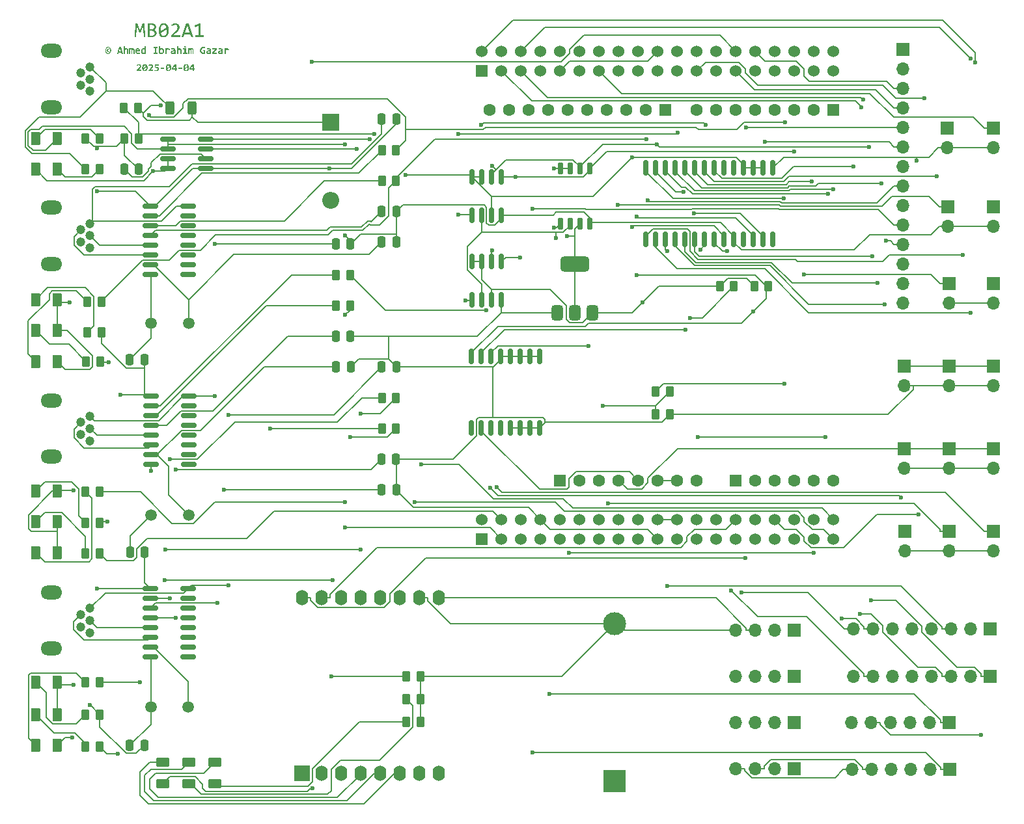
<source format=gbr>
%TF.GenerationSoftware,KiCad,Pcbnew,8.0.8*%
%TF.CreationDate,2025-04-05T02:10:51+02:00*%
%TF.ProjectId,mb02a1,6d623032-6131-42e6-9b69-6361645f7063,rev?*%
%TF.SameCoordinates,Original*%
%TF.FileFunction,Copper,L1,Top*%
%TF.FilePolarity,Positive*%
%FSLAX46Y46*%
G04 Gerber Fmt 4.6, Leading zero omitted, Abs format (unit mm)*
G04 Created by KiCad (PCBNEW 8.0.8) date 2025-04-05 02:10:51*
%MOMM*%
%LPD*%
G01*
G04 APERTURE LIST*
G04 Aperture macros list*
%AMRoundRect*
0 Rectangle with rounded corners*
0 $1 Rounding radius*
0 $2 $3 $4 $5 $6 $7 $8 $9 X,Y pos of 4 corners*
0 Add a 4 corners polygon primitive as box body*
4,1,4,$2,$3,$4,$5,$6,$7,$8,$9,$2,$3,0*
0 Add four circle primitives for the rounded corners*
1,1,$1+$1,$2,$3*
1,1,$1+$1,$4,$5*
1,1,$1+$1,$6,$7*
1,1,$1+$1,$8,$9*
0 Add four rect primitives between the rounded corners*
20,1,$1+$1,$2,$3,$4,$5,0*
20,1,$1+$1,$4,$5,$6,$7,0*
20,1,$1+$1,$6,$7,$8,$9,0*
20,1,$1+$1,$8,$9,$2,$3,0*%
G04 Aperture macros list end*
%ADD10C,0.250000*%
%TA.AperFunction,ComponentPad*%
%ADD11R,3.000000X3.000000*%
%TD*%
%TA.AperFunction,ComponentPad*%
%ADD12C,3.000000*%
%TD*%
%TA.AperFunction,SMDPad,CuDef*%
%ADD13RoundRect,0.150000X-0.825000X-0.150000X0.825000X-0.150000X0.825000X0.150000X-0.825000X0.150000X0*%
%TD*%
%TA.AperFunction,ComponentPad*%
%ADD14R,1.700000X1.700000*%
%TD*%
%TA.AperFunction,ComponentPad*%
%ADD15O,1.700000X1.700000*%
%TD*%
%TA.AperFunction,ComponentPad*%
%ADD16R,2.000000X2.000000*%
%TD*%
%TA.AperFunction,ComponentPad*%
%ADD17O,1.600000X2.000000*%
%TD*%
%TA.AperFunction,SMDPad,CuDef*%
%ADD18RoundRect,0.250000X-0.250000X-0.475000X0.250000X-0.475000X0.250000X0.475000X-0.250000X0.475000X0*%
%TD*%
%TA.AperFunction,ComponentPad*%
%ADD19C,1.193800*%
%TD*%
%TA.AperFunction,SMDPad,CuDef*%
%ADD20O,2.794000X1.803400*%
%TD*%
%TA.AperFunction,SMDPad,CuDef*%
%ADD21RoundRect,0.250000X-0.262500X-0.450000X0.262500X-0.450000X0.262500X0.450000X-0.262500X0.450000X0*%
%TD*%
%TA.AperFunction,SMDPad,CuDef*%
%ADD22RoundRect,0.150000X0.150000X-0.875000X0.150000X0.875000X-0.150000X0.875000X-0.150000X-0.875000X0*%
%TD*%
%TA.AperFunction,SMDPad,CuDef*%
%ADD23RoundRect,0.250000X-0.375000X-0.625000X0.375000X-0.625000X0.375000X0.625000X-0.375000X0.625000X0*%
%TD*%
%TA.AperFunction,SMDPad,CuDef*%
%ADD24RoundRect,0.250000X0.625000X-0.375000X0.625000X0.375000X-0.625000X0.375000X-0.625000X-0.375000X0*%
%TD*%
%TA.AperFunction,ComponentPad*%
%ADD25C,1.500000*%
%TD*%
%TA.AperFunction,SMDPad,CuDef*%
%ADD26RoundRect,0.250000X-0.312500X-0.625000X0.312500X-0.625000X0.312500X0.625000X-0.312500X0.625000X0*%
%TD*%
%TA.AperFunction,SMDPad,CuDef*%
%ADD27RoundRect,0.150000X0.150000X-0.825000X0.150000X0.825000X-0.150000X0.825000X-0.150000X-0.825000X0*%
%TD*%
%TA.AperFunction,SMDPad,CuDef*%
%ADD28RoundRect,0.150000X0.150000X-0.650000X0.150000X0.650000X-0.150000X0.650000X-0.150000X-0.650000X0*%
%TD*%
%TA.AperFunction,ComponentPad*%
%ADD29R,2.200000X2.200000*%
%TD*%
%TA.AperFunction,ComponentPad*%
%ADD30O,2.200000X2.200000*%
%TD*%
%TA.AperFunction,ComponentPad*%
%ADD31R,1.605000X1.605000*%
%TD*%
%TA.AperFunction,ComponentPad*%
%ADD32C,1.605000*%
%TD*%
%TA.AperFunction,ComponentPad*%
%ADD33R,1.530000X1.530000*%
%TD*%
%TA.AperFunction,ComponentPad*%
%ADD34C,1.530000*%
%TD*%
%TA.AperFunction,SMDPad,CuDef*%
%ADD35RoundRect,0.375000X0.375000X-0.625000X0.375000X0.625000X-0.375000X0.625000X-0.375000X-0.625000X0*%
%TD*%
%TA.AperFunction,SMDPad,CuDef*%
%ADD36RoundRect,0.500000X1.400000X-0.500000X1.400000X0.500000X-1.400000X0.500000X-1.400000X-0.500000X0*%
%TD*%
%TA.AperFunction,ViaPad*%
%ADD37C,0.600000*%
%TD*%
%TA.AperFunction,Conductor*%
%ADD38C,0.200000*%
%TD*%
G04 APERTURE END LIST*
D10*
G36*
X89744736Y-53145360D02*
G01*
X89771458Y-53150272D01*
X89771458Y-53267264D01*
X89724274Y-53252869D01*
X89704780Y-53251632D01*
X89660083Y-53260669D01*
X89631263Y-53286315D01*
X89614654Y-53327103D01*
X89610054Y-53376588D01*
X89610013Y-53382302D01*
X89614629Y-53431504D01*
X89631018Y-53471695D01*
X89671675Y-53498803D01*
X89697941Y-53501737D01*
X89734089Y-53497096D01*
X89771458Y-53486106D01*
X89771458Y-53612868D01*
X89723342Y-53623614D01*
X89675959Y-53626789D01*
X89624787Y-53622171D01*
X89585589Y-53610425D01*
X89542007Y-53584627D01*
X89520621Y-53564019D01*
X89493010Y-53520914D01*
X89481297Y-53490013D01*
X89471197Y-53440614D01*
X89468353Y-53392561D01*
X89471528Y-53343651D01*
X89481053Y-53297062D01*
X89499824Y-53249388D01*
X89520621Y-53217438D01*
X89556023Y-53183298D01*
X89590718Y-53162728D01*
X89638101Y-53147341D01*
X89690065Y-53142232D01*
X89693789Y-53142212D01*
X89744736Y-53145360D01*
G37*
G36*
X89689158Y-52926900D02*
G01*
X89738340Y-52937490D01*
X89784183Y-52955141D01*
X89792951Y-52959518D01*
X89838465Y-52987516D01*
X89878956Y-53021805D01*
X89911409Y-53058436D01*
X89939721Y-53099743D01*
X89963597Y-53145200D01*
X89983036Y-53194807D01*
X89986392Y-53205226D01*
X89999025Y-53253277D01*
X90007523Y-53303183D01*
X90011888Y-53354943D01*
X90012526Y-53384501D01*
X90010458Y-53437311D01*
X90004257Y-53488305D01*
X89993921Y-53537483D01*
X89986392Y-53564019D01*
X89967840Y-53614303D01*
X89944851Y-53660438D01*
X89917426Y-53702422D01*
X89911409Y-53710321D01*
X89875483Y-53750109D01*
X89834535Y-53783837D01*
X89792951Y-53809239D01*
X89747776Y-53828430D01*
X89699261Y-53840513D01*
X89647407Y-53845489D01*
X89636636Y-53845631D01*
X89587308Y-53842946D01*
X89536351Y-53833662D01*
X89489448Y-53817748D01*
X89476168Y-53811681D01*
X89430852Y-53784998D01*
X89390615Y-53751966D01*
X89358443Y-53716427D01*
X89330766Y-53675974D01*
X89307572Y-53630942D01*
X89288863Y-53581330D01*
X89285659Y-53570858D01*
X89273734Y-53521968D01*
X89265712Y-53470643D01*
X89261593Y-53416884D01*
X89260990Y-53385966D01*
X89261047Y-53384501D01*
X89377739Y-53384501D01*
X89379672Y-53435070D01*
X89385473Y-53483676D01*
X89394103Y-53526161D01*
X89408792Y-53573869D01*
X89429743Y-53620358D01*
X89443196Y-53643154D01*
X89474778Y-53682991D01*
X89512251Y-53714881D01*
X89524040Y-53722533D01*
X89569180Y-53742568D01*
X89620398Y-53751384D01*
X89636147Y-53751842D01*
X89685877Y-53747085D01*
X89733482Y-53731324D01*
X89748988Y-53723021D01*
X89788431Y-53693569D01*
X89821703Y-53656076D01*
X89830076Y-53643886D01*
X89853967Y-53600346D01*
X89872457Y-53551484D01*
X89879169Y-53527138D01*
X89889290Y-53476145D01*
X89894464Y-53427349D01*
X89895778Y-53385966D01*
X89893815Y-53335368D01*
X89887927Y-53286675D01*
X89879169Y-53244061D01*
X89864595Y-53196090D01*
X89843612Y-53149548D01*
X89830076Y-53126824D01*
X89798567Y-53086773D01*
X89760887Y-53054670D01*
X89748988Y-53046957D01*
X89703587Y-53026587D01*
X89652016Y-53017625D01*
X89636147Y-53017159D01*
X89586774Y-53021996D01*
X89539464Y-53038025D01*
X89524040Y-53046468D01*
X89484884Y-53076041D01*
X89451618Y-53113467D01*
X89443196Y-53125603D01*
X89419422Y-53168908D01*
X89400889Y-53217856D01*
X89394103Y-53242351D01*
X89384131Y-53293596D01*
X89379033Y-53342744D01*
X89377739Y-53384501D01*
X89261047Y-53384501D01*
X89263058Y-53333137D01*
X89269259Y-53282085D01*
X89279596Y-53232810D01*
X89287124Y-53206203D01*
X89305653Y-53155637D01*
X89328569Y-53109269D01*
X89355875Y-53067099D01*
X89361863Y-53059169D01*
X89394420Y-53022514D01*
X89434917Y-52988143D01*
X89480321Y-52960006D01*
X89525601Y-52940686D01*
X89574125Y-52928522D01*
X89625893Y-52923513D01*
X89636636Y-52923370D01*
X89689158Y-52926900D01*
G37*
G36*
X91558583Y-53830000D02*
G01*
X91371737Y-53830000D01*
X91322156Y-53658053D01*
X91009036Y-53658053D01*
X90958234Y-53830000D01*
X90790439Y-53830000D01*
X90883766Y-53517369D01*
X91049581Y-53517369D01*
X91284298Y-53517369D01*
X91167550Y-53091898D01*
X91049581Y-53517369D01*
X90883766Y-53517369D01*
X91056420Y-52939002D01*
X91292602Y-52939002D01*
X91558583Y-53830000D01*
G37*
G36*
X92068318Y-53830000D02*
G01*
X92068318Y-53368136D01*
X92062990Y-53317166D01*
X92038267Y-53270860D01*
X91988321Y-53251746D01*
X91983077Y-53251632D01*
X91933902Y-53263945D01*
X91901744Y-53286559D01*
X91866922Y-53321889D01*
X91835736Y-53359761D01*
X91819678Y-53381325D01*
X91819678Y-53830000D01*
X91652128Y-53830000D01*
X91652128Y-52860844D01*
X91819678Y-52860844D01*
X91819678Y-53095561D01*
X91811374Y-53219637D01*
X91845023Y-53182845D01*
X91854605Y-53173719D01*
X91894372Y-53143966D01*
X91902233Y-53139525D01*
X91948053Y-53120727D01*
X91957187Y-53118276D01*
X92007091Y-53111299D01*
X92022400Y-53110949D01*
X92072470Y-53115406D01*
X92115701Y-53128778D01*
X92158531Y-53154827D01*
X92182379Y-53178604D01*
X92209548Y-53221335D01*
X92222679Y-53256029D01*
X92232754Y-53304145D01*
X92236099Y-53354133D01*
X92236113Y-53357634D01*
X92236113Y-53830000D01*
X92068318Y-53830000D01*
G37*
G36*
X92913642Y-53830000D02*
G01*
X92913642Y-53342979D01*
X92912177Y-53296085D01*
X92906803Y-53262868D01*
X92894591Y-53242840D01*
X92873098Y-53236001D01*
X92832386Y-53263736D01*
X92831088Y-53265554D01*
X92807704Y-53308673D01*
X92787683Y-53357460D01*
X92784438Y-53366182D01*
X92784438Y-53830000D01*
X92640823Y-53830000D01*
X92640823Y-53342979D01*
X92639357Y-53296085D01*
X92633984Y-53262868D01*
X92621528Y-53242840D01*
X92599546Y-53236001D01*
X92559734Y-53265554D01*
X92535000Y-53308673D01*
X92514225Y-53357460D01*
X92510886Y-53366182D01*
X92510886Y-53830000D01*
X92366050Y-53830000D01*
X92366050Y-53126580D01*
X92490369Y-53126580D01*
X92493056Y-53229162D01*
X92516717Y-53185215D01*
X92523342Y-53174940D01*
X92555582Y-53138060D01*
X92592219Y-53117299D01*
X92636671Y-53110949D01*
X92685278Y-53117818D01*
X92725575Y-53142212D01*
X92751576Y-53185111D01*
X92760258Y-53229162D01*
X92784896Y-53186755D01*
X92792986Y-53174940D01*
X92826448Y-53138060D01*
X92864305Y-53117299D01*
X92909490Y-53110949D01*
X92961044Y-53118505D01*
X93004259Y-53143745D01*
X93022086Y-53164682D01*
X93044263Y-53212264D01*
X93054924Y-53263039D01*
X93058443Y-53317384D01*
X93058478Y-53323928D01*
X93058478Y-53830000D01*
X92913642Y-53830000D01*
G37*
G36*
X93541740Y-53113661D02*
G01*
X93590518Y-53122809D01*
X93623900Y-53133907D01*
X93670309Y-53157503D01*
X93709519Y-53188110D01*
X93719399Y-53198143D01*
X93749566Y-53237253D01*
X93772534Y-53282346D01*
X93777773Y-53296329D01*
X93790741Y-53344381D01*
X93797097Y-53396061D01*
X93797801Y-53421137D01*
X93796824Y-53466078D01*
X93793785Y-53515869D01*
X93793649Y-53517369D01*
X93334717Y-53517369D01*
X93339625Y-53568021D01*
X93348639Y-53598213D01*
X93373543Y-53640927D01*
X93388450Y-53656831D01*
X93430966Y-53684859D01*
X93450488Y-53692735D01*
X93498726Y-53703230D01*
X93530600Y-53704947D01*
X93579783Y-53703337D01*
X93628496Y-53698929D01*
X93639288Y-53697620D01*
X93690993Y-53689432D01*
X93740512Y-53678648D01*
X93759944Y-53673684D01*
X93759944Y-53814368D01*
X93711302Y-53825039D01*
X93701570Y-53826824D01*
X93651445Y-53834856D01*
X93637090Y-53836838D01*
X93587218Y-53842196D01*
X93570411Y-53843433D01*
X93521089Y-53845494D01*
X93505198Y-53845631D01*
X93452391Y-53842947D01*
X93403451Y-53834895D01*
X93362316Y-53822916D01*
X93317586Y-53802640D01*
X93275251Y-53773776D01*
X93255094Y-53755261D01*
X93222759Y-53715479D01*
X93198923Y-53672603D01*
X93187683Y-53644863D01*
X93174472Y-53597102D01*
X93166746Y-53544491D01*
X93164480Y-53492456D01*
X93166746Y-53440378D01*
X93173403Y-53392316D01*
X93337648Y-53392316D01*
X93627564Y-53392316D01*
X93622810Y-53342424D01*
X93617062Y-53322951D01*
X93593015Y-53280145D01*
X93587264Y-53273859D01*
X93546420Y-53246481D01*
X93543300Y-53245282D01*
X93494936Y-53236082D01*
X93489567Y-53236001D01*
X93438563Y-53243855D01*
X93393565Y-53269701D01*
X93385764Y-53277034D01*
X93356599Y-53319175D01*
X93340819Y-53369860D01*
X93337648Y-53392316D01*
X93173403Y-53392316D01*
X93173543Y-53391305D01*
X93186255Y-53340796D01*
X93187683Y-53336385D01*
X93206054Y-53290420D01*
X93231230Y-53245741D01*
X93253628Y-53215973D01*
X93288227Y-53181466D01*
X93331445Y-53151370D01*
X93357187Y-53138304D01*
X93404757Y-53121634D01*
X93456243Y-53112658D01*
X93492742Y-53110949D01*
X93541740Y-53113661D01*
G37*
G36*
X94542742Y-53830000D02*
G01*
X94397662Y-53830000D01*
X94393510Y-53727173D01*
X94359713Y-53764497D01*
X94348080Y-53775778D01*
X94309590Y-53806099D01*
X94298011Y-53813147D01*
X94252008Y-53833636D01*
X94240614Y-53837083D01*
X94191109Y-53845097D01*
X94172958Y-53845631D01*
X94121507Y-53840863D01*
X94072191Y-53825170D01*
X94063049Y-53820718D01*
X94021497Y-53792518D01*
X93986599Y-53755088D01*
X93982449Y-53749399D01*
X93956924Y-53705221D01*
X93938412Y-53657417D01*
X93932623Y-53637292D01*
X93922205Y-53585520D01*
X93916879Y-53534321D01*
X93915526Y-53489769D01*
X93915904Y-53480488D01*
X94091381Y-53480488D01*
X94092877Y-53529695D01*
X94098716Y-53580397D01*
X94099197Y-53583070D01*
X94112134Y-53630278D01*
X94122644Y-53652923D01*
X94156552Y-53690026D01*
X94160746Y-53692491D01*
X94208703Y-53704899D01*
X94212281Y-53704947D01*
X94261284Y-53692376D01*
X94293126Y-53669288D01*
X94327781Y-53632870D01*
X94358899Y-53593692D01*
X94374947Y-53571346D01*
X94374947Y-53253831D01*
X94327662Y-53241438D01*
X94325854Y-53241130D01*
X94276460Y-53236126D01*
X94267236Y-53236001D01*
X94217598Y-53243364D01*
X94194452Y-53253098D01*
X94154393Y-53283417D01*
X94139009Y-53301702D01*
X94114413Y-53346525D01*
X94103593Y-53378639D01*
X94094434Y-53426816D01*
X94091393Y-53476972D01*
X94091381Y-53480488D01*
X93915904Y-53480488D01*
X93917671Y-53437137D01*
X93924104Y-53388601D01*
X93936283Y-53339476D01*
X93942637Y-53321242D01*
X93963758Y-53275096D01*
X93992460Y-53231338D01*
X94017864Y-53203028D01*
X94056458Y-53171292D01*
X94100067Y-53146425D01*
X94131926Y-53133663D01*
X94182999Y-53119821D01*
X94232653Y-53112745D01*
X94275296Y-53110949D01*
X94324512Y-53113954D01*
X94327808Y-53114368D01*
X94374947Y-53123161D01*
X94374947Y-52860844D01*
X94542742Y-52860844D01*
X94542742Y-53830000D01*
G37*
G36*
X95504082Y-53079685D02*
G01*
X95504082Y-52939002D01*
X96071458Y-52939002D01*
X96071458Y-53079685D01*
X95873621Y-53079685D01*
X95873621Y-53689316D01*
X96071458Y-53689316D01*
X96071458Y-53830000D01*
X95504082Y-53830000D01*
X95504082Y-53689316D01*
X95701919Y-53689316D01*
X95701919Y-53079685D01*
X95504082Y-53079685D01*
G37*
G36*
X96432937Y-53082372D02*
G01*
X96426099Y-53218660D01*
X96458914Y-53182195D01*
X96498851Y-53150138D01*
X96514270Y-53140502D01*
X96562389Y-53120299D01*
X96614019Y-53111670D01*
X96635659Y-53110949D01*
X96687110Y-53115764D01*
X96736426Y-53131610D01*
X96745568Y-53136106D01*
X96787242Y-53164184D01*
X96822047Y-53201708D01*
X96826168Y-53207424D01*
X96851814Y-53251556D01*
X96870269Y-53299233D01*
X96875994Y-53319288D01*
X96886561Y-53370865D01*
X96891963Y-53422187D01*
X96893335Y-53467055D01*
X96891191Y-53519785D01*
X96884757Y-53568343D01*
X96872578Y-53617401D01*
X96866224Y-53635582D01*
X96845046Y-53681479D01*
X96816149Y-53725162D01*
X96790509Y-53753551D01*
X96751766Y-53785322D01*
X96708077Y-53810292D01*
X96676203Y-53823161D01*
X96625095Y-53836854D01*
X96575350Y-53843854D01*
X96532588Y-53845631D01*
X96481439Y-53844275D01*
X96428471Y-53839701D01*
X96390683Y-53834152D01*
X96342381Y-53824592D01*
X96291835Y-53811677D01*
X96265387Y-53803621D01*
X96265387Y-53384745D01*
X96432937Y-53384745D01*
X96432937Y-53702749D01*
X96480222Y-53715371D01*
X96482030Y-53715694D01*
X96532185Y-53720459D01*
X96541625Y-53720579D01*
X96590723Y-53713216D01*
X96613921Y-53703482D01*
X96654305Y-53672942D01*
X96669609Y-53654633D01*
X96694319Y-53609811D01*
X96705024Y-53577697D01*
X96714366Y-53529459D01*
X96717468Y-53479134D01*
X96717480Y-53475603D01*
X96715891Y-53426443D01*
X96709687Y-53375924D01*
X96709176Y-53373265D01*
X96695226Y-53324329D01*
X96685484Y-53303900D01*
X96651778Y-53266797D01*
X96647627Y-53264333D01*
X96600157Y-53251682D01*
X96596580Y-53251632D01*
X96547201Y-53264290D01*
X96515003Y-53287536D01*
X96480181Y-53323694D01*
X96448994Y-53362574D01*
X96432937Y-53384745D01*
X96265387Y-53384745D01*
X96265387Y-52860844D01*
X96432937Y-52860844D01*
X96432937Y-53082372D01*
G37*
G36*
X97483426Y-53392316D02*
G01*
X97481777Y-53342216D01*
X97479518Y-53328325D01*
X97463154Y-53284849D01*
X97435310Y-53259692D01*
X97397452Y-53251632D01*
X97350302Y-53264417D01*
X97321004Y-53284361D01*
X97284887Y-53321133D01*
X97254410Y-53361438D01*
X97234054Y-53392316D01*
X97234054Y-53830000D01*
X97062351Y-53830000D01*
X97062351Y-53126580D01*
X97214270Y-53126580D01*
X97220376Y-53236001D01*
X97249774Y-53194928D01*
X97258967Y-53184710D01*
X97297354Y-53151594D01*
X97307083Y-53145143D01*
X97352109Y-53123962D01*
X97365945Y-53119741D01*
X97415571Y-53111644D01*
X97436775Y-53110949D01*
X97486540Y-53115406D01*
X97530321Y-53128778D01*
X97572309Y-53154324D01*
X97599197Y-53181779D01*
X97624714Y-53224180D01*
X97640474Y-53269951D01*
X97649236Y-53319338D01*
X97652015Y-53370975D01*
X97651709Y-53392316D01*
X97483426Y-53392316D01*
G37*
G36*
X98139675Y-53112709D02*
G01*
X98189071Y-53118645D01*
X98222016Y-53125847D01*
X98269876Y-53143089D01*
X98313607Y-53170544D01*
X98348246Y-53208780D01*
X98366852Y-53245038D01*
X98379858Y-53293459D01*
X98384177Y-53345619D01*
X98384193Y-53349330D01*
X98384193Y-53830000D01*
X98240823Y-53830000D01*
X98236671Y-53737431D01*
X98200983Y-53772064D01*
X98190509Y-53780907D01*
X98150128Y-53808456D01*
X98137752Y-53815101D01*
X98091499Y-53833236D01*
X98074738Y-53837571D01*
X98025055Y-53844844D01*
X98000488Y-53845631D01*
X97950052Y-53841601D01*
X97906210Y-53829511D01*
X97862627Y-53805891D01*
X97838066Y-53784570D01*
X97809024Y-53743965D01*
X97796545Y-53715205D01*
X97785288Y-53666691D01*
X97782796Y-53628011D01*
X97958478Y-53628011D01*
X97969164Y-53676096D01*
X97985833Y-53696887D01*
X98030578Y-53717779D01*
X98060816Y-53720579D01*
X98110110Y-53707880D01*
X98133356Y-53693712D01*
X98173107Y-53660861D01*
X98208191Y-53625718D01*
X98216643Y-53616531D01*
X98216643Y-53517369D01*
X98114305Y-53517369D01*
X98064101Y-53521155D01*
X98042254Y-53526161D01*
X97997715Y-53547514D01*
X97994138Y-53550341D01*
X97967027Y-53585512D01*
X97958478Y-53628011D01*
X97782796Y-53628011D01*
X97782623Y-53625324D01*
X97787875Y-53576720D01*
X97803628Y-53532023D01*
X97832081Y-53489796D01*
X97867376Y-53458262D01*
X97912345Y-53432309D01*
X97958871Y-53414504D01*
X97974598Y-53409902D01*
X98025901Y-53399186D01*
X98078419Y-53393707D01*
X98125296Y-53392316D01*
X98216643Y-53392316D01*
X98216643Y-53351039D01*
X98209071Y-53303412D01*
X98184647Y-53267020D01*
X98140928Y-53244061D01*
X98091727Y-53236387D01*
X98075226Y-53236001D01*
X98025301Y-53238057D01*
X97975941Y-53244224D01*
X97953349Y-53248457D01*
X97905136Y-53260032D01*
X97858132Y-53274913D01*
X97836845Y-53282896D01*
X97836845Y-53142212D01*
X97887167Y-53130638D01*
X97936248Y-53122256D01*
X97952372Y-53119986D01*
X98002369Y-53114479D01*
X98053809Y-53111513D01*
X98088904Y-53110949D01*
X98139675Y-53112709D01*
G37*
G36*
X98988206Y-53830000D02*
G01*
X98988206Y-53368136D01*
X98982879Y-53317166D01*
X98958155Y-53270860D01*
X98908210Y-53251746D01*
X98902965Y-53251632D01*
X98853790Y-53263945D01*
X98821632Y-53286559D01*
X98786811Y-53321889D01*
X98755624Y-53359761D01*
X98739567Y-53381325D01*
X98739567Y-53830000D01*
X98572016Y-53830000D01*
X98572016Y-52860844D01*
X98739567Y-52860844D01*
X98739567Y-53095561D01*
X98731263Y-53219637D01*
X98764912Y-53182845D01*
X98774494Y-53173719D01*
X98814261Y-53143966D01*
X98822121Y-53139525D01*
X98867942Y-53120727D01*
X98877076Y-53118276D01*
X98926980Y-53111299D01*
X98942288Y-53110949D01*
X98992358Y-53115406D01*
X99035589Y-53128778D01*
X99078420Y-53154827D01*
X99102267Y-53178604D01*
X99129436Y-53221335D01*
X99142568Y-53256029D01*
X99152643Y-53304145D01*
X99155988Y-53354133D01*
X99156001Y-53357634D01*
X99156001Y-53830000D01*
X98988206Y-53830000D01*
G37*
G36*
X99751709Y-52939246D02*
G01*
X99743405Y-52981988D01*
X99720446Y-53016671D01*
X99685764Y-53039874D01*
X99642533Y-53048422D01*
X99598813Y-53039874D01*
X99563642Y-53016671D01*
X99540683Y-52981988D01*
X99532623Y-52939246D01*
X99540683Y-52896992D01*
X99563642Y-52861821D01*
X99598813Y-52838129D01*
X99642533Y-52829581D01*
X99685764Y-52838129D01*
X99720446Y-52861821D01*
X99743405Y-52896992D01*
X99751709Y-52939246D01*
G37*
G36*
X99566085Y-53251632D02*
G01*
X99368981Y-53251632D01*
X99368981Y-53126580D01*
X99738032Y-53126580D01*
X99738032Y-53704947D01*
X99939288Y-53704947D01*
X99939288Y-53830000D01*
X99345045Y-53830000D01*
X99345045Y-53704947D01*
X99566085Y-53704947D01*
X99566085Y-53251632D01*
G37*
G36*
X100602407Y-53830000D02*
G01*
X100602407Y-53342979D01*
X100600942Y-53296085D01*
X100595568Y-53262868D01*
X100583356Y-53242840D01*
X100561863Y-53236001D01*
X100521151Y-53263736D01*
X100519853Y-53265554D01*
X100496469Y-53308673D01*
X100476447Y-53357460D01*
X100473203Y-53366182D01*
X100473203Y-53830000D01*
X100329588Y-53830000D01*
X100329588Y-53342979D01*
X100328122Y-53296085D01*
X100322749Y-53262868D01*
X100310293Y-53242840D01*
X100288311Y-53236001D01*
X100248499Y-53265554D01*
X100223765Y-53308673D01*
X100202990Y-53357460D01*
X100199651Y-53366182D01*
X100199651Y-53830000D01*
X100054815Y-53830000D01*
X100054815Y-53126580D01*
X100179134Y-53126580D01*
X100181821Y-53229162D01*
X100205482Y-53185215D01*
X100212107Y-53174940D01*
X100244347Y-53138060D01*
X100280983Y-53117299D01*
X100325436Y-53110949D01*
X100374043Y-53117818D01*
X100414340Y-53142212D01*
X100440340Y-53185111D01*
X100449023Y-53229162D01*
X100473661Y-53186755D01*
X100481751Y-53174940D01*
X100515212Y-53138060D01*
X100553070Y-53117299D01*
X100598255Y-53110949D01*
X100649809Y-53118505D01*
X100693024Y-53143745D01*
X100710851Y-53164682D01*
X100733027Y-53212264D01*
X100743689Y-53263039D01*
X100747208Y-53317384D01*
X100747243Y-53323928D01*
X100747243Y-53830000D01*
X100602407Y-53830000D01*
G37*
G36*
X101942812Y-53454842D02*
G01*
X101942812Y-53314159D01*
X102262281Y-53314159D01*
X102262281Y-53789699D01*
X102215146Y-53809037D01*
X102166431Y-53824183D01*
X102133077Y-53831953D01*
X102081019Y-53840288D01*
X102030342Y-53844549D01*
X101986775Y-53845631D01*
X101935762Y-53843371D01*
X101882525Y-53835557D01*
X101832913Y-53822162D01*
X101818736Y-53817055D01*
X101774348Y-53796346D01*
X101730535Y-53767341D01*
X101691974Y-53731814D01*
X101659065Y-53689654D01*
X101634107Y-53645766D01*
X101613871Y-53596584D01*
X101612107Y-53591374D01*
X101598647Y-53542007D01*
X101589593Y-53488429D01*
X101585242Y-53437267D01*
X101584263Y-53396713D01*
X101586080Y-53342598D01*
X101591530Y-53291383D01*
X101600612Y-53243069D01*
X101613328Y-53197655D01*
X101631920Y-53150222D01*
X101657518Y-53102595D01*
X101688316Y-53060310D01*
X101698569Y-53048667D01*
X101736136Y-53013342D01*
X101778616Y-52983694D01*
X101826009Y-52959723D01*
X101836078Y-52955610D01*
X101883663Y-52940025D01*
X101934919Y-52929541D01*
X101983561Y-52924503D01*
X102021946Y-52923370D01*
X102071630Y-52924781D01*
X102123962Y-52929456D01*
X102142358Y-52931919D01*
X102193769Y-52940474D01*
X102244994Y-52951179D01*
X102259595Y-52954633D01*
X102259595Y-53126580D01*
X102213086Y-53110031D01*
X102162462Y-53096286D01*
X102147243Y-53092875D01*
X102097073Y-53084335D01*
X102046581Y-53080149D01*
X102023168Y-53079685D01*
X101974347Y-53083233D01*
X101923925Y-53096141D01*
X101911549Y-53101179D01*
X101867096Y-53127008D01*
X101830460Y-53161995D01*
X101803441Y-53202886D01*
X101784420Y-53248313D01*
X101781123Y-53258960D01*
X101770212Y-53308013D01*
X101765077Y-53357587D01*
X101764270Y-53388408D01*
X101766091Y-53438692D01*
X101772171Y-53488825D01*
X101777215Y-53513949D01*
X101793068Y-53562507D01*
X101817668Y-53606257D01*
X101819469Y-53608715D01*
X101855297Y-53645067D01*
X101894696Y-53668555D01*
X101942320Y-53683456D01*
X101994612Y-53689133D01*
X102006803Y-53689316D01*
X102034159Y-53688339D01*
X102056140Y-53685408D01*
X102075924Y-53680767D01*
X102095464Y-53674905D01*
X102095464Y-53454842D01*
X101942812Y-53454842D01*
G37*
G36*
X102752934Y-53112709D02*
G01*
X102802330Y-53118645D01*
X102835275Y-53125847D01*
X102883135Y-53143089D01*
X102926866Y-53170544D01*
X102961505Y-53208780D01*
X102980111Y-53245038D01*
X102993117Y-53293459D01*
X102997435Y-53345619D01*
X102997452Y-53349330D01*
X102997452Y-53830000D01*
X102854082Y-53830000D01*
X102849930Y-53737431D01*
X102814241Y-53772064D01*
X102803768Y-53780907D01*
X102763387Y-53808456D01*
X102751011Y-53815101D01*
X102704758Y-53833236D01*
X102687997Y-53837571D01*
X102638314Y-53844844D01*
X102613747Y-53845631D01*
X102563311Y-53841601D01*
X102519469Y-53829511D01*
X102475886Y-53805891D01*
X102451325Y-53784570D01*
X102422283Y-53743965D01*
X102409804Y-53715205D01*
X102398547Y-53666691D01*
X102396055Y-53628011D01*
X102571737Y-53628011D01*
X102582423Y-53676096D01*
X102599092Y-53696887D01*
X102643837Y-53717779D01*
X102674075Y-53720579D01*
X102723369Y-53707880D01*
X102746615Y-53693712D01*
X102786366Y-53660861D01*
X102821450Y-53625718D01*
X102829902Y-53616531D01*
X102829902Y-53517369D01*
X102727564Y-53517369D01*
X102677360Y-53521155D01*
X102655512Y-53526161D01*
X102610974Y-53547514D01*
X102607397Y-53550341D01*
X102580286Y-53585512D01*
X102571737Y-53628011D01*
X102396055Y-53628011D01*
X102395882Y-53625324D01*
X102401133Y-53576720D01*
X102416887Y-53532023D01*
X102445340Y-53489796D01*
X102480635Y-53458262D01*
X102525604Y-53432309D01*
X102572130Y-53414504D01*
X102587857Y-53409902D01*
X102639160Y-53399186D01*
X102691678Y-53393707D01*
X102738555Y-53392316D01*
X102829902Y-53392316D01*
X102829902Y-53351039D01*
X102822330Y-53303412D01*
X102797906Y-53267020D01*
X102754187Y-53244061D01*
X102704986Y-53236387D01*
X102688485Y-53236001D01*
X102638560Y-53238057D01*
X102589200Y-53244224D01*
X102566608Y-53248457D01*
X102518395Y-53260032D01*
X102471391Y-53274913D01*
X102450104Y-53282896D01*
X102450104Y-53142212D01*
X102500426Y-53130638D01*
X102549507Y-53122256D01*
X102565631Y-53119986D01*
X102615628Y-53114479D01*
X102667068Y-53111513D01*
X102702163Y-53110949D01*
X102752934Y-53112709D01*
G37*
G36*
X103192847Y-53830000D02*
G01*
X103192847Y-53728150D01*
X103534298Y-53267264D01*
X103201151Y-53267264D01*
X103201151Y-53126580D01*
X103755338Y-53126580D01*
X103755338Y-53234047D01*
X103421458Y-53689316D01*
X103760956Y-53689316D01*
X103760956Y-53830000D01*
X103192847Y-53830000D01*
G37*
G36*
X104290687Y-53112709D02*
G01*
X104340083Y-53118645D01*
X104373028Y-53125847D01*
X104420888Y-53143089D01*
X104464619Y-53170544D01*
X104499258Y-53208780D01*
X104517864Y-53245038D01*
X104530870Y-53293459D01*
X104535188Y-53345619D01*
X104535205Y-53349330D01*
X104535205Y-53830000D01*
X104391835Y-53830000D01*
X104387683Y-53737431D01*
X104351994Y-53772064D01*
X104341521Y-53780907D01*
X104301140Y-53808456D01*
X104288764Y-53815101D01*
X104242511Y-53833236D01*
X104225750Y-53837571D01*
X104176067Y-53844844D01*
X104151500Y-53845631D01*
X104101064Y-53841601D01*
X104057222Y-53829511D01*
X104013639Y-53805891D01*
X103989078Y-53784570D01*
X103960036Y-53743965D01*
X103947557Y-53715205D01*
X103936300Y-53666691D01*
X103933808Y-53628011D01*
X104109490Y-53628011D01*
X104120176Y-53676096D01*
X104136845Y-53696887D01*
X104181590Y-53717779D01*
X104211828Y-53720579D01*
X104261122Y-53707880D01*
X104284368Y-53693712D01*
X104324118Y-53660861D01*
X104359203Y-53625718D01*
X104367655Y-53616531D01*
X104367655Y-53517369D01*
X104265317Y-53517369D01*
X104215113Y-53521155D01*
X104193265Y-53526161D01*
X104148727Y-53547514D01*
X104145150Y-53550341D01*
X104118039Y-53585512D01*
X104109490Y-53628011D01*
X103933808Y-53628011D01*
X103933635Y-53625324D01*
X103938886Y-53576720D01*
X103954640Y-53532023D01*
X103983093Y-53489796D01*
X104018387Y-53458262D01*
X104063357Y-53432309D01*
X104109883Y-53414504D01*
X104125610Y-53409902D01*
X104176913Y-53399186D01*
X104229431Y-53393707D01*
X104276308Y-53392316D01*
X104367655Y-53392316D01*
X104367655Y-53351039D01*
X104360083Y-53303412D01*
X104335659Y-53267020D01*
X104291939Y-53244061D01*
X104242739Y-53236387D01*
X104226238Y-53236001D01*
X104176313Y-53238057D01*
X104126952Y-53244224D01*
X104104361Y-53248457D01*
X104056148Y-53260032D01*
X104009143Y-53274913D01*
X103987857Y-53282896D01*
X103987857Y-53142212D01*
X104038179Y-53130638D01*
X104087260Y-53122256D01*
X104103384Y-53119986D01*
X104153381Y-53114479D01*
X104204821Y-53111513D01*
X104239916Y-53110949D01*
X104290687Y-53112709D01*
G37*
G36*
X105172191Y-53392316D02*
G01*
X105170542Y-53342216D01*
X105168283Y-53328325D01*
X105151919Y-53284849D01*
X105124075Y-53259692D01*
X105086217Y-53251632D01*
X105039067Y-53264417D01*
X105009769Y-53284361D01*
X104973652Y-53321133D01*
X104943175Y-53361438D01*
X104922819Y-53392316D01*
X104922819Y-53830000D01*
X104751116Y-53830000D01*
X104751116Y-53126580D01*
X104903035Y-53126580D01*
X104909141Y-53236001D01*
X104938539Y-53194928D01*
X104947732Y-53184710D01*
X104986119Y-53151594D01*
X104995847Y-53145143D01*
X105040874Y-53123962D01*
X105054710Y-53119741D01*
X105104336Y-53111644D01*
X105125540Y-53110949D01*
X105175305Y-53115406D01*
X105219085Y-53128778D01*
X105261074Y-53154324D01*
X105287962Y-53181779D01*
X105313479Y-53224180D01*
X105329239Y-53269951D01*
X105338001Y-53319338D01*
X105340779Y-53370975D01*
X105340474Y-53392316D01*
X105172191Y-53392316D01*
G37*
G36*
X94479623Y-51660000D02*
G01*
X94240753Y-51660000D01*
X94205094Y-50541367D01*
X94189951Y-50119316D01*
X94105931Y-50365024D01*
X93840683Y-51066001D01*
X93671667Y-51066001D01*
X93419120Y-50391891D01*
X93335101Y-50119316D01*
X93329727Y-50560418D01*
X93297976Y-51660000D01*
X93067411Y-51660000D01*
X93155338Y-49878004D01*
X93445010Y-49878004D01*
X93686810Y-50541367D01*
X93765457Y-50765094D01*
X93840683Y-50541367D01*
X94095184Y-49878004D01*
X94393161Y-49878004D01*
X94479623Y-51660000D01*
G37*
G36*
X95375816Y-49881833D02*
G01*
X95502452Y-49898854D01*
X95610327Y-49929491D01*
X95699442Y-49973745D01*
X95784452Y-50048210D01*
X95840148Y-50143952D01*
X95866531Y-50260969D01*
X95868876Y-50313733D01*
X95859122Y-50417071D01*
X95826539Y-50515841D01*
X95799511Y-50563349D01*
X95728802Y-50639100D01*
X95638058Y-50693425D01*
X95573831Y-50718199D01*
X95670215Y-50746010D01*
X95711584Y-50764605D01*
X95793968Y-50818171D01*
X95826378Y-50848625D01*
X95884519Y-50928385D01*
X95904535Y-50970746D01*
X95929723Y-51065734D01*
X95933845Y-51129504D01*
X95925541Y-51228337D01*
X95898025Y-51324134D01*
X95883531Y-51355673D01*
X95827023Y-51441067D01*
X95751840Y-51513152D01*
X95740404Y-51521758D01*
X95652141Y-51574906D01*
X95556787Y-51613039D01*
X95516678Y-51624829D01*
X95414004Y-51646261D01*
X95312645Y-51657217D01*
X95224563Y-51660000D01*
X94754640Y-51660000D01*
X94754640Y-51456789D01*
X94999371Y-51456789D01*
X95257780Y-51456789D01*
X95356119Y-51451966D01*
X95460237Y-51432369D01*
X95550634Y-51393402D01*
X95570900Y-51379609D01*
X95637634Y-51302549D01*
X95669038Y-51205943D01*
X95673970Y-51138297D01*
X95656379Y-51041017D01*
X95645150Y-51016664D01*
X95580902Y-50939840D01*
X95561130Y-50925317D01*
X95469866Y-50880332D01*
X95427285Y-50867676D01*
X95326424Y-50850545D01*
X95249476Y-50847159D01*
X94999371Y-50847159D01*
X94999371Y-51456789D01*
X94754640Y-51456789D01*
X94754640Y-50643949D01*
X94999371Y-50643949D01*
X95244103Y-50643949D01*
X95342411Y-50637080D01*
X95395533Y-50626364D01*
X95486850Y-50588537D01*
X95512281Y-50571165D01*
X95579064Y-50495302D01*
X95587997Y-50478353D01*
X95613184Y-50382732D01*
X95614863Y-50345484D01*
X95600266Y-50247568D01*
X95598255Y-50241437D01*
X95543184Y-50160087D01*
X95540614Y-50157906D01*
X95454587Y-50110427D01*
X95429239Y-50102219D01*
X95327420Y-50084168D01*
X95252407Y-50081214D01*
X94999371Y-50081214D01*
X94999371Y-50643949D01*
X94754640Y-50643949D01*
X94754640Y-49878004D01*
X95268527Y-49878004D01*
X95375816Y-49881833D01*
G37*
G36*
X96967381Y-49854366D02*
G01*
X97064536Y-49877240D01*
X97125261Y-49900963D01*
X97215586Y-49954773D01*
X97288801Y-50021760D01*
X97327006Y-50068513D01*
X97380151Y-50153642D01*
X97420452Y-50243554D01*
X97453119Y-50345391D01*
X97455966Y-50356231D01*
X97477926Y-50459426D01*
X97491413Y-50559718D01*
X97499221Y-50668070D01*
X97501395Y-50769490D01*
X97498831Y-50870301D01*
X97489815Y-50978313D01*
X97474307Y-51080606D01*
X97460362Y-51145624D01*
X97430519Y-51246889D01*
X97392280Y-51338805D01*
X97340519Y-51429113D01*
X97335310Y-51436762D01*
X97273034Y-51513641D01*
X97194037Y-51582896D01*
X97127215Y-51624829D01*
X97036498Y-51662652D01*
X96935622Y-51684775D01*
X96835101Y-51691263D01*
X96730664Y-51683638D01*
X96633509Y-51660763D01*
X96572784Y-51637041D01*
X96482379Y-51583392D01*
X96408946Y-51516839D01*
X96370551Y-51470467D01*
X96317625Y-51385617D01*
X96277325Y-51295857D01*
X96244467Y-51194077D01*
X96241591Y-51183237D01*
X96236657Y-51159790D01*
X96489253Y-51159790D01*
X96522542Y-51253215D01*
X96541032Y-51292170D01*
X96595804Y-51373411D01*
X96617236Y-51396217D01*
X96698004Y-51454288D01*
X96718841Y-51464117D01*
X96817683Y-51486907D01*
X96848778Y-51488053D01*
X96948727Y-51473833D01*
X97018771Y-51443112D01*
X97097236Y-51378403D01*
X97148220Y-51309267D01*
X97193121Y-51216474D01*
X97223180Y-51120772D01*
X97230774Y-51088471D01*
X97248337Y-50983714D01*
X97257315Y-50877428D01*
X97259595Y-50783168D01*
X97256175Y-50692798D01*
X97248848Y-50604870D01*
X96489253Y-51159790D01*
X96236657Y-51159790D01*
X96219866Y-51080004D01*
X96206525Y-50979613D01*
X96198800Y-50871100D01*
X96196650Y-50769490D01*
X96196713Y-50767048D01*
X96438450Y-50767048D01*
X96438939Y-50847648D01*
X96443824Y-50925317D01*
X97203419Y-50378213D01*
X97169898Y-50284368D01*
X97151151Y-50245833D01*
X97094551Y-50162090D01*
X97075924Y-50142274D01*
X96996099Y-50084055D01*
X96975296Y-50074375D01*
X96878875Y-50051119D01*
X96848778Y-50049951D01*
X96749225Y-50064479D01*
X96679274Y-50095868D01*
X96600654Y-50161350D01*
X96549337Y-50232156D01*
X96504786Y-50326781D01*
X96474858Y-50424070D01*
X96467271Y-50456859D01*
X96450862Y-50553899D01*
X96441265Y-50660983D01*
X96438450Y-50767048D01*
X96196713Y-50767048D01*
X96199245Y-50668862D01*
X96208368Y-50560911D01*
X96224060Y-50458523D01*
X96238171Y-50393356D01*
X96268434Y-50291623D01*
X96306712Y-50199526D01*
X96358073Y-50109350D01*
X96363224Y-50101730D01*
X96425279Y-50024630D01*
X96504300Y-49955399D01*
X96571318Y-49913663D01*
X96662198Y-49875562D01*
X96762891Y-49853276D01*
X96862944Y-49846741D01*
X96967381Y-49854366D01*
G37*
G36*
X98998115Y-51660000D02*
G01*
X97815003Y-51660000D01*
X97815003Y-51447020D01*
X98279553Y-50986866D01*
X98353059Y-50913203D01*
X98421660Y-50841006D01*
X98465177Y-50792449D01*
X98528558Y-50713925D01*
X98576064Y-50642484D01*
X98618673Y-50552816D01*
X98629797Y-50514501D01*
X98642820Y-50414657D01*
X98643475Y-50384563D01*
X98632443Y-50285864D01*
X98625401Y-50259511D01*
X98581815Y-50169377D01*
X98570690Y-50154975D01*
X98492393Y-50092224D01*
X98474459Y-50083656D01*
X98377830Y-50059814D01*
X98333286Y-50057766D01*
X98230740Y-50069251D01*
X98137425Y-50103705D01*
X98125680Y-50110034D01*
X98041538Y-50165798D01*
X97964050Y-50235085D01*
X97954221Y-50245345D01*
X97822330Y-50085610D01*
X97895820Y-50016192D01*
X97976583Y-49957049D01*
X98056315Y-49912198D01*
X98152463Y-49874931D01*
X98248786Y-49854475D01*
X98353601Y-49846805D01*
X98364549Y-49846741D01*
X98465155Y-49853566D01*
X98563815Y-49876027D01*
X98582414Y-49882400D01*
X98673883Y-49925875D01*
X98751919Y-49984982D01*
X98815544Y-50059476D01*
X98862805Y-50149113D01*
X98890855Y-50245720D01*
X98901540Y-50345765D01*
X98901884Y-50368443D01*
X98895045Y-50467362D01*
X98874528Y-50558953D01*
X98837467Y-50651719D01*
X98791486Y-50733342D01*
X98732946Y-50816254D01*
X98666882Y-50896155D01*
X98651290Y-50913593D01*
X98583582Y-50985744D01*
X98513912Y-51056348D01*
X98451500Y-51117292D01*
X98125680Y-51433342D01*
X98998115Y-51433342D01*
X98998115Y-51660000D01*
G37*
G36*
X100684368Y-51660000D02*
G01*
X100417655Y-51660000D01*
X100292602Y-51284842D01*
X99545219Y-51284842D01*
X99418702Y-51660000D01*
X99164689Y-51660000D01*
X99363503Y-51066001D01*
X99615561Y-51066001D01*
X100222749Y-51066001D01*
X99918911Y-50103684D01*
X99615561Y-51066001D01*
X99363503Y-51066001D01*
X99761130Y-49878004D01*
X100096231Y-49878004D01*
X100684368Y-51660000D01*
G37*
G36*
X102058478Y-51660000D02*
G01*
X100930565Y-51660000D01*
X100930565Y-51433342D01*
X101392184Y-51433342D01*
X101392184Y-50112477D01*
X100962316Y-50378213D01*
X100874389Y-50175003D01*
X101445917Y-49878004D01*
X101657431Y-49878004D01*
X101657431Y-51433342D01*
X102058478Y-51433342D01*
X102058478Y-51660000D01*
G37*
G36*
X93338660Y-56080000D02*
G01*
X93338660Y-55954703D01*
X93550907Y-55746364D01*
X93585969Y-55710867D01*
X93621873Y-55672491D01*
X93646650Y-55644026D01*
X93678646Y-55603360D01*
X93702337Y-55567334D01*
X93723485Y-55521307D01*
X93727983Y-55504808D01*
X93734178Y-55455020D01*
X93734333Y-55445457D01*
X93726029Y-55400760D01*
X93701849Y-55363879D01*
X93662037Y-55338967D01*
X93613037Y-55329767D01*
X93607327Y-55329685D01*
X93556219Y-55334998D01*
X93508897Y-55350935D01*
X93464872Y-55375786D01*
X93425706Y-55405629D01*
X93423168Y-55407843D01*
X93334508Y-55293293D01*
X93372422Y-55261375D01*
X93413200Y-55233702D01*
X93456839Y-55210275D01*
X93465910Y-55206099D01*
X93512874Y-55188839D01*
X93562176Y-55177973D01*
X93613815Y-55173498D01*
X93624424Y-55173370D01*
X93675949Y-55176151D01*
X93726839Y-55185368D01*
X93743859Y-55190223D01*
X93790624Y-55209335D01*
X93833053Y-55237530D01*
X93835450Y-55239560D01*
X93869277Y-55276379D01*
X93894556Y-55321381D01*
X93909633Y-55370733D01*
X93915377Y-55422799D01*
X93915561Y-55434710D01*
X93911959Y-55486184D01*
X93901151Y-55534117D01*
X93882118Y-55582284D01*
X93859141Y-55623754D01*
X93830651Y-55664566D01*
X93798928Y-55702753D01*
X93791486Y-55710949D01*
X93757046Y-55747237D01*
X93721892Y-55782093D01*
X93699895Y-55803028D01*
X93569469Y-55923684D01*
X93948046Y-55923684D01*
X93948046Y-56080000D01*
X93338660Y-56080000D01*
G37*
G36*
X94465537Y-55176429D02*
G01*
X94516468Y-55186745D01*
X94552547Y-55199260D01*
X94596968Y-55222833D01*
X94636444Y-55254718D01*
X94660013Y-55280593D01*
X94688740Y-55322265D01*
X94710799Y-55366610D01*
X94728993Y-55417109D01*
X94730600Y-55422498D01*
X94742879Y-55473895D01*
X94750420Y-55524221D01*
X94754785Y-55578912D01*
X94756001Y-55630348D01*
X94754490Y-55683853D01*
X94749956Y-55734457D01*
X94741243Y-55787920D01*
X94731821Y-55826964D01*
X94716580Y-55873493D01*
X94695475Y-55920252D01*
X94667192Y-55965681D01*
X94661479Y-55973265D01*
X94627179Y-56010918D01*
X94588089Y-56041933D01*
X94548394Y-56064368D01*
X94500412Y-56082167D01*
X94447812Y-56092578D01*
X94395987Y-56095631D01*
X94346325Y-56092572D01*
X94295309Y-56082256D01*
X94259211Y-56069741D01*
X94214721Y-56046134D01*
X94175039Y-56014146D01*
X94151256Y-55988164D01*
X94122529Y-55946243D01*
X94100471Y-55901821D01*
X94082276Y-55851389D01*
X94080669Y-55846015D01*
X94076822Y-55829895D01*
X94251151Y-55829895D01*
X94271954Y-55876090D01*
X94303270Y-55915968D01*
X94312944Y-55924173D01*
X94356053Y-55947254D01*
X94405757Y-55954947D01*
X94453877Y-55946532D01*
X94477320Y-55935408D01*
X94515616Y-55903255D01*
X94535205Y-55876545D01*
X94556943Y-55831788D01*
X94571556Y-55784110D01*
X94573307Y-55776650D01*
X94581642Y-55728416D01*
X94585903Y-55678951D01*
X94586985Y-55634745D01*
X94586252Y-55614961D01*
X94585519Y-55595422D01*
X94251151Y-55829895D01*
X94076822Y-55829895D01*
X94068390Y-55794557D01*
X94060849Y-55744308D01*
X94056484Y-55689815D01*
X94055268Y-55638653D01*
X94055456Y-55632058D01*
X94224284Y-55632058D01*
X94224284Y-55661367D01*
X94225750Y-55689211D01*
X94562316Y-55439106D01*
X94540289Y-55392794D01*
X94508461Y-55352980D01*
X94498813Y-55344829D01*
X94452844Y-55320816D01*
X94405757Y-55314054D01*
X94357526Y-55322258D01*
X94334193Y-55333105D01*
X94296317Y-55364933D01*
X94276796Y-55391723D01*
X94254937Y-55436297D01*
X94240017Y-55483515D01*
X94238206Y-55490886D01*
X94229192Y-55542935D01*
X94225154Y-55592643D01*
X94224284Y-55632058D01*
X94055456Y-55632058D01*
X94056795Y-55585163D01*
X94061374Y-55534605D01*
X94070176Y-55481231D01*
X94079692Y-55442281D01*
X94095131Y-55395654D01*
X94116274Y-55348875D01*
X94144379Y-55303535D01*
X94150034Y-55295980D01*
X94184253Y-55258217D01*
X94223435Y-55227207D01*
X94263363Y-55204877D01*
X94311815Y-55186939D01*
X94364481Y-55176447D01*
X94416015Y-55173370D01*
X94465537Y-55176429D01*
G37*
G36*
X94876413Y-56080000D02*
G01*
X94876413Y-55954703D01*
X95088660Y-55746364D01*
X95123722Y-55710867D01*
X95159626Y-55672491D01*
X95184403Y-55644026D01*
X95216399Y-55603360D01*
X95240090Y-55567334D01*
X95261238Y-55521307D01*
X95265736Y-55504808D01*
X95271931Y-55455020D01*
X95272086Y-55445457D01*
X95263782Y-55400760D01*
X95239602Y-55363879D01*
X95199790Y-55338967D01*
X95150790Y-55329767D01*
X95145080Y-55329685D01*
X95093972Y-55334998D01*
X95046650Y-55350935D01*
X95002625Y-55375786D01*
X94963459Y-55405629D01*
X94960921Y-55407843D01*
X94872260Y-55293293D01*
X94910175Y-55261375D01*
X94950952Y-55233702D01*
X94994592Y-55210275D01*
X95003663Y-55206099D01*
X95050627Y-55188839D01*
X95099929Y-55177973D01*
X95151568Y-55173498D01*
X95162177Y-55173370D01*
X95213702Y-55176151D01*
X95264592Y-55185368D01*
X95281612Y-55190223D01*
X95328377Y-55209335D01*
X95370806Y-55237530D01*
X95373203Y-55239560D01*
X95407030Y-55276379D01*
X95432309Y-55321381D01*
X95447386Y-55370733D01*
X95453130Y-55422799D01*
X95453314Y-55434710D01*
X95449712Y-55486184D01*
X95438904Y-55534117D01*
X95419871Y-55582284D01*
X95396894Y-55623754D01*
X95368404Y-55664566D01*
X95336681Y-55702753D01*
X95329239Y-55710949D01*
X95294799Y-55747237D01*
X95259645Y-55782093D01*
X95237648Y-55803028D01*
X95107222Y-55923684D01*
X95485799Y-55923684D01*
X95485799Y-56080000D01*
X94876413Y-56080000D01*
G37*
G36*
X96247592Y-55799120D02*
G01*
X96243333Y-55850194D01*
X96229107Y-55900485D01*
X96217306Y-55925394D01*
X96188987Y-55967381D01*
X96152848Y-56003644D01*
X96133531Y-56018450D01*
X96090700Y-56044302D01*
X96042443Y-56065070D01*
X96007257Y-56076092D01*
X95955746Y-56087216D01*
X95906363Y-56093322D01*
X95854547Y-56095612D01*
X95849232Y-56095631D01*
X95803803Y-56094166D01*
X95755198Y-56090990D01*
X95707083Y-56086106D01*
X95663852Y-56080000D01*
X95663852Y-55939316D01*
X95714391Y-55946780D01*
X95753733Y-55950795D01*
X95805085Y-55953909D01*
X95854226Y-55954943D01*
X95857536Y-55954947D01*
X95911611Y-55951953D01*
X95962539Y-55941601D01*
X96007431Y-55921674D01*
X96014340Y-55917090D01*
X96049288Y-55881295D01*
X96067000Y-55831927D01*
X96068318Y-55811577D01*
X96060014Y-55760746D01*
X96032498Y-55719259D01*
X96018004Y-55707773D01*
X95971762Y-55686936D01*
X95919951Y-55676919D01*
X95869812Y-55673713D01*
X95856071Y-55673579D01*
X95680216Y-55673579D01*
X95680216Y-55189002D01*
X96198255Y-55189002D01*
X96198255Y-55345317D01*
X95837020Y-55345317D01*
X95837020Y-55532896D01*
X95901500Y-55532896D01*
X95952115Y-55534613D01*
X96001014Y-55539765D01*
X96032658Y-55545108D01*
X96081002Y-55558013D01*
X96127564Y-55578583D01*
X96142812Y-55587606D01*
X96183398Y-55620493D01*
X96213532Y-55659709D01*
X96219016Y-55669183D01*
X96237518Y-55715372D01*
X96246225Y-55766022D01*
X96247592Y-55799120D01*
G37*
G36*
X96498674Y-55783000D02*
G01*
X96498674Y-55626685D01*
X96925854Y-55626685D01*
X96925854Y-55783000D01*
X96498674Y-55783000D01*
G37*
G36*
X97541043Y-55176429D02*
G01*
X97591974Y-55186745D01*
X97628053Y-55199260D01*
X97672474Y-55222833D01*
X97711950Y-55254718D01*
X97735519Y-55280593D01*
X97764246Y-55322265D01*
X97786304Y-55366610D01*
X97804499Y-55417109D01*
X97806106Y-55422498D01*
X97818384Y-55473895D01*
X97825925Y-55524221D01*
X97830291Y-55578912D01*
X97831507Y-55630348D01*
X97829996Y-55683853D01*
X97825462Y-55734457D01*
X97816749Y-55787920D01*
X97807327Y-55826964D01*
X97792085Y-55873493D01*
X97770981Y-55920252D01*
X97742698Y-55965681D01*
X97736985Y-55973265D01*
X97702685Y-56010918D01*
X97663595Y-56041933D01*
X97623900Y-56064368D01*
X97575918Y-56082167D01*
X97523318Y-56092578D01*
X97471493Y-56095631D01*
X97421831Y-56092572D01*
X97370815Y-56082256D01*
X97334717Y-56069741D01*
X97290227Y-56046134D01*
X97250545Y-56014146D01*
X97226762Y-55988164D01*
X97198035Y-55946243D01*
X97175976Y-55901821D01*
X97157782Y-55851389D01*
X97156175Y-55846015D01*
X97152328Y-55829895D01*
X97326657Y-55829895D01*
X97347460Y-55876090D01*
X97378776Y-55915968D01*
X97388450Y-55924173D01*
X97431559Y-55947254D01*
X97481263Y-55954947D01*
X97529383Y-55946532D01*
X97552826Y-55935408D01*
X97591122Y-55903255D01*
X97610711Y-55876545D01*
X97632449Y-55831788D01*
X97647061Y-55784110D01*
X97648813Y-55776650D01*
X97657148Y-55728416D01*
X97661409Y-55678951D01*
X97662491Y-55634745D01*
X97661758Y-55614961D01*
X97661025Y-55595422D01*
X97326657Y-55829895D01*
X97152328Y-55829895D01*
X97143896Y-55794557D01*
X97136355Y-55744308D01*
X97131990Y-55689815D01*
X97130774Y-55638653D01*
X97130962Y-55632058D01*
X97299790Y-55632058D01*
X97299790Y-55661367D01*
X97301256Y-55689211D01*
X97637822Y-55439106D01*
X97615795Y-55392794D01*
X97583967Y-55352980D01*
X97574319Y-55344829D01*
X97528350Y-55320816D01*
X97481263Y-55314054D01*
X97433032Y-55322258D01*
X97409699Y-55333105D01*
X97371823Y-55364933D01*
X97352302Y-55391723D01*
X97330443Y-55436297D01*
X97315523Y-55483515D01*
X97313712Y-55490886D01*
X97304698Y-55542935D01*
X97300660Y-55592643D01*
X97299790Y-55632058D01*
X97130962Y-55632058D01*
X97132301Y-55585163D01*
X97136880Y-55534605D01*
X97145681Y-55481231D01*
X97155198Y-55442281D01*
X97170637Y-55395654D01*
X97191779Y-55348875D01*
X97219885Y-55303535D01*
X97225540Y-55295980D01*
X97259759Y-55258217D01*
X97298941Y-55227207D01*
X97338869Y-55204877D01*
X97387321Y-55186939D01*
X97439986Y-55176447D01*
X97491521Y-55173370D01*
X97541043Y-55176429D01*
G37*
G36*
X98471179Y-55751737D02*
G01*
X98607222Y-55751737D01*
X98607222Y-55892421D01*
X98471179Y-55892421D01*
X98471179Y-56080000D01*
X98307780Y-56080000D01*
X98307780Y-55892421D01*
X97890125Y-55892421D01*
X97890125Y-55755889D01*
X97892690Y-55751737D01*
X98054256Y-55751737D01*
X98309734Y-55751737D01*
X98309734Y-55348492D01*
X98054256Y-55751737D01*
X97892690Y-55751737D01*
X98240369Y-55189002D01*
X98471179Y-55189002D01*
X98471179Y-55751737D01*
G37*
G36*
X98805303Y-55783000D02*
G01*
X98805303Y-55626685D01*
X99232484Y-55626685D01*
X99232484Y-55783000D01*
X98805303Y-55783000D01*
G37*
G36*
X99847673Y-55176429D02*
G01*
X99898603Y-55186745D01*
X99934682Y-55199260D01*
X99979104Y-55222833D01*
X100018579Y-55254718D01*
X100042149Y-55280593D01*
X100070876Y-55322265D01*
X100092934Y-55366610D01*
X100111128Y-55417109D01*
X100112735Y-55422498D01*
X100125014Y-55473895D01*
X100132555Y-55524221D01*
X100136921Y-55578912D01*
X100138136Y-55630348D01*
X100136625Y-55683853D01*
X100132091Y-55734457D01*
X100123378Y-55787920D01*
X100113956Y-55826964D01*
X100098715Y-55873493D01*
X100077611Y-55920252D01*
X100049327Y-55965681D01*
X100043614Y-55973265D01*
X100009315Y-56010918D01*
X99970224Y-56041933D01*
X99930530Y-56064368D01*
X99882548Y-56082167D01*
X99829948Y-56092578D01*
X99778122Y-56095631D01*
X99728461Y-56092572D01*
X99677445Y-56082256D01*
X99641346Y-56069741D01*
X99596856Y-56046134D01*
X99557174Y-56014146D01*
X99533391Y-55988164D01*
X99504664Y-55946243D01*
X99482606Y-55901821D01*
X99464412Y-55851389D01*
X99462805Y-55846015D01*
X99458958Y-55829895D01*
X99633286Y-55829895D01*
X99654089Y-55876090D01*
X99685405Y-55915968D01*
X99695080Y-55924173D01*
X99738189Y-55947254D01*
X99787892Y-55954947D01*
X99836012Y-55946532D01*
X99859455Y-55935408D01*
X99897752Y-55903255D01*
X99917341Y-55876545D01*
X99939078Y-55831788D01*
X99953691Y-55784110D01*
X99955443Y-55776650D01*
X99963777Y-55728416D01*
X99968038Y-55678951D01*
X99969120Y-55634745D01*
X99968387Y-55614961D01*
X99967655Y-55595422D01*
X99633286Y-55829895D01*
X99458958Y-55829895D01*
X99450526Y-55794557D01*
X99442985Y-55744308D01*
X99438619Y-55689815D01*
X99437404Y-55638653D01*
X99437592Y-55632058D01*
X99606420Y-55632058D01*
X99606420Y-55661367D01*
X99607885Y-55689211D01*
X99944452Y-55439106D01*
X99922424Y-55392794D01*
X99890596Y-55352980D01*
X99880949Y-55344829D01*
X99834979Y-55320816D01*
X99787892Y-55314054D01*
X99739661Y-55322258D01*
X99716329Y-55333105D01*
X99678452Y-55364933D01*
X99658932Y-55391723D01*
X99637072Y-55436297D01*
X99622152Y-55483515D01*
X99620341Y-55490886D01*
X99611328Y-55542935D01*
X99607290Y-55592643D01*
X99606420Y-55632058D01*
X99437592Y-55632058D01*
X99438930Y-55585163D01*
X99443510Y-55534605D01*
X99452311Y-55481231D01*
X99461828Y-55442281D01*
X99477267Y-55395654D01*
X99498409Y-55348875D01*
X99526514Y-55303535D01*
X99532170Y-55295980D01*
X99566388Y-55258217D01*
X99605570Y-55227207D01*
X99645498Y-55204877D01*
X99693950Y-55186939D01*
X99746616Y-55176447D01*
X99798150Y-55173370D01*
X99847673Y-55176429D01*
G37*
G36*
X100777808Y-55751737D02*
G01*
X100913852Y-55751737D01*
X100913852Y-55892421D01*
X100777808Y-55892421D01*
X100777808Y-56080000D01*
X100614410Y-56080000D01*
X100614410Y-55892421D01*
X100196755Y-55892421D01*
X100196755Y-55755889D01*
X100199320Y-55751737D01*
X100360886Y-55751737D01*
X100616364Y-55751737D01*
X100616364Y-55348492D01*
X100360886Y-55751737D01*
X100199320Y-55751737D01*
X100546999Y-55189002D01*
X100777808Y-55189002D01*
X100777808Y-55751737D01*
G37*
D11*
%TO.P,B1,1*%
%TO.N,Net-(U11-VBAT)*%
X155500000Y-148500000D03*
D12*
%TO.P,B1,2*%
%TO.N,GND*%
X155500000Y-128010000D03*
%TD*%
D13*
%TO.P,U4,1,GND*%
%TO.N,GND*%
X95125000Y-123425000D03*
%TO.P,U4,2,TXD*%
%TO.N,Net-(U4-TXD)*%
X95125000Y-124695000D03*
%TO.P,U4,3,RXD*%
%TO.N,Net-(U4-RXD)*%
X95125000Y-125965000D03*
%TO.P,U4,4,V3*%
%TO.N,Net-(U4-V3)*%
X95125000Y-127235000D03*
%TO.P,U4,5,UD+*%
%TO.N,D3+*%
X95125000Y-128505000D03*
%TO.P,U4,6,UD-*%
%TO.N,D3-*%
X95125000Y-129775000D03*
%TO.P,U4,7,XI*%
%TO.N,Net-(U4-XI)*%
X95125000Y-131045000D03*
%TO.P,U4,8,XO*%
%TO.N,Net-(U4-XO)*%
X95125000Y-132315000D03*
%TO.P,U4,9,~{CTS}*%
%TO.N,unconnected-(U4-~{CTS}-Pad9)*%
X100075000Y-132315000D03*
%TO.P,U4,10,~{DSR}*%
%TO.N,unconnected-(U4-~{DSR}-Pad10)*%
X100075000Y-131045000D03*
%TO.P,U4,11,~{RI}*%
%TO.N,unconnected-(U4-~{RI}-Pad11)*%
X100075000Y-129775000D03*
%TO.P,U4,12,~{DCD}*%
%TO.N,unconnected-(U4-~{DCD}-Pad12)*%
X100075000Y-128505000D03*
%TO.P,U4,13,~{DTR}*%
%TO.N,unconnected-(U4-~{DTR}-Pad13)*%
X100075000Y-127235000D03*
%TO.P,U4,14,~{RTS}*%
%TO.N,unconnected-(U4-~{RTS}-Pad14)*%
X100075000Y-125965000D03*
%TO.P,U4,15,R232*%
%TO.N,unconnected-(U4-R232-Pad15)*%
X100075000Y-124695000D03*
%TO.P,U4,16,VCC*%
%TO.N,VBUS3*%
X100075000Y-123425000D03*
%TD*%
D14*
%TO.P,PWR5V.2,1,Pin_1*%
%TO.N,5V_REG*%
X199000000Y-94540000D03*
D15*
%TO.P,PWR5V.2,2,Pin_2*%
%TO.N,GND*%
X199000000Y-97080000D03*
%TD*%
%TO.P,I2C1.2,4,Pin_4*%
%TO.N,GND*%
X171230000Y-134870000D03*
%TO.P,I2C1.2,3,Pin_3*%
%TO.N,5V_REG*%
X173770000Y-134870000D03*
%TO.P,I2C1.2,2,Pin_2*%
%TO.N,I2C1_SDA*%
X176310000Y-134870000D03*
D14*
%TO.P,I2C1.2,1,Pin_1*%
%TO.N,I2C1_SCL*%
X178850000Y-134870000D03*
%TD*%
D16*
%TO.P,U10,1,~{RST}*%
%TO.N,WEMOS_RST*%
X114840000Y-147500000D03*
D17*
%TO.P,U10,2,A0*%
%TO.N,unconnected-(U10-A0-Pad2)*%
X117380000Y-147500000D03*
%TO.P,U10,3,D0*%
%TO.N,unconnected-(U10-D0-Pad3)*%
X119920000Y-147500000D03*
%TO.P,U10,4,SCK/D5*%
%TO.N,Net-(D15-A)*%
X122460000Y-147500000D03*
%TO.P,U10,5,MISO/D6*%
%TO.N,Net-(D14-A)*%
X125000000Y-147500000D03*
%TO.P,U10,6,MOSI/D7*%
%TO.N,Net-(D13-A)*%
X127540000Y-147500000D03*
%TO.P,U10,7,CS/D8*%
%TO.N,unconnected-(U10-CS{slash}D8-Pad7)*%
X130080000Y-147500000D03*
%TO.P,U10,8,3V3*%
%TO.N,unconnected-(U10-3V3-Pad8)*%
X132620000Y-147500000D03*
%TO.P,U10,9,5V*%
%TO.N,5V_REG*%
X132620000Y-124640000D03*
%TO.P,U10,10,GND*%
%TO.N,GND*%
X130080000Y-124640000D03*
%TO.P,U10,11,D4*%
%TO.N,unconnected-(U10-D4-Pad11)*%
X127540000Y-124640000D03*
%TO.P,U10,12,D3*%
%TO.N,unconnected-(U10-D3-Pad12)*%
X125000000Y-124640000D03*
%TO.P,U10,13,SDA/D2*%
%TO.N,WUART1_RX*%
X122460000Y-124640000D03*
%TO.P,U10,14,SCL/D1*%
%TO.N,WUART1_TX*%
X119920000Y-124640000D03*
%TO.P,U10,15,RX*%
%TO.N,UART4_TX*%
X117380000Y-124640000D03*
%TO.P,U10,16,TX*%
%TO.N,UART4_RX*%
X114840000Y-124640000D03*
%TD*%
D18*
%TO.P,C11,1*%
%TO.N,VBUS1*%
X125200000Y-62370000D03*
%TO.P,C11,2*%
%TO.N,GND*%
X127100000Y-62370000D03*
%TD*%
D19*
%TO.P,J4,1,VBUS*%
%TO.N,VBUS3*%
X87290900Y-126023100D03*
%TO.P,J4,2,D-*%
%TO.N,D3-*%
X86090900Y-126823099D03*
%TO.P,J4,3,D+*%
%TO.N,D3+*%
X87290900Y-127623100D03*
%TO.P,J4,4,ID*%
%TO.N,unconnected-(J4-ID-Pad4)*%
X86090900Y-128423101D03*
%TO.P,J4,5,GND*%
%TO.N,GND*%
X87290900Y-129223099D03*
D20*
%TO.P,J4,6*%
%TO.N,N/C*%
X82240900Y-123973099D03*
%TO.P,J4,7*%
X82240900Y-131273100D03*
%TD*%
D18*
%TO.P,C12,1*%
%TO.N,VBUS2*%
X119237500Y-78620000D03*
%TO.P,C12,2*%
%TO.N,GND*%
X121137500Y-78620000D03*
%TD*%
D14*
%TO.P,SPI2.2,1,Pin_1*%
%TO.N,SPI2_CS1*%
X199090000Y-147020000D03*
D15*
%TO.P,SPI2.2,2,Pin_2*%
%TO.N,SPI2_SCK*%
X196550000Y-147020000D03*
%TO.P,SPI2.2,3,Pin_3*%
%TO.N,SPI2_MOSI*%
X194010000Y-147020000D03*
%TO.P,SPI2.2,4,Pin_4*%
%TO.N,SPI2_MISO*%
X191470000Y-147020000D03*
%TO.P,SPI2.2,5,Pin_5*%
%TO.N,5V_REG*%
X188930000Y-147020000D03*
%TO.P,SPI2.2,6,Pin_6*%
%TO.N,GND*%
X186390000Y-147020000D03*
%TD*%
D21*
%TO.P,R5,1*%
%TO.N,Net-(U2-TXD)*%
X125237500Y-66370000D03*
%TO.P,R5,2*%
%TO.N,USART1_RX*%
X127062500Y-66370000D03*
%TD*%
D22*
%TO.P,U12,1,GPB0*%
%TO.N,Net-(EXIO.1-Pin_1)*%
X159595000Y-78020000D03*
%TO.P,U12,2,GPB1*%
%TO.N,Net-(EXIO.1-Pin_2)*%
X160865000Y-78020000D03*
%TO.P,U12,3,GPB2*%
%TO.N,Net-(EXIO.1-Pin_3)*%
X162135000Y-78020000D03*
%TO.P,U12,4,GPB3*%
%TO.N,Net-(EXIO.1-Pin_4)*%
X163405000Y-78020000D03*
%TO.P,U12,5,GPB4*%
%TO.N,Net-(EXIO.1-Pin_5)*%
X164675000Y-78020000D03*
%TO.P,U12,6,GPB5*%
%TO.N,Net-(EXIO.1-Pin_6)*%
X165945000Y-78020000D03*
%TO.P,U12,7,GPB6*%
%TO.N,Net-(EXIO.1-Pin_7)*%
X167215000Y-78020000D03*
%TO.P,U12,8,GPB7*%
%TO.N,Net-(EXIO.1-Pin_8)*%
X168485000Y-78020000D03*
%TO.P,U12,9,VDD*%
%TO.N,M5V*%
X169755000Y-78020000D03*
%TO.P,U12,10,VSS*%
%TO.N,GND*%
X171025000Y-78020000D03*
%TO.P,U12,11,NC*%
%TO.N,unconnected-(U12-NC-Pad11)*%
X172295000Y-78020000D03*
%TO.P,U12,12,SCK*%
%TO.N,I2C1_SCL*%
X173565000Y-78020000D03*
%TO.P,U12,13,SDA*%
%TO.N,I2C1_SDA*%
X174835000Y-78020000D03*
%TO.P,U12,14,NC*%
%TO.N,unconnected-(U12-NC-Pad14)*%
X176105000Y-78020000D03*
%TO.P,U12,15,A0*%
%TO.N,GND*%
X176105000Y-68720000D03*
%TO.P,U12,16,A1*%
%TO.N,M5V*%
X174835000Y-68720000D03*
%TO.P,U12,17,A2*%
X173565000Y-68720000D03*
%TO.P,U12,18,~{RESET}*%
X172295000Y-68720000D03*
%TO.P,U12,19,INTB*%
%TO.N,unconnected-(U12-INTB-Pad19)*%
X171025000Y-68720000D03*
%TO.P,U12,20,INTA*%
%TO.N,unconnected-(U12-INTA-Pad20)*%
X169755000Y-68720000D03*
%TO.P,U12,21,GPA0*%
%TO.N,Net-(EXIO.2-Pin_1)*%
X168485000Y-68720000D03*
%TO.P,U12,22,GPA1*%
%TO.N,Net-(EXIO.2-Pin_2)*%
X167215000Y-68720000D03*
%TO.P,U12,23,GPA2*%
%TO.N,Net-(EXIO.2-Pin_3)*%
X165945000Y-68720000D03*
%TO.P,U12,24,GPA3*%
%TO.N,Net-(EXIO.2-Pin_4)*%
X164675000Y-68720000D03*
%TO.P,U12,25,GPA4*%
%TO.N,Net-(EXIO.2-Pin_5)*%
X163405000Y-68720000D03*
%TO.P,U12,26,GPA5*%
%TO.N,Net-(EXIO.2-Pin_6)*%
X162135000Y-68720000D03*
%TO.P,U12,27,GPA6*%
%TO.N,Net-(EXIO.2-Pin_7)*%
X160865000Y-68720000D03*
%TO.P,U12,28,GPA7*%
%TO.N,Net-(EXIO.2-Pin_8)*%
X159595000Y-68720000D03*
%TD*%
D21*
%TO.P,R20,1*%
%TO.N,W25Q64_NCS*%
X160842500Y-97845000D03*
%TO.P,R20,2*%
%TO.N,W25Q64_NCS3V3*%
X162667500Y-97845000D03*
%TD*%
%TO.P,R2,1*%
%TO.N,U_PWR_MEAS*%
X91687500Y-60870000D03*
%TO.P,R2,2*%
%TO.N,Net-(D1-K)*%
X93512500Y-60870000D03*
%TD*%
%TO.P,R10,1*%
%TO.N,Net-(U4-RXD)*%
X125237500Y-102620000D03*
%TO.P,R10,2*%
%TO.N,WUART1_TX*%
X127062500Y-102620000D03*
%TD*%
D18*
%TO.P,C5,1*%
%TO.N,Net-(U2-XO)*%
X92425000Y-93695000D03*
%TO.P,C5,2*%
%TO.N,GND*%
X94325000Y-93695000D03*
%TD*%
%TO.P,C2,1*%
%TO.N,Net-(U2-XI)*%
X125200000Y-78370000D03*
%TO.P,C2,2*%
%TO.N,GND*%
X127100000Y-78370000D03*
%TD*%
D14*
%TO.P,PWR3V3.1,1,Pin_1*%
%TO.N,M3V3*%
X193200000Y-105235000D03*
D15*
%TO.P,PWR3V3.1,2,Pin_2*%
%TO.N,GND*%
X193200000Y-107775000D03*
%TD*%
D14*
%TO.P,PWM.2,1,Pin_1*%
%TO.N,PWM2*%
X199000000Y-116000000D03*
D15*
%TO.P,PWM.2,2,Pin_2*%
%TO.N,GND*%
X199000000Y-118540000D03*
%TD*%
D19*
%TO.P,J1,1,VBUS*%
%TO.N,Net-(J1-VBUS)*%
X87290900Y-55523100D03*
%TO.P,J1,2,D-*%
%TO.N,unconnected-(J1-D--Pad2)*%
X86090900Y-56323099D03*
%TO.P,J1,3,D+*%
%TO.N,unconnected-(J1-D+-Pad3)*%
X87290900Y-57123100D03*
%TO.P,J1,4,ID*%
%TO.N,unconnected-(J1-ID-Pad4)*%
X86090900Y-57923101D03*
%TO.P,J1,5,GND*%
%TO.N,GND*%
X87290900Y-58723099D03*
D20*
%TO.P,J1,6*%
%TO.N,N/C*%
X82240900Y-53473099D03*
%TO.P,J1,7*%
X82240900Y-60773100D03*
%TD*%
D18*
%TO.P,C4,1*%
%TO.N,Net-(U4-XI)*%
X125200000Y-110620000D03*
%TO.P,C4,2*%
%TO.N,GND*%
X127100000Y-110620000D03*
%TD*%
D23*
%TO.P,D1,1,K*%
%TO.N,Net-(D1-K)*%
X80200000Y-68870000D03*
%TO.P,D1,2,A*%
%TO.N,Net-(D1-A)*%
X83000000Y-68870000D03*
%TD*%
D21*
%TO.P,R24,1*%
%TO.N,Net-(D13-K)*%
X128430000Y-134895000D03*
%TO.P,R24,2*%
%TO.N,GND*%
X130255000Y-134895000D03*
%TD*%
D14*
%TO.P,PWR3V3.3,1,Pin_1*%
%TO.N,M3V3*%
X204750000Y-105275000D03*
D15*
%TO.P,PWR3V3.3,2,Pin_2*%
%TO.N,GND*%
X204750000Y-107815000D03*
%TD*%
D24*
%TO.P,D14,1,K*%
%TO.N,Net-(D14-K)*%
X100110000Y-148900000D03*
%TO.P,D14,2,A*%
%TO.N,Net-(D14-A)*%
X100110000Y-146100000D03*
%TD*%
D25*
%TO.P,X2,1,1*%
%TO.N,Net-(U3-XO)*%
X95220000Y-113870000D03*
%TO.P,X2,2,2*%
%TO.N,Net-(U3-XI)*%
X100100000Y-113870000D03*
%TD*%
D14*
%TO.P,DISPLAY1,1,Pin_1*%
%TO.N,5V_REG*%
X193000000Y-53255000D03*
D15*
%TO.P,DISPLAY1,2,Pin_2*%
%TO.N,GND*%
X193000000Y-55795000D03*
%TO.P,DISPLAY1,3,Pin_3*%
%TO.N,DISPL_CS*%
X193000000Y-58335000D03*
%TO.P,DISPLAY1,4,Pin_4*%
%TO.N,DISPL_RST*%
X193000000Y-60875000D03*
%TO.P,DISPLAY1,5,Pin_5*%
%TO.N,DISPL_DC*%
X193000000Y-63415000D03*
%TO.P,DISPLAY1,6,Pin_6*%
%TO.N,DISPL_MOSI*%
X193000000Y-65955000D03*
%TO.P,DISPLAY1,7,Pin_7*%
%TO.N,DISPL_SCK*%
X193000000Y-68495000D03*
%TO.P,DISPLAY1,8,Pin_8*%
%TO.N,DISPL_BNESS*%
X193000000Y-71035000D03*
%TO.P,DISPLAY1,9,Pin_9*%
%TO.N,DISPL_MISO*%
X193000000Y-73575000D03*
%TO.P,DISPLAY1,10,Pin_10*%
%TO.N,DISPL_SCK*%
X193000000Y-76115000D03*
%TO.P,DISPLAY1,11,Pin_11*%
%TO.N,DISPL_TCH_CS*%
X193000000Y-78655000D03*
%TO.P,DISPLAY1,12,Pin_12*%
%TO.N,DISPL_MOSI*%
X193000000Y-81195000D03*
%TO.P,DISPLAY1,13,Pin_13*%
%TO.N,DISPL_MISO*%
X193000000Y-83735000D03*
%TO.P,DISPLAY1,14,Pin_14*%
%TO.N,DISPL_TIRQ*%
X193000000Y-86275000D03*
%TD*%
D13*
%TO.P,U2,1,GND*%
%TO.N,GND*%
X95125000Y-73675000D03*
%TO.P,U2,2,TXD*%
%TO.N,Net-(U2-TXD)*%
X95125000Y-74945000D03*
%TO.P,U2,3,RXD*%
%TO.N,Net-(U2-RXD)*%
X95125000Y-76215000D03*
%TO.P,U2,4,V3*%
%TO.N,Net-(U2-V3)*%
X95125000Y-77485000D03*
%TO.P,U2,5,UD+*%
%TO.N,D1+*%
X95125000Y-78755000D03*
%TO.P,U2,6,UD-*%
%TO.N,D1-*%
X95125000Y-80025000D03*
%TO.P,U2,7,XI*%
%TO.N,Net-(U2-XI)*%
X95125000Y-81295000D03*
%TO.P,U2,8,XO*%
%TO.N,Net-(U2-XO)*%
X95125000Y-82565000D03*
%TO.P,U2,9,~{CTS}*%
%TO.N,unconnected-(U2-~{CTS}-Pad9)*%
X100075000Y-82565000D03*
%TO.P,U2,10,~{DSR}*%
%TO.N,unconnected-(U2-~{DSR}-Pad10)*%
X100075000Y-81295000D03*
%TO.P,U2,11,~{RI}*%
%TO.N,unconnected-(U2-~{RI}-Pad11)*%
X100075000Y-80025000D03*
%TO.P,U2,12,~{DCD}*%
%TO.N,unconnected-(U2-~{DCD}-Pad12)*%
X100075000Y-78755000D03*
%TO.P,U2,13,~{DTR}*%
%TO.N,unconnected-(U2-~{DTR}-Pad13)*%
X100075000Y-77485000D03*
%TO.P,U2,14,~{RTS}*%
%TO.N,unconnected-(U2-~{RTS}-Pad14)*%
X100075000Y-76215000D03*
%TO.P,U2,15,R232*%
%TO.N,unconnected-(U2-R232-Pad15)*%
X100075000Y-74945000D03*
%TO.P,U2,16,VCC*%
%TO.N,VBUS1*%
X100075000Y-73675000D03*
%TD*%
D23*
%TO.P,D7,1,K*%
%TO.N,Net-(D7-K)*%
X80200000Y-89870000D03*
%TO.P,D7,2,A*%
%TO.N,VBUS1*%
X83000000Y-89870000D03*
%TD*%
%TO.P,D9,1,K*%
%TO.N,Net-(D9-K)*%
X80200000Y-139870000D03*
%TO.P,D9,2,A*%
%TO.N,VBUS3*%
X83000000Y-139870000D03*
%TD*%
D18*
%TO.P,C3,1*%
%TO.N,Net-(U3-XI)*%
X119287500Y-94620000D03*
%TO.P,C3,2*%
%TO.N,GND*%
X121187500Y-94620000D03*
%TD*%
D14*
%TO.P,PWR3V3.2,1,Pin_1*%
%TO.N,M3V3*%
X199000000Y-105275000D03*
D15*
%TO.P,PWR3V3.2,2,Pin_2*%
%TO.N,GND*%
X199000000Y-107815000D03*
%TD*%
D14*
%TO.P,DAC.1,1,Pin_1*%
%TO.N,DAC_OUT*%
X198750000Y-63525000D03*
D15*
%TO.P,DAC.1,2,Pin_2*%
%TO.N,GND*%
X198750000Y-66065000D03*
%TD*%
D13*
%TO.P,U3,1,GND*%
%TO.N,GND*%
X95195000Y-98425000D03*
%TO.P,U3,2,TXD*%
%TO.N,Net-(U3-TXD)*%
X95195000Y-99695000D03*
%TO.P,U3,3,RXD*%
%TO.N,Net-(U3-RXD)*%
X95195000Y-100965000D03*
%TO.P,U3,4,V3*%
%TO.N,Net-(U3-V3)*%
X95195000Y-102235000D03*
%TO.P,U3,5,UD+*%
%TO.N,D2+*%
X95195000Y-103505000D03*
%TO.P,U3,6,UD-*%
%TO.N,D2-*%
X95195000Y-104775000D03*
%TO.P,U3,7,XI*%
%TO.N,Net-(U3-XI)*%
X95195000Y-106045000D03*
%TO.P,U3,8,XO*%
%TO.N,Net-(U3-XO)*%
X95195000Y-107315000D03*
%TO.P,U3,9,~{CTS}*%
%TO.N,unconnected-(U3-~{CTS}-Pad9)*%
X100145000Y-107315000D03*
%TO.P,U3,10,~{DSR}*%
%TO.N,unconnected-(U3-~{DSR}-Pad10)*%
X100145000Y-106045000D03*
%TO.P,U3,11,~{RI}*%
%TO.N,unconnected-(U3-~{RI}-Pad11)*%
X100145000Y-104775000D03*
%TO.P,U3,12,~{DCD}*%
%TO.N,unconnected-(U3-~{DCD}-Pad12)*%
X100145000Y-103505000D03*
%TO.P,U3,13,~{DTR}*%
%TO.N,unconnected-(U3-~{DTR}-Pad13)*%
X100145000Y-102235000D03*
%TO.P,U3,14,~{RTS}*%
%TO.N,unconnected-(U3-~{RTS}-Pad14)*%
X100145000Y-100965000D03*
%TO.P,U3,15,R232*%
%TO.N,unconnected-(U3-R232-Pad15)*%
X100145000Y-99695000D03*
%TO.P,U3,16,VCC*%
%TO.N,VBUS2*%
X100145000Y-98425000D03*
%TD*%
D14*
%TO.P,EXTI.2,1,Pin_1*%
%TO.N,EXTI2*%
X198850000Y-73750000D03*
D15*
%TO.P,EXTI.2,2,Pin_2*%
%TO.N,GND*%
X198850000Y-76290000D03*
%TD*%
D14*
%TO.P,EXIO.2,1,Pin_1*%
%TO.N,Net-(EXIO.2-Pin_1)*%
X204330000Y-134870000D03*
D15*
%TO.P,EXIO.2,2,Pin_2*%
%TO.N,Net-(EXIO.2-Pin_2)*%
X201790000Y-134870000D03*
%TO.P,EXIO.2,3,Pin_3*%
%TO.N,Net-(EXIO.2-Pin_3)*%
X199250000Y-134870000D03*
%TO.P,EXIO.2,4,Pin_4*%
%TO.N,Net-(EXIO.2-Pin_4)*%
X196710000Y-134870000D03*
%TO.P,EXIO.2,5,Pin_5*%
%TO.N,Net-(EXIO.2-Pin_5)*%
X194170000Y-134870000D03*
%TO.P,EXIO.2,6,Pin_6*%
%TO.N,Net-(EXIO.2-Pin_6)*%
X191630000Y-134870000D03*
%TO.P,EXIO.2,7,Pin_7*%
%TO.N,Net-(EXIO.2-Pin_7)*%
X189090000Y-134870000D03*
%TO.P,EXIO.2,8,Pin_8*%
%TO.N,Net-(EXIO.2-Pin_8)*%
X186550000Y-134870000D03*
%TD*%
D21*
%TO.P,R14,1*%
%TO.N,Net-(D7-K)*%
X86775000Y-93870000D03*
%TO.P,R14,2*%
%TO.N,USART1_RX*%
X88600000Y-93870000D03*
%TD*%
D14*
%TO.P,EXTI.3,1,Pin_1*%
%TO.N,EXTI3*%
X204750000Y-73750000D03*
D15*
%TO.P,EXTI.3,2,Pin_2*%
%TO.N,GND*%
X204750000Y-76290000D03*
%TD*%
D23*
%TO.P,D3,1,K*%
%TO.N,Net-(D3-K)*%
X80200000Y-64870000D03*
%TO.P,D3,2,A*%
%TO.N,5V_REG*%
X83000000Y-64870000D03*
%TD*%
D19*
%TO.P,J2,1,VBUS*%
%TO.N,VBUS1*%
X87290900Y-75920000D03*
%TO.P,J2,2,D-*%
%TO.N,D1-*%
X86090900Y-76719999D03*
%TO.P,J2,3,D+*%
%TO.N,D1+*%
X87290900Y-77520000D03*
%TO.P,J2,4,ID*%
%TO.N,unconnected-(J2-ID-Pad4)*%
X86090900Y-78320001D03*
%TO.P,J2,5,GND*%
%TO.N,GND*%
X87290900Y-79119999D03*
D20*
%TO.P,J2,6*%
%TO.N,N/C*%
X82240900Y-73869999D03*
%TO.P,J2,7*%
X82240900Y-81170000D03*
%TD*%
D26*
%TO.P,F1,1*%
%TO.N,Net-(J1-VBUS)*%
X97637500Y-60870000D03*
%TO.P,F1,2*%
%TO.N,Net-(D1-K)*%
X100562500Y-60870000D03*
%TD*%
D13*
%TO.P,U1,1,IP+*%
%TO.N,5V_REG*%
X97375000Y-64965000D03*
%TO.P,U1,2,IP+*%
X97375000Y-66235000D03*
%TO.P,U1,3,IP-*%
%TO.N,Net-(D1-K)*%
X97375000Y-67505000D03*
%TO.P,U1,4,IP-*%
X97375000Y-68775000D03*
%TO.P,U1,5,GND*%
%TO.N,GND*%
X102325000Y-68775000D03*
%TO.P,U1,6,FILTER*%
%TO.N,Net-(U1-FILTER)*%
X102325000Y-67505000D03*
%TO.P,U1,7,VIOUT*%
%TO.N,I_PWR_MEAS*%
X102325000Y-66235000D03*
%TO.P,U1,8,VCC*%
%TO.N,M5V*%
X102325000Y-64965000D03*
%TD*%
D21*
%TO.P,R1,1*%
%TO.N,Net-(J1-VBUS)*%
X86687500Y-68870000D03*
%TO.P,R1,2*%
%TO.N,Net-(D1-A)*%
X88512500Y-68870000D03*
%TD*%
%TO.P,R19,1*%
%TO.N,Net-(D12-K)*%
X86687500Y-135620000D03*
%TO.P,R19,2*%
%TO.N,WUART1_TX*%
X88512500Y-135620000D03*
%TD*%
D18*
%TO.P,C9,1*%
%TO.N,Net-(U3-V3)*%
X119237500Y-90620000D03*
%TO.P,C9,2*%
%TO.N,GND*%
X121137500Y-90620000D03*
%TD*%
D14*
%TO.P,PWR5V.1,1,Pin_1*%
%TO.N,5V_REG*%
X193200000Y-94500000D03*
D15*
%TO.P,PWR5V.1,2,Pin_2*%
%TO.N,GND*%
X193200000Y-97040000D03*
%TD*%
D14*
%TO.P,EXIO.1,1,Pin_1*%
%TO.N,Net-(EXIO.1-Pin_1)*%
X204330000Y-128720000D03*
D15*
%TO.P,EXIO.1,2,Pin_2*%
%TO.N,Net-(EXIO.1-Pin_2)*%
X201790000Y-128720000D03*
%TO.P,EXIO.1,3,Pin_3*%
%TO.N,Net-(EXIO.1-Pin_3)*%
X199250000Y-128720000D03*
%TO.P,EXIO.1,4,Pin_4*%
%TO.N,Net-(EXIO.1-Pin_4)*%
X196710000Y-128720000D03*
%TO.P,EXIO.1,5,Pin_5*%
%TO.N,Net-(EXIO.1-Pin_5)*%
X194170000Y-128720000D03*
%TO.P,EXIO.1,6,Pin_6*%
%TO.N,Net-(EXIO.1-Pin_6)*%
X191630000Y-128720000D03*
%TO.P,EXIO.1,7,Pin_7*%
%TO.N,Net-(EXIO.1-Pin_7)*%
X189090000Y-128720000D03*
%TO.P,EXIO.1,8,Pin_8*%
%TO.N,Net-(EXIO.1-Pin_8)*%
X186550000Y-128720000D03*
%TD*%
D14*
%TO.P,I2C1.4,1,Pin_1*%
%TO.N,I2C1_SCL*%
X178850000Y-146870000D03*
D15*
%TO.P,I2C1.4,2,Pin_2*%
%TO.N,I2C1_SDA*%
X176310000Y-146870000D03*
%TO.P,I2C1.4,3,Pin_3*%
%TO.N,5V_REG*%
X173770000Y-146870000D03*
%TO.P,I2C1.4,4,Pin_4*%
%TO.N,GND*%
X171230000Y-146870000D03*
%TD*%
D14*
%TO.P,EXTI.1,1,Pin_1*%
%TO.N,EXTI1*%
X204750000Y-63525000D03*
D15*
%TO.P,EXTI.1,2,Pin_2*%
%TO.N,GND*%
X204750000Y-66065000D03*
%TD*%
D18*
%TO.P,C8,1*%
%TO.N,Net-(U2-V3)*%
X125200000Y-74370000D03*
%TO.P,C8,2*%
%TO.N,GND*%
X127100000Y-74370000D03*
%TD*%
D14*
%TO.P,PWM.3,1,Pin_1*%
%TO.N,PWM3*%
X204750000Y-116025000D03*
D15*
%TO.P,PWM.3,2,Pin_2*%
%TO.N,GND*%
X204750000Y-118565000D03*
%TD*%
D18*
%TO.P,C6,1*%
%TO.N,Net-(U3-XO)*%
X92470000Y-118723100D03*
%TO.P,C6,2*%
%TO.N,GND*%
X94370000Y-118723100D03*
%TD*%
D21*
%TO.P,R21,1*%
%TO.N,W25Q64_NCS3V3*%
X160842500Y-100795000D03*
%TO.P,R21,2*%
%TO.N,GND*%
X162667500Y-100795000D03*
%TD*%
D18*
%TO.P,C1,1*%
%TO.N,Net-(U1-FILTER)*%
X91700000Y-68870000D03*
%TO.P,C1,2*%
%TO.N,GND*%
X93600000Y-68870000D03*
%TD*%
D23*
%TO.P,D4,1,K*%
%TO.N,Net-(D4-K)*%
X80200000Y-85870000D03*
%TO.P,D4,2,A*%
%TO.N,VBUS1*%
X83000000Y-85870000D03*
%TD*%
D21*
%TO.P,R22,1*%
%TO.N,M5V*%
X169187500Y-84120000D03*
%TO.P,R22,2*%
%TO.N,I2C1_SDA*%
X171012500Y-84120000D03*
%TD*%
D27*
%TO.P,U7,1,~{CS}*%
%TO.N,25LC256_NCS*%
X136945000Y-74845000D03*
%TO.P,U7,2,MISO*%
%TO.N,SPI2_MISO*%
X138215000Y-74845000D03*
%TO.P,U7,3,~{WP}*%
%TO.N,M5V*%
X139485000Y-74845000D03*
%TO.P,U7,4,GND*%
%TO.N,GND*%
X140755000Y-74845000D03*
%TO.P,U7,5,MOSI*%
%TO.N,SPI2_MOSI*%
X140755000Y-69895000D03*
%TO.P,U7,6,SCK*%
%TO.N,SPI2_SCK*%
X139485000Y-69895000D03*
%TO.P,U7,7,~{HOLD}*%
%TO.N,M5V*%
X138215000Y-69895000D03*
%TO.P,U7,8,VCC*%
X136945000Y-69895000D03*
%TD*%
D23*
%TO.P,D11,1,K*%
%TO.N,Net-(D11-K)*%
X80200000Y-118766900D03*
%TO.P,D11,2,A*%
%TO.N,VBUS2*%
X83000000Y-118766900D03*
%TD*%
D21*
%TO.P,R26,1*%
%TO.N,Net-(D15-K)*%
X128430000Y-140795000D03*
%TO.P,R26,2*%
%TO.N,GND*%
X130255000Y-140795000D03*
%TD*%
D28*
%TO.P,U6,1,~{CS}*%
%TO.N,W25Q64_NCS3V3*%
X148445000Y-75970000D03*
%TO.P,U6,2,DO(IO1)*%
%TO.N,SPI2_MISO*%
X149715000Y-75970000D03*
%TO.P,U6,3,IO2*%
%TO.N,Net-(U5-VO)*%
X150985000Y-75970000D03*
%TO.P,U6,4,GND*%
%TO.N,GND*%
X152255000Y-75970000D03*
%TO.P,U6,5,DI(IO0)*%
%TO.N,SPI2_MOSI*%
X152255000Y-68770000D03*
%TO.P,U6,6,CLK*%
%TO.N,SPI2_SCK*%
X150985000Y-68770000D03*
%TO.P,U6,7,IO3*%
%TO.N,Net-(U5-VO)*%
X149715000Y-68770000D03*
%TO.P,U6,8,VCC*%
X148445000Y-68770000D03*
%TD*%
D21*
%TO.P,R11,1*%
%TO.N,Net-(D4-K)*%
X86937500Y-90120000D03*
%TO.P,R11,2*%
%TO.N,GND*%
X88762500Y-90120000D03*
%TD*%
%TO.P,R15,1*%
%TO.N,Net-(D8-K)*%
X86687500Y-118870000D03*
%TO.P,R15,2*%
%TO.N,UART5_RX*%
X88512500Y-118870000D03*
%TD*%
%TO.P,R3,1*%
%TO.N,GND*%
X91775000Y-64870000D03*
%TO.P,R3,2*%
%TO.N,U_PWR_MEAS*%
X93600000Y-64870000D03*
%TD*%
D29*
%TO.P,D2,1,K*%
%TO.N,Net-(D1-K)*%
X118600000Y-62790000D03*
D30*
%TO.P,D2,2,A*%
%TO.N,GND*%
X118600000Y-72950000D03*
%TD*%
D25*
%TO.P,X1,1,1*%
%TO.N,Net-(U2-XO)*%
X95245000Y-88945000D03*
%TO.P,X1,2,2*%
%TO.N,Net-(U2-XI)*%
X100125000Y-88945000D03*
%TD*%
D14*
%TO.P,I2C1.1,1,Pin_1*%
%TO.N,I2C1_SCL*%
X178850000Y-128870000D03*
D15*
%TO.P,I2C1.1,2,Pin_2*%
%TO.N,I2C1_SDA*%
X176310000Y-128870000D03*
%TO.P,I2C1.1,3,Pin_3*%
%TO.N,5V_REG*%
X173770000Y-128870000D03*
%TO.P,I2C1.1,4,Pin_4*%
%TO.N,GND*%
X171230000Y-128870000D03*
%TD*%
D23*
%TO.P,D5,1,K*%
%TO.N,Net-(D5-K)*%
X80200000Y-110766900D03*
%TO.P,D5,2,A*%
%TO.N,VBUS2*%
X83000000Y-110766900D03*
%TD*%
D25*
%TO.P,X3,1,1*%
%TO.N,Net-(U4-XO)*%
X95175000Y-138870000D03*
%TO.P,X3,2,2*%
%TO.N,Net-(U4-XI)*%
X100055000Y-138870000D03*
%TD*%
D14*
%TO.P,ADC.1,1,Pin_1*%
%TO.N,ADC1*%
X199000000Y-83775000D03*
D15*
%TO.P,ADC.1,2,Pin_2*%
%TO.N,GND*%
X199000000Y-86315000D03*
%TD*%
D14*
%TO.P,ADC.2,1,Pin_1*%
%TO.N,ADC2*%
X204750000Y-83775000D03*
D15*
%TO.P,ADC.2,2,Pin_2*%
%TO.N,GND*%
X204750000Y-86315000D03*
%TD*%
D21*
%TO.P,R23,1*%
%TO.N,M5V*%
X173687500Y-84120000D03*
%TO.P,R23,2*%
%TO.N,I2C1_SCL*%
X175512500Y-84120000D03*
%TD*%
D23*
%TO.P,D8,1,K*%
%TO.N,Net-(D8-K)*%
X80200000Y-114766900D03*
%TO.P,D8,2,A*%
%TO.N,VBUS2*%
X83000000Y-114766900D03*
%TD*%
%TO.P,D12,1,K*%
%TO.N,Net-(D12-K)*%
X80200000Y-143870000D03*
%TO.P,D12,2,A*%
%TO.N,VBUS3*%
X83000000Y-143870000D03*
%TD*%
D21*
%TO.P,R8,1*%
%TO.N,Net-(U3-RXD)*%
X119275000Y-86620000D03*
%TO.P,R8,2*%
%TO.N,UART5_TX*%
X121100000Y-86620000D03*
%TD*%
D14*
%TO.P,PWM.1,1,Pin_1*%
%TO.N,PWM1*%
X193250000Y-116000000D03*
D15*
%TO.P,PWM.1,2,Pin_2*%
%TO.N,GND*%
X193250000Y-118540000D03*
%TD*%
D23*
%TO.P,D10,1,K*%
%TO.N,Net-(D10-K)*%
X80200000Y-93870000D03*
%TO.P,D10,2,A*%
%TO.N,VBUS1*%
X83000000Y-93870000D03*
%TD*%
D27*
%TO.P,U8,1,~{CS}*%
%TO.N,25LC640_NCS*%
X136945000Y-85845000D03*
%TO.P,U8,2,MISO*%
%TO.N,SPI2_MISO*%
X138215000Y-85845000D03*
%TO.P,U8,3,~{WP}*%
%TO.N,M5V*%
X139485000Y-85845000D03*
%TO.P,U8,4,GND*%
%TO.N,GND*%
X140755000Y-85845000D03*
%TO.P,U8,5,MOSI*%
%TO.N,SPI2_MOSI*%
X140755000Y-80895000D03*
%TO.P,U8,6,SCK*%
%TO.N,SPI2_SCK*%
X139485000Y-80895000D03*
%TO.P,U8,7,~{HOLD}*%
%TO.N,M5V*%
X138215000Y-80895000D03*
%TO.P,U8,8,VCC*%
X136945000Y-80895000D03*
%TD*%
D21*
%TO.P,R4,1*%
%TO.N,GND*%
X86687500Y-64870000D03*
%TO.P,R4,2*%
%TO.N,Net-(D3-K)*%
X88512500Y-64870000D03*
%TD*%
D31*
%TO.P,U9,CN5_1,D8*%
%TO.N,unconnected-(U9F-D8-PadCN5_1)*%
X162130000Y-61120000D03*
D32*
%TO.P,U9,CN5_2,D9*%
%TO.N,unconnected-(U9F-D9-PadCN5_2)*%
X159590000Y-61120000D03*
%TO.P,U9,CN5_3,D10*%
%TO.N,unconnected-(U9F-D10-PadCN5_3)*%
X157050000Y-61120000D03*
%TO.P,U9,CN5_4,D11*%
%TO.N,unconnected-(U9F-D11-PadCN5_4)*%
X154510000Y-61120000D03*
%TO.P,U9,CN5_5,D12*%
%TO.N,unconnected-(U9F-D12-PadCN5_5)*%
X151970000Y-61120000D03*
%TO.P,U9,CN5_6,D13*%
%TO.N,unconnected-(U9F-D13-PadCN5_6)*%
X149430000Y-61120000D03*
%TO.P,U9,CN5_7,CN5_GND*%
%TO.N,unconnected-(U9F-CN5_GND-PadCN5_7)*%
X146890000Y-61120000D03*
%TO.P,U9,CN5_8,AREF*%
%TO.N,unconnected-(U9F-AREF-PadCN5_8)*%
X144350000Y-61120000D03*
%TO.P,U9,CN5_9,D14*%
%TO.N,unconnected-(U9F-D14-PadCN5_9)*%
X141810000Y-61120000D03*
%TO.P,U9,CN5_10,D15*%
%TO.N,unconnected-(U9F-D15-PadCN5_10)*%
X139270000Y-61120000D03*
D31*
%TO.P,U9,CN6_1*%
%TO.N,N/C*%
X148410000Y-109380000D03*
D32*
%TO.P,U9,CN6_2,CN6_IOREF*%
%TO.N,unconnected-(U9C-CN6_IOREF-PadCN6_2)*%
X150950000Y-109380000D03*
%TO.P,U9,CN6_3,CN6_RESET*%
%TO.N,unconnected-(U9C-CN6_RESET-PadCN6_3)*%
X153490000Y-109380000D03*
%TO.P,U9,CN6_4,CN6_+3V3*%
%TO.N,M3V3*%
X156030000Y-109380000D03*
%TO.P,U9,CN6_5,CN6_+5V*%
%TO.N,M5V*%
X158570000Y-109380000D03*
%TO.P,U9,CN6_6,CN6_GND*%
%TO.N,Net-(U9C-CN6_GND-PadCN6_6)*%
X161110000Y-109380000D03*
%TO.P,U9,CN6_7,CN6_GND*%
X163650000Y-109380000D03*
%TO.P,U9,CN6_8,CN6_VIN*%
%TO.N,unconnected-(U9C-CN6_VIN-PadCN6_8)*%
X166190000Y-109380000D03*
D33*
%TO.P,U9,CN7_1,PC10*%
%TO.N,DISPL_SCK*%
X138250000Y-117000000D03*
D34*
%TO.P,U9,CN7_2,PC11*%
%TO.N,DISPL_MISO*%
X138250000Y-114460000D03*
%TO.P,U9,CN7_3,PC12*%
%TO.N,UART5_TX*%
X140790000Y-117000000D03*
%TO.P,U9,CN7_4,PD2*%
%TO.N,UART5_RX*%
X140790000Y-114460000D03*
%TO.P,U9,CN7_5,VDD*%
%TO.N,unconnected-(U9A-VDD-PadCN7_5)*%
X143330000Y-117000000D03*
%TO.P,U9,CN7_6,E5V*%
%TO.N,5V_REG*%
X143330000Y-114460000D03*
%TO.P,U9,CN7_7,BOOT0*%
%TO.N,unconnected-(U9A-BOOT0-PadCN7_7)*%
X145870000Y-117000000D03*
%TO.P,U9,CN7_8,CN7_GND*%
%TO.N,GND*%
X145870000Y-114460000D03*
%TO.P,U9,CN7_9*%
%TO.N,N/C*%
X148410000Y-117000000D03*
%TO.P,U9,CN7_10*%
X148410000Y-114460000D03*
%TO.P,U9,CN7_11*%
X150950000Y-117000000D03*
%TO.P,U9,CN7_12,CN7_IOREF*%
%TO.N,unconnected-(U9A-CN7_IOREF-PadCN7_12)*%
X150950000Y-114460000D03*
%TO.P,U9,CN7_13,PA13*%
%TO.N,unconnected-(U9A-PA13-PadCN7_13)*%
X153490000Y-117000000D03*
%TO.P,U9,CN7_14,CN7_RESET*%
%TO.N,unconnected-(U9A-CN7_RESET-PadCN7_14)*%
X153490000Y-114460000D03*
%TO.P,U9,CN7_15,PA14*%
%TO.N,unconnected-(U9A-PA14-PadCN7_15)*%
X156030000Y-117000000D03*
%TO.P,U9,CN7_16,CN7_+3V3*%
%TO.N,unconnected-(U9A-CN7_+3V3-PadCN7_16)*%
X156030000Y-114460000D03*
%TO.P,U9,CN7_17,PA15*%
%TO.N,DISPL_BNESS*%
X158570000Y-117000000D03*
%TO.P,U9,CN7_18,CN7_+5V*%
%TO.N,unconnected-(U9A-CN7_+5V-PadCN7_18)*%
X158570000Y-114460000D03*
%TO.P,U9,CN7_19,CN7_GND*%
%TO.N,GND*%
X161110000Y-117000000D03*
%TO.P,U9,CN7_20,CN7_GND*%
X161110000Y-114460000D03*
%TO.P,U9,CN7_21,PB7*%
%TO.N,I2C1_SDA*%
X163650000Y-117000000D03*
%TO.P,U9,CN7_22,CN7_GND*%
%TO.N,GND*%
X163650000Y-114460000D03*
%TO.P,U9,CN7_23,PC13*%
%TO.N,unconnected-(U9A-PC13-PadCN7_23)*%
X166190000Y-117000000D03*
%TO.P,U9,CN7_24,CN7_VIN*%
%TO.N,unconnected-(U9A-CN7_VIN-PadCN7_24)*%
X166190000Y-114460000D03*
%TO.P,U9,CN7_25,PC14*%
%TO.N,unconnected-(U9A-PC14-PadCN7_25)*%
X168730000Y-117000000D03*
%TO.P,U9,CN7_26*%
%TO.N,N/C*%
X168730000Y-114460000D03*
%TO.P,U9,CN7_27,PC15*%
%TO.N,unconnected-(U9A-PC15-PadCN7_27)*%
X171270000Y-117000000D03*
%TO.P,U9,CN7_28,PA0*%
%TO.N,UART4_TX*%
X171270000Y-114460000D03*
%TO.P,U9,CN7_29,PH0*%
%TO.N,unconnected-(U9A-PH0-PadCN7_29)*%
X173810000Y-117000000D03*
%TO.P,U9,CN7_30,PA1*%
%TO.N,UART4_RX*%
X173810000Y-114460000D03*
%TO.P,U9,CN7_31,PH1*%
%TO.N,unconnected-(U9A-PH1-PadCN7_31)*%
X176350000Y-117000000D03*
%TO.P,U9,CN7_32,PA4*%
%TO.N,DAC_OUT*%
X176350000Y-114460000D03*
%TO.P,U9,CN7_33,VBAT*%
%TO.N,unconnected-(U9A-VBAT-PadCN7_33)*%
X178890000Y-117000000D03*
%TO.P,U9,CN7_34,PB0*%
%TO.N,W25Q64_NCS*%
X178890000Y-114460000D03*
%TO.P,U9,CN7_35,PC2*%
%TO.N,SPI2_MISO*%
X181430000Y-117000000D03*
%TO.P,U9,CN7_36,PC1/PB9*%
%TO.N,SPI2_MOSI*%
X181430000Y-114460000D03*
%TO.P,U9,CN7_37,PC3*%
%TO.N,I_PWR_MEAS*%
X183970000Y-117000000D03*
%TO.P,U9,CN7_38,PC0/PB8*%
%TO.N,U_PWR_MEAS*%
X183970000Y-114460000D03*
D31*
%TO.P,U9,CN8_1,A0*%
%TO.N,unconnected-(U9E-A0-PadCN8_1)*%
X171270000Y-109380000D03*
D32*
%TO.P,U9,CN8_2,A1*%
%TO.N,unconnected-(U9E-A1-PadCN8_2)*%
X173810000Y-109380000D03*
%TO.P,U9,CN8_3,A2*%
%TO.N,unconnected-(U9E-A2-PadCN8_3)*%
X176350000Y-109380000D03*
%TO.P,U9,CN8_4,A3*%
%TO.N,unconnected-(U9E-A3-PadCN8_4)*%
X178890000Y-109380000D03*
%TO.P,U9,CN8_5,A4*%
%TO.N,unconnected-(U9E-A4-PadCN8_5)*%
X181430000Y-109380000D03*
%TO.P,U9,CN8_6,A5*%
%TO.N,unconnected-(U9E-A5-PadCN8_6)*%
X183970000Y-109380000D03*
D31*
%TO.P,U9,CN9_1,D0*%
%TO.N,unconnected-(U9D-D0-PadCN9_1)*%
X183970000Y-61120000D03*
D32*
%TO.P,U9,CN9_2,D1*%
%TO.N,unconnected-(U9D-D1-PadCN9_2)*%
X181430000Y-61120000D03*
%TO.P,U9,CN9_3,D2*%
%TO.N,unconnected-(U9D-D2-PadCN9_3)*%
X178890000Y-61120000D03*
%TO.P,U9,CN9_4,D3*%
%TO.N,unconnected-(U9D-D3-PadCN9_4)*%
X176350000Y-61120000D03*
%TO.P,U9,CN9_5,D4*%
%TO.N,unconnected-(U9D-D4-PadCN9_5)*%
X173810000Y-61120000D03*
%TO.P,U9,CN9_6,D5*%
%TO.N,unconnected-(U9D-D5-PadCN9_6)*%
X171270000Y-61120000D03*
%TO.P,U9,CN9_7,D6*%
%TO.N,unconnected-(U9D-D6-PadCN9_7)*%
X168730000Y-61120000D03*
%TO.P,U9,CN9_8,D7*%
%TO.N,unconnected-(U9D-D7-PadCN9_8)*%
X166190000Y-61120000D03*
D33*
%TO.P,U9,CN10_1,PC9*%
%TO.N,PWM3*%
X138250000Y-56040000D03*
D34*
%TO.P,U9,CN10_2,PC8*%
%TO.N,EXTI3*%
X138250000Y-53500000D03*
%TO.P,U9,CN10_3,PB8*%
%TO.N,DISPL_TCH_CS*%
X140790000Y-56040000D03*
%TO.P,U9,CN10_4,PC6*%
%TO.N,SPI2_CS1*%
X140790000Y-53500000D03*
%TO.P,U9,CN10_5,PB9*%
%TO.N,DISPL_TIRQ*%
X143330000Y-56040000D03*
%TO.P,U9,CN10_6,PC5*%
%TO.N,ADC2*%
X143330000Y-53500000D03*
%TO.P,U9,CN10_7,AVDD*%
%TO.N,unconnected-(U9B-AVDD-PadCN10_7)*%
X145870000Y-56040000D03*
%TO.P,U9,CN10_8,U5V*%
%TO.N,unconnected-(U9B-U5V-PadCN10_8)*%
X145870000Y-53500000D03*
%TO.P,U9,CN10_9,CN10_GND*%
%TO.N,Net-(U9B-CN10_GND-PadCN10_20)*%
X148410000Y-56040000D03*
%TO.P,U9,CN10_10*%
%TO.N,N/C*%
X148410000Y-53500000D03*
%TO.P,U9,CN10_11,PA5*%
%TO.N,unconnected-(U9B-PA5-PadCN10_11)*%
X150950000Y-56040000D03*
%TO.P,U9,CN10_12,PA12*%
%TO.N,SPI2_CS0*%
X150950000Y-53500000D03*
%TO.P,U9,CN10_13,PA6*%
%TO.N,EXTI1*%
X153490000Y-56040000D03*
%TO.P,U9,CN10_14,PA11*%
%TO.N,PWM2*%
X153490000Y-53500000D03*
%TO.P,U9,CN10_15,PA7*%
%TO.N,EXTI2*%
X156030000Y-56040000D03*
%TO.P,U9,CN10_16,PB12*%
%TO.N,unconnected-(U9B-PB12-PadCN10_16)*%
X156030000Y-53500000D03*
%TO.P,U9,CN10_17,PB6*%
%TO.N,I2C1_SCL*%
X158570000Y-56040000D03*
%TO.P,U9,CN10_18*%
%TO.N,N/C*%
X158570000Y-53500000D03*
%TO.P,U9,CN10_19,PC7*%
%TO.N,SPI2_SCK*%
X161110000Y-56040000D03*
%TO.P,U9,CN10_20,CN10_GND*%
%TO.N,Net-(U9B-CN10_GND-PadCN10_20)*%
X161110000Y-53500000D03*
%TO.P,U9,CN10_21,PA9*%
%TO.N,USART1_TX*%
X163650000Y-56040000D03*
%TO.P,U9,CN10_22,PB2*%
%TO.N,25LC256_NCS*%
X163650000Y-53500000D03*
%TO.P,U9,CN10_23,PA8*%
%TO.N,PWM1*%
X166190000Y-56040000D03*
%TO.P,U9,CN10_24,PB1*%
%TO.N,25LC640_NCS*%
X166190000Y-53500000D03*
%TO.P,U9,CN10_25,PB10*%
%TO.N,unconnected-(U9B-PB10-PadCN10_25)*%
X168730000Y-56040000D03*
%TO.P,U9,CN10_26,PB15*%
%TO.N,DISPL_DC*%
X168730000Y-53500000D03*
%TO.P,U9,CN10_27,PB4*%
%TO.N,DISPL_RST*%
X171270000Y-56040000D03*
%TO.P,U9,CN10_28,PB14*%
%TO.N,WEMOS_RST*%
X171270000Y-53500000D03*
%TO.P,U9,CN10_29,PB5*%
%TO.N,DISPL_MOSI*%
X173810000Y-56040000D03*
%TO.P,U9,CN10_30,PB13*%
%TO.N,DISPL_CS*%
X173810000Y-53500000D03*
%TO.P,U9,CN10_31,PB3*%
%TO.N,unconnected-(U9B-PB3-PadCN10_31)*%
X176350000Y-56040000D03*
%TO.P,U9,CN10_32,AGND*%
%TO.N,unconnected-(U9B-AGND-PadCN10_32)*%
X176350000Y-53500000D03*
%TO.P,U9,CN10_33,PA10*%
%TO.N,USART1_RX*%
X178890000Y-56040000D03*
%TO.P,U9,CN10_34,PC4*%
%TO.N,ADC1*%
X178890000Y-53500000D03*
%TO.P,U9,CN10_35,PA2*%
%TO.N,unconnected-(U9B-PA2-PadCN10_35)*%
X181430000Y-56040000D03*
%TO.P,U9,CN10_36*%
%TO.N,N/C*%
X181430000Y-53500000D03*
%TO.P,U9,CN10_37,PA3*%
%TO.N,unconnected-(U9B-PA3-PadCN10_37)*%
X183970000Y-56040000D03*
%TO.P,U9,CN10_38*%
%TO.N,N/C*%
X183970000Y-53500000D03*
%TD*%
D21*
%TO.P,R18,1*%
%TO.N,Net-(D11-K)*%
X86687500Y-110870000D03*
%TO.P,R18,2*%
%TO.N,UART5_TX*%
X88512500Y-110870000D03*
%TD*%
%TO.P,R6,1*%
%TO.N,Net-(U2-RXD)*%
X125237500Y-70370000D03*
%TO.P,R6,2*%
%TO.N,USART1_TX*%
X127062500Y-70370000D03*
%TD*%
%TO.P,R16,1*%
%TO.N,Net-(D9-K)*%
X86687500Y-144020000D03*
%TO.P,R16,2*%
%TO.N,WUART1_RX*%
X88512500Y-144020000D03*
%TD*%
%TO.P,R17,1*%
%TO.N,Net-(D10-K)*%
X86937500Y-86120000D03*
%TO.P,R17,2*%
%TO.N,USART1_TX*%
X88762500Y-86120000D03*
%TD*%
D18*
%TO.P,C7,1*%
%TO.N,Net-(U4-XO)*%
X92425000Y-143870000D03*
%TO.P,C7,2*%
%TO.N,GND*%
X94325000Y-143870000D03*
%TD*%
D21*
%TO.P,R9,1*%
%TO.N,Net-(U4-TXD)*%
X125237500Y-98620000D03*
%TO.P,R9,2*%
%TO.N,WUART1_RX*%
X127062500Y-98620000D03*
%TD*%
D14*
%TO.P,PWR5V.3,1,Pin_1*%
%TO.N,5V_REG*%
X204750000Y-94500000D03*
D15*
%TO.P,PWR5V.3,2,Pin_2*%
%TO.N,GND*%
X204750000Y-97040000D03*
%TD*%
D23*
%TO.P,D6,1,K*%
%TO.N,Net-(D6-K)*%
X80200000Y-135620000D03*
%TO.P,D6,2,A*%
%TO.N,VBUS3*%
X83000000Y-135620000D03*
%TD*%
D21*
%TO.P,R7,1*%
%TO.N,Net-(U3-TXD)*%
X119275000Y-82620000D03*
%TO.P,R7,2*%
%TO.N,UART5_RX*%
X121100000Y-82620000D03*
%TD*%
D14*
%TO.P,SPI2.1,1,Pin_1*%
%TO.N,SPI2_CS0*%
X199050000Y-140870000D03*
D15*
%TO.P,SPI2.1,2,Pin_2*%
%TO.N,SPI2_SCK*%
X196510000Y-140870000D03*
%TO.P,SPI2.1,3,Pin_3*%
%TO.N,SPI2_MOSI*%
X193970000Y-140870000D03*
%TO.P,SPI2.1,4,Pin_4*%
%TO.N,SPI2_MISO*%
X191430000Y-140870000D03*
%TO.P,SPI2.1,5,Pin_5*%
%TO.N,5V_REG*%
X188890000Y-140870000D03*
%TO.P,SPI2.1,6,Pin_6*%
%TO.N,GND*%
X186350000Y-140870000D03*
%TD*%
D21*
%TO.P,R25,1*%
%TO.N,Net-(D14-K)*%
X128430000Y-137845000D03*
%TO.P,R25,2*%
%TO.N,GND*%
X130255000Y-137845000D03*
%TD*%
D19*
%TO.P,J3,1,VBUS*%
%TO.N,VBUS2*%
X87290900Y-101023100D03*
%TO.P,J3,2,D-*%
%TO.N,D2-*%
X86090900Y-101823099D03*
%TO.P,J3,3,D+*%
%TO.N,D2+*%
X87290900Y-102623100D03*
%TO.P,J3,4,ID*%
%TO.N,unconnected-(J3-ID-Pad4)*%
X86090900Y-103423101D03*
%TO.P,J3,5,GND*%
%TO.N,GND*%
X87290900Y-104223099D03*
D20*
%TO.P,J3,6*%
%TO.N,N/C*%
X82240900Y-98973099D03*
%TO.P,J3,7*%
X82240900Y-106273100D03*
%TD*%
D21*
%TO.P,R12,1*%
%TO.N,Net-(D5-K)*%
X86687500Y-114870000D03*
%TO.P,R12,2*%
%TO.N,GND*%
X88512500Y-114870000D03*
%TD*%
D24*
%TO.P,D15,2,A*%
%TO.N,Net-(D15-A)*%
X103500000Y-146100000D03*
%TO.P,D15,1,K*%
%TO.N,Net-(D15-K)*%
X103500000Y-148900000D03*
%TD*%
D18*
%TO.P,C10,1*%
%TO.N,Net-(U4-V3)*%
X125150000Y-106620000D03*
%TO.P,C10,2*%
%TO.N,GND*%
X127050000Y-106620000D03*
%TD*%
%TO.P,C13,1*%
%TO.N,VBUS3*%
X125200000Y-94620000D03*
%TO.P,C13,2*%
%TO.N,GND*%
X127100000Y-94620000D03*
%TD*%
D14*
%TO.P,I2C1.3,1,Pin_1*%
%TO.N,I2C1_SCL*%
X178850000Y-140870000D03*
D15*
%TO.P,I2C1.3,2,Pin_2*%
%TO.N,I2C1_SDA*%
X176310000Y-140870000D03*
%TO.P,I2C1.3,3,Pin_3*%
%TO.N,5V_REG*%
X173770000Y-140870000D03*
%TO.P,I2C1.3,4,Pin_4*%
%TO.N,GND*%
X171230000Y-140870000D03*
%TD*%
D21*
%TO.P,R13,1*%
%TO.N,Net-(D6-K)*%
X86687500Y-139870000D03*
%TO.P,R13,2*%
%TO.N,GND*%
X88512500Y-139870000D03*
%TD*%
D24*
%TO.P,D13,1,K*%
%TO.N,Net-(D13-K)*%
X96720000Y-148900000D03*
%TO.P,D13,2,A*%
%TO.N,Net-(D13-A)*%
X96720000Y-146100000D03*
%TD*%
D22*
%TO.P,U11,1,32KHZ*%
%TO.N,unconnected-(U11-32KHZ-Pad1)*%
X136905000Y-102520000D03*
%TO.P,U11,2,VCC*%
%TO.N,M5V*%
X138175000Y-102520000D03*
%TO.P,U11,3,~{INT}/SQW*%
%TO.N,unconnected-(U11-~{INT}{slash}SQW-Pad3)*%
X139445000Y-102520000D03*
%TO.P,U11,4,~{RST}*%
%TO.N,unconnected-(U11-~{RST}-Pad4)*%
X140715000Y-102520000D03*
%TO.P,U11,5,GND*%
%TO.N,GND*%
X141985000Y-102520000D03*
%TO.P,U11,6,GND*%
X143255000Y-102520000D03*
%TO.P,U11,7,GND*%
X144525000Y-102520000D03*
%TO.P,U11,8,GND*%
X145795000Y-102520000D03*
%TO.P,U11,9,GND*%
X145795000Y-93220000D03*
%TO.P,U11,10,GND*%
X144525000Y-93220000D03*
%TO.P,U11,11,GND*%
X143255000Y-93220000D03*
%TO.P,U11,12,GND*%
X141985000Y-93220000D03*
%TO.P,U11,13,GND*%
X140715000Y-93220000D03*
%TO.P,U11,14,VBAT*%
%TO.N,Net-(U11-VBAT)*%
X139445000Y-93220000D03*
%TO.P,U11,15,SDA*%
%TO.N,I2C1_SDA*%
X138175000Y-93220000D03*
%TO.P,U11,16,SCL*%
%TO.N,I2C1_SCL*%
X136905000Y-93220000D03*
%TD*%
D35*
%TO.P,U5,1,GND*%
%TO.N,GND*%
X148050000Y-87520000D03*
%TO.P,U5,2,VO*%
%TO.N,Net-(U5-VO)*%
X150350000Y-87520000D03*
D36*
X150350000Y-81220000D03*
D35*
%TO.P,U5,3,VI*%
%TO.N,M5V*%
X152650000Y-87520000D03*
%TD*%
D37*
%TO.N,Net-(D13-K)*%
X116234400Y-149444300D03*
X118650000Y-134895000D03*
%TO.N,Net-(U11-VBAT)*%
X152106400Y-91867500D03*
%TO.N,Net-(U5-VO)*%
X149322800Y-77543300D03*
X147626400Y-68773900D03*
%TO.N,I_PWR_MEAS*%
X129479600Y-112166800D03*
X121924200Y-66235000D03*
%TO.N,SPI2_CS1*%
X144783800Y-144759000D03*
%TO.N,SPI2_CS0*%
X146987800Y-137152700D03*
%TO.N,Net-(U4-RXD)*%
X110660200Y-102620000D03*
X103839200Y-125330000D03*
%TO.N,Net-(U4-TXD)*%
X97640800Y-106647300D03*
X97640800Y-124695000D03*
%TO.N,UART4_RX*%
X172497700Y-119497700D03*
%TO.N,WEMOS_RST*%
X116110000Y-54911500D03*
%TO.N,PWM3*%
X140177300Y-110262500D03*
%TO.N,PWM2*%
X154611000Y-112389800D03*
%TO.N,PWM1*%
X195783800Y-59605000D03*
%TO.N,EXTI3*%
X202421800Y-54991800D03*
%TO.N,EXTI2*%
X155944500Y-73490100D03*
%TO.N,Net-(EXIO.2-Pin_4)*%
X190213700Y-70671900D03*
%TO.N,Net-(EXIO.2-Pin_8)*%
X177474100Y-72667700D03*
%TO.N,Net-(EXIO.2-Pin_1)*%
X188847300Y-124986400D03*
X186575100Y-68550100D03*
%TO.N,Net-(EXIO.2-Pin_3)*%
X187419500Y-126796600D03*
X181167300Y-70470800D03*
%TO.N,Net-(EXIO.2-Pin_5)*%
X183939400Y-71474300D03*
%TO.N,Net-(EXIO.2-Pin_2)*%
X197432500Y-69796600D03*
%TO.N,Net-(EXIO.2-Pin_6)*%
X183261500Y-72076100D03*
%TO.N,Net-(EXIO.2-Pin_7)*%
X170660500Y-123679700D03*
X164495900Y-71805000D03*
%TO.N,Net-(EXIO.1-Pin_4)*%
X190610300Y-86436800D03*
%TO.N,Net-(EXIO.1-Pin_5)*%
X189656200Y-83697900D03*
%TO.N,I2C1_SCL*%
X158404000Y-75064400D03*
X158404000Y-82654800D03*
X173510500Y-87386300D03*
%TO.N,Net-(EXIO.1-Pin_8)*%
X172036100Y-123976300D03*
X170165800Y-79547500D03*
%TO.N,Net-(EXIO.1-Pin_1)*%
X200770600Y-80022800D03*
%TO.N,Net-(EXIO.1-Pin_3)*%
X162330200Y-123078000D03*
X162330200Y-79552500D03*
%TO.N,Net-(EXIO.1-Pin_7)*%
X185074200Y-127364500D03*
X166625500Y-79382900D03*
X166323500Y-103716200D03*
X182947500Y-103716200D03*
%TO.N,Net-(EXIO.1-Pin_6)*%
X189048100Y-80195800D03*
%TO.N,Net-(EXIO.1-Pin_2)*%
X201790000Y-87518100D03*
%TO.N,I2C1_SDA*%
X164755200Y-89730200D03*
X165285400Y-88233200D03*
X165829200Y-74578100D03*
%TO.N,U_PWR_MEAS*%
X130372900Y-107328300D03*
X124247900Y-64238300D03*
%TO.N,DISPL_TCH_CS*%
X187555500Y-60795600D03*
X190815400Y-78180000D03*
%TO.N,W25Q64_NCS3V3*%
X154002500Y-99670000D03*
X147617500Y-76459700D03*
%TO.N,DISPL_SCK*%
X144820800Y-74041600D03*
%TO.N,DISPL_MOSI*%
X175034200Y-65323400D03*
%TO.N,M5V*%
X159142200Y-86194500D03*
X157797800Y-67349800D03*
X123616900Y-64965000D03*
X128314700Y-69623500D03*
X157797800Y-76410200D03*
%TO.N,25LC640_NCS*%
X167363100Y-63079200D03*
X138163600Y-63079200D03*
X136123100Y-85924000D03*
%TO.N,25LC256_NCS*%
X163679300Y-64137100D03*
X135143900Y-64296700D03*
X135143900Y-74781900D03*
%TO.N,SPI2_MISO*%
X181430000Y-118795800D03*
X149538500Y-118795800D03*
X147873600Y-77812600D03*
%TO.N,SPI2_SCK*%
X160986200Y-65591200D03*
X139540300Y-68413900D03*
X139540300Y-79417300D03*
X188606200Y-65950600D03*
%TO.N,SPI2_MOSI*%
X178846100Y-66559300D03*
X142619200Y-69895000D03*
X143253200Y-80338900D03*
%TO.N,DISPL_TIRQ*%
X187795300Y-59810500D03*
%TO.N,DISPL_BNESS*%
X159841600Y-72878800D03*
%TO.N,W25Q64_NCS*%
X177620000Y-96823200D03*
%TO.N,DISPL_DC*%
X172629900Y-63415000D03*
%TO.N,DISPL_MISO*%
X139351300Y-110363200D03*
X192728300Y-111564600D03*
%TO.N,5V_REG*%
X120429400Y-65600000D03*
X203120000Y-142503300D03*
%TO.N,DAC_OUT*%
X195013400Y-113809700D03*
%TO.N,WUART1_TX*%
X121125900Y-103761300D03*
X93799700Y-135620000D03*
X97019400Y-122397700D03*
X118818300Y-122397700D03*
%TO.N,WUART1_RX*%
X122460000Y-100644300D03*
X122460000Y-118381200D03*
X97031400Y-118381200D03*
X90859400Y-144983600D03*
%TO.N,UART5_TX*%
X120458900Y-87834900D03*
X120458900Y-115535500D03*
X120458900Y-112162300D03*
%TO.N,UART5_RX*%
X138850000Y-87217400D03*
%TO.N,USART1_TX*%
X159623400Y-64989400D03*
%TO.N,USART1_RX*%
X94925200Y-61845700D03*
X89684200Y-93968900D03*
X177708200Y-62786200D03*
%TO.N,Net-(D1-K)*%
X96516600Y-60543600D03*
X95494900Y-69127900D03*
%TO.N,Net-(U3-XO)*%
X95220000Y-108140900D03*
%TO.N,Net-(U4-V3)*%
X98443400Y-127235000D03*
X98443400Y-107950900D03*
%TO.N,Net-(U4-XI)*%
X104690100Y-110620000D03*
%TO.N,ADC2*%
X201800000Y-54465100D03*
%TO.N,ADC1*%
X180160000Y-82565300D03*
%TO.N,VBUS3*%
X105299800Y-100833500D03*
X105299800Y-123018500D03*
X85110400Y-135967100D03*
X84995000Y-142838000D03*
%TO.N,VBUS2*%
X85131000Y-110698200D03*
X103464500Y-98425000D03*
X103464500Y-78620000D03*
%TO.N,VBUS1*%
X84658400Y-86224700D03*
%TO.N,GND*%
X87290900Y-138655400D03*
X194773900Y-67769800D03*
X89549100Y-114716200D03*
X88201300Y-123425000D03*
X91263000Y-98253800D03*
X88189500Y-66097300D03*
X120466200Y-77482300D03*
X88189500Y-71731800D03*
X118410000Y-68775000D03*
%TD*%
D38*
%TO.N,Net-(D14-K)*%
X129272500Y-138687500D02*
X128430000Y-137845000D01*
X124903800Y-145822600D02*
X129272500Y-141453900D01*
X119835000Y-145822600D02*
X124903800Y-145822600D01*
X129272500Y-141453900D02*
X129272500Y-138687500D01*
X118650000Y-147007600D02*
X119835000Y-145822600D01*
X101758000Y-150248100D02*
X118151900Y-150248100D01*
X118151900Y-150248100D02*
X118650000Y-149750000D01*
X118650000Y-149750000D02*
X118650000Y-147007600D01*
X100409900Y-148900000D02*
X101758000Y-150248100D01*
X100110000Y-148900000D02*
X100409900Y-148900000D01*
%TO.N,Net-(D15-A)*%
X96149800Y-150649800D02*
X119450200Y-150649800D01*
X95000000Y-148300000D02*
X95000000Y-149500000D01*
X95800000Y-147500000D02*
X95000000Y-148300000D01*
X102100000Y-147500000D02*
X95800000Y-147500000D01*
X119450200Y-150649800D02*
X122460000Y-147640000D01*
X103500000Y-146100000D02*
X102100000Y-147500000D01*
X95000000Y-149500000D02*
X96149800Y-150649800D01*
X122460000Y-147640000D02*
X122460000Y-147500000D01*
%TO.N,Net-(D14-A)*%
X99182300Y-147027700D02*
X100110000Y-146100000D01*
X94400000Y-149900000D02*
X94400000Y-147800000D01*
X94400000Y-147800000D02*
X95172300Y-147027700D01*
X95551500Y-151051500D02*
X94400000Y-149900000D01*
X95172300Y-147027700D02*
X99182300Y-147027700D01*
X120675100Y-151051500D02*
X95551500Y-151051500D01*
X124226600Y-147500000D02*
X120675100Y-151051500D01*
X125000000Y-147500000D02*
X124226600Y-147500000D01*
%TO.N,Net-(D13-A)*%
X95000000Y-146100000D02*
X96720000Y-146100000D01*
X93800000Y-147300000D02*
X95000000Y-146100000D01*
X94853200Y-151453200D02*
X93800000Y-150400000D01*
X122898200Y-151453200D02*
X94853200Y-151453200D01*
X93800000Y-150400000D02*
X93800000Y-147300000D01*
X126851400Y-147500000D02*
X122898200Y-151453200D01*
X127540000Y-147500000D02*
X126851400Y-147500000D01*
%TO.N,Net-(D13-K)*%
X102346400Y-149846400D02*
X115518100Y-149846400D01*
X101924300Y-149424300D02*
X102346400Y-149846400D01*
X100951100Y-147937000D02*
X101924300Y-148910200D01*
X97683000Y-147937000D02*
X100951100Y-147937000D01*
X115920200Y-149444300D02*
X116234400Y-149444300D01*
X96720000Y-148900000D02*
X97683000Y-147937000D01*
X101924300Y-148910200D02*
X101924300Y-149424300D01*
X115518100Y-149846400D02*
X115920200Y-149444300D01*
%TO.N,USART1_RX*%
X138691329Y-63400000D02*
X138412129Y-63679200D01*
X166100000Y-63400000D02*
X138691329Y-63400000D01*
X166400000Y-63700000D02*
X166100000Y-63400000D01*
X171433900Y-63700000D02*
X166400000Y-63700000D01*
X138412129Y-63679200D02*
X128357000Y-63679200D01*
X172347700Y-62786200D02*
X171433900Y-63700000D01*
X128357000Y-63679200D02*
X128349900Y-63686300D01*
X177708200Y-62786200D02*
X172347700Y-62786200D01*
%TO.N,25LC256_NCS*%
X135147200Y-64300000D02*
X135143900Y-64296700D01*
X163516400Y-64300000D02*
X135147200Y-64300000D01*
X163679300Y-64137100D02*
X163516400Y-64300000D01*
%TO.N,25LC640_NCS*%
X138442800Y-62800000D02*
X138163600Y-63079200D01*
X167083900Y-62800000D02*
X138442800Y-62800000D01*
X167363100Y-63079200D02*
X167083900Y-62800000D01*
%TO.N,DISPL_TCH_CS*%
X187555500Y-60755500D02*
X187555500Y-60795600D01*
X186786200Y-59986200D02*
X187555500Y-60755500D01*
X144736200Y-59986200D02*
X186786200Y-59986200D01*
X140790000Y-56040000D02*
X144736200Y-59986200D01*
%TO.N,DISPL_TIRQ*%
X146790000Y-59500000D02*
X143330000Y-56040000D01*
X187484800Y-59500000D02*
X146790000Y-59500000D01*
X187795300Y-59810500D02*
X187484800Y-59500000D01*
%TO.N,EXTI1*%
X188700000Y-59000000D02*
X156450000Y-59000000D01*
X156450000Y-59000000D02*
X153490000Y-56040000D01*
X191786300Y-62086300D02*
X188700000Y-59000000D01*
X202159600Y-62086300D02*
X191786300Y-62086300D01*
X204750000Y-63525000D02*
X203598300Y-63525000D01*
X203598300Y-63525000D02*
X202159600Y-62086300D01*
%TO.N,DISPL_RST*%
X189473300Y-58500000D02*
X173730000Y-58500000D01*
X173730000Y-58500000D02*
X171270000Y-56040000D01*
X191848300Y-60875000D02*
X189473300Y-58500000D01*
X193000000Y-60875000D02*
X191848300Y-60875000D01*
%TO.N,PWM1*%
X171662400Y-54923600D02*
X167306400Y-54923600D01*
X172540000Y-55801200D02*
X171662400Y-54923600D01*
X172540000Y-56298400D02*
X172540000Y-55801200D01*
X190400000Y-57900000D02*
X174141600Y-57900000D01*
X174141600Y-57900000D02*
X172540000Y-56298400D01*
X192105000Y-59605000D02*
X190400000Y-57900000D01*
X195783800Y-59605000D02*
X192105000Y-59605000D01*
X167306400Y-54923600D02*
X166190000Y-56040000D01*
%TO.N,DISPL_CS*%
X175080000Y-54770000D02*
X173810000Y-53500000D01*
X180800000Y-57400000D02*
X180160000Y-56760000D01*
X180160000Y-55801200D02*
X179128800Y-54770000D01*
X190913300Y-57400000D02*
X180800000Y-57400000D01*
X191848300Y-58335000D02*
X190913300Y-57400000D01*
X179128800Y-54770000D02*
X175080000Y-54770000D01*
X193000000Y-58335000D02*
X191848300Y-58335000D01*
X180160000Y-56760000D02*
X180160000Y-55801200D01*
%TO.N,EXTI3*%
X142250000Y-49500000D02*
X138250000Y-53500000D01*
X198200000Y-49500000D02*
X142250000Y-49500000D01*
X202421800Y-54991800D02*
X202421800Y-53721800D01*
X202421800Y-53721800D02*
X198200000Y-49500000D01*
%TO.N,WEMOS_RST*%
X149680000Y-53750400D02*
X148518900Y-54911500D01*
X149680000Y-53243400D02*
X149680000Y-53750400D01*
X148518900Y-54911500D02*
X116110000Y-54911500D01*
X151523400Y-51400000D02*
X149680000Y-53243400D01*
X169170000Y-51400000D02*
X151523400Y-51400000D01*
X171270000Y-53500000D02*
X169170000Y-51400000D01*
%TO.N,ADC2*%
X146430000Y-50400000D02*
X143330000Y-53500000D01*
X197734900Y-50400000D02*
X146430000Y-50400000D01*
X201800000Y-54465100D02*
X197734900Y-50400000D01*
%TO.N,Net-(D13-K)*%
X128430000Y-134895000D02*
X118650000Y-134895000D01*
%TO.N,Net-(U11-VBAT)*%
X140303700Y-91867500D02*
X152106400Y-91867500D01*
X139445000Y-92726200D02*
X140303700Y-91867500D01*
X139445000Y-93220000D02*
X139445000Y-92726200D01*
%TO.N,Net-(U9B-CN10_GND-PadCN10_20)*%
X149680000Y-54770000D02*
X148410000Y-56040000D01*
X159840000Y-54770000D02*
X149680000Y-54770000D01*
X161110000Y-53500000D02*
X159840000Y-54770000D01*
%TO.N,Net-(U9C-CN6_GND-PadCN6_6)*%
X163650000Y-109380000D02*
X161110000Y-109380000D01*
%TO.N,Net-(U5-VO)*%
X148445000Y-68770000D02*
X149715000Y-68770000D01*
X150350000Y-81220000D02*
X150350000Y-87520000D01*
X148441100Y-68773900D02*
X148445000Y-68770000D01*
X147626400Y-68773900D02*
X148441100Y-68773900D01*
X150350000Y-76605000D02*
X150350000Y-77543300D01*
X150985000Y-75970000D02*
X150350000Y-76605000D01*
X150350000Y-77543300D02*
X150350000Y-81220000D01*
X150350000Y-77543300D02*
X149322800Y-77543300D01*
%TO.N,I_PWR_MEAS*%
X102325000Y-66235000D02*
X121924200Y-66235000D01*
X182700000Y-115730000D02*
X183970000Y-117000000D01*
X181191200Y-115730000D02*
X182700000Y-115730000D01*
X180160100Y-114698900D02*
X181191200Y-115730000D01*
X180160100Y-114209200D02*
X180160100Y-114698900D01*
X179344200Y-113393300D02*
X180160100Y-114209200D01*
X148991200Y-113393300D02*
X179344200Y-113393300D01*
X147764700Y-112166800D02*
X148991200Y-113393300D01*
X129479600Y-112166800D02*
X147764700Y-112166800D01*
%TO.N,SPI2_CS1*%
X199090000Y-147020000D02*
X197938300Y-147020000D01*
X195965200Y-144759000D02*
X144783800Y-144759000D01*
X197938300Y-146732100D02*
X195965200Y-144759000D01*
X197938300Y-147020000D02*
X197938300Y-146732100D01*
%TO.N,SPI2_CS0*%
X199050000Y-140870000D02*
X197898300Y-140870000D01*
X194469000Y-137152700D02*
X146987800Y-137152700D01*
X197898300Y-140582000D02*
X194469000Y-137152700D01*
X197898300Y-140870000D02*
X197898300Y-140582000D01*
%TO.N,Net-(U4-RXD)*%
X125237500Y-102620000D02*
X110660200Y-102620000D01*
X95760000Y-125330000D02*
X103839200Y-125330000D01*
X95125000Y-125965000D02*
X95760000Y-125330000D01*
%TO.N,Net-(U4-TXD)*%
X97640800Y-124695000D02*
X95125000Y-124695000D01*
X101219100Y-106647300D02*
X97640800Y-106647300D01*
X106092700Y-101773700D02*
X101219100Y-106647300D01*
X119443800Y-101773700D02*
X106092700Y-101773700D01*
X122597500Y-98620000D02*
X119443800Y-101773700D01*
X125237500Y-98620000D02*
X122597500Y-98620000D01*
%TO.N,UART4_RX*%
X114840000Y-124640000D02*
X115941700Y-124640000D01*
X130909200Y-119497700D02*
X172497700Y-119497700D01*
X126270000Y-124136900D02*
X130909200Y-119497700D01*
X126270000Y-125151300D02*
X126270000Y-124136900D01*
X125476600Y-125944700D02*
X126270000Y-125151300D01*
X116918100Y-125944700D02*
X125476600Y-125944700D01*
X115941700Y-124968300D02*
X116918100Y-125944700D01*
X115941700Y-124640000D02*
X115941700Y-124968300D01*
%TO.N,M3V3*%
X204750000Y-105275000D02*
X199000000Y-105275000D01*
X194391700Y-105275000D02*
X194351700Y-105235000D01*
X199000000Y-105275000D02*
X194391700Y-105275000D01*
X193200000Y-105235000D02*
X194351700Y-105235000D01*
X157144900Y-110494900D02*
X156030000Y-109380000D01*
X159019000Y-110494900D02*
X157144900Y-110494900D01*
X159840000Y-109673900D02*
X159019000Y-110494900D01*
X159840000Y-109069400D02*
X159840000Y-109673900D01*
X163674400Y-105235000D02*
X159840000Y-109069400D01*
X193200000Y-105235000D02*
X163674400Y-105235000D01*
%TO.N,PWM3*%
X204750000Y-116025000D02*
X203598300Y-116025000D01*
X140876300Y-110961500D02*
X140177300Y-110262500D01*
X198534800Y-110961500D02*
X140876300Y-110961500D01*
X203598300Y-116025000D02*
X198534800Y-110961500D01*
%TO.N,PWM2*%
X199000000Y-116000000D02*
X197848300Y-116000000D01*
X194444400Y-112389800D02*
X154611000Y-112389800D01*
X197848300Y-115793700D02*
X194444400Y-112389800D01*
X197848300Y-116000000D02*
X197848300Y-115793700D01*
%TO.N,Net-(J1-VBUS)*%
X89390900Y-57623100D02*
X87290900Y-55523100D01*
X89390900Y-58665900D02*
X89390900Y-57623100D01*
X95433400Y-58665900D02*
X89390900Y-58665900D01*
X96709400Y-59941900D02*
X95433400Y-58665900D01*
X96765800Y-59941900D02*
X96709400Y-59941900D01*
X97118300Y-60294400D02*
X96765800Y-59941900D01*
X97118300Y-60350800D02*
X97118300Y-60294400D01*
X97637500Y-60870000D02*
X97118300Y-60350800D01*
X84665600Y-66848100D02*
X86687500Y-68870000D01*
X79737100Y-66848100D02*
X84665600Y-66848100D01*
X78836800Y-65947800D02*
X79737100Y-66848100D01*
X78836800Y-63857500D02*
X78836800Y-65947800D01*
X80653200Y-62041100D02*
X78836800Y-63857500D01*
X86015700Y-62041100D02*
X80653200Y-62041100D01*
X89390900Y-58665900D02*
X86015700Y-62041100D01*
%TO.N,EXTI2*%
X198850000Y-73750000D02*
X197698300Y-73750000D01*
X196347600Y-72399300D02*
X197698300Y-73750000D01*
X191599300Y-72399300D02*
X196347600Y-72399300D01*
X190327500Y-73671100D02*
X191599300Y-72399300D01*
X177058700Y-73671100D02*
X190327500Y-73671100D01*
X176877700Y-73490100D02*
X177058700Y-73671100D01*
X155944500Y-73490100D02*
X176877700Y-73490100D01*
%TO.N,Net-(EXIO.2-Pin_4)*%
X182018100Y-70671900D02*
X190213700Y-70671900D01*
X181617400Y-71072600D02*
X182018100Y-70671900D01*
X180918200Y-71072600D02*
X181617400Y-71072600D01*
X180917900Y-71072300D02*
X180918200Y-71072600D01*
X178165900Y-71072300D02*
X180917900Y-71072300D01*
X177975700Y-71262500D02*
X178165900Y-71072300D01*
X166813400Y-71262500D02*
X177975700Y-71262500D01*
X164675000Y-69124100D02*
X166813400Y-71262500D01*
X164675000Y-68720000D02*
X164675000Y-69124100D01*
%TO.N,Net-(EXIO.2-Pin_8)*%
X163085300Y-72667700D02*
X177474100Y-72667700D01*
X159595000Y-69177400D02*
X163085300Y-72667700D01*
X159595000Y-68720000D02*
X159595000Y-69177400D01*
%TO.N,UART4_TX*%
X117380000Y-124640000D02*
X118481700Y-124640000D01*
X118481700Y-124226900D02*
X118481700Y-124640000D01*
X124614700Y-118093900D02*
X118481700Y-124226900D01*
X164128500Y-118093900D02*
X124614700Y-118093900D01*
X164920000Y-117302400D02*
X164128500Y-118093900D01*
X164920000Y-116704100D02*
X164920000Y-117302400D01*
X165894100Y-115730000D02*
X164920000Y-116704100D01*
X170000000Y-115730000D02*
X165894100Y-115730000D01*
X171270000Y-114460000D02*
X170000000Y-115730000D01*
%TO.N,Net-(EXIO.2-Pin_1)*%
X192090000Y-124986400D02*
X188847300Y-124986400D01*
X195440000Y-128336400D02*
X192090000Y-124986400D01*
X195440000Y-129103000D02*
X195440000Y-128336400D01*
X200055300Y-133718300D02*
X195440000Y-129103000D01*
X202314600Y-133718300D02*
X200055300Y-133718300D01*
X203178300Y-134582000D02*
X202314600Y-133718300D01*
X203178300Y-134870000D02*
X203178300Y-134582000D01*
X168485000Y-69114700D02*
X168485000Y-68720000D01*
X169427700Y-70057400D02*
X168485000Y-69114700D01*
X177265100Y-70057400D02*
X169427700Y-70057400D01*
X178772400Y-68550100D02*
X177265100Y-70057400D01*
X186575100Y-68550100D02*
X178772400Y-68550100D01*
X204330000Y-134870000D02*
X203178300Y-134870000D01*
%TO.N,Net-(EXIO.2-Pin_3)*%
X188864000Y-126796600D02*
X187419500Y-126796600D01*
X190360000Y-128292600D02*
X188864000Y-126796600D01*
X190360000Y-129093300D02*
X190360000Y-128292600D01*
X194985000Y-133718300D02*
X190360000Y-129093300D01*
X197234600Y-133718300D02*
X194985000Y-133718300D01*
X198098300Y-134582000D02*
X197234600Y-133718300D01*
X198098300Y-134870000D02*
X198098300Y-134582000D01*
X199250000Y-134870000D02*
X198098300Y-134870000D01*
X178199400Y-70470800D02*
X181167300Y-70470800D01*
X177809400Y-70860800D02*
X178199400Y-70470800D01*
X167610500Y-70860800D02*
X177809400Y-70860800D01*
X165945000Y-69195300D02*
X167610500Y-70860800D01*
X165945000Y-68720000D02*
X165945000Y-69195300D01*
%TO.N,Net-(EXIO.2-Pin_5)*%
X180751900Y-71474300D02*
X183939400Y-71474300D01*
X180751600Y-71474000D02*
X180751900Y-71474300D01*
X178332200Y-71474000D02*
X180751600Y-71474000D01*
X178142000Y-71664200D02*
X178332200Y-71474000D01*
X165873300Y-71664200D02*
X178142000Y-71664200D01*
X163405000Y-69195900D02*
X165873300Y-71664200D01*
X163405000Y-68720000D02*
X163405000Y-69195900D01*
%TO.N,Net-(EXIO.2-Pin_2)*%
X178139300Y-69796600D02*
X197432500Y-69796600D01*
X177476800Y-70459100D02*
X178139300Y-69796600D01*
X168461100Y-70459100D02*
X177476800Y-70459100D01*
X167215000Y-69213000D02*
X168461100Y-70459100D01*
X167215000Y-68720000D02*
X167215000Y-69213000D01*
%TO.N,Net-(EXIO.2-Pin_6)*%
X183251300Y-72065900D02*
X183261500Y-72076100D01*
X165607700Y-72065900D02*
X183251300Y-72065900D01*
X164745100Y-71203300D02*
X165607700Y-72065900D01*
X164215500Y-71203300D02*
X164745100Y-71203300D01*
X162135000Y-69122800D02*
X164215500Y-71203300D01*
X162135000Y-68720000D02*
X162135000Y-69122800D01*
%TO.N,Net-(EXIO.2-Pin_7)*%
X174117100Y-127136300D02*
X170660500Y-123679700D01*
X180492500Y-127136300D02*
X174117100Y-127136300D01*
X187938300Y-134582100D02*
X180492500Y-127136300D01*
X187938300Y-134870000D02*
X187938300Y-134582100D01*
X160865000Y-69208600D02*
X160865000Y-68720000D01*
X163461400Y-71805000D02*
X160865000Y-69208600D01*
X164495900Y-71805000D02*
X163461400Y-71805000D01*
X189090000Y-134870000D02*
X187938300Y-134870000D01*
%TO.N,Net-(EXIO.1-Pin_4)*%
X163405000Y-78870300D02*
X163405000Y-78020000D01*
X165935600Y-81400900D02*
X163405000Y-78870300D01*
X175717800Y-81400900D02*
X165935600Y-81400900D01*
X180753700Y-86436800D02*
X175717800Y-81400900D01*
X190610300Y-86436800D02*
X180753700Y-86436800D01*
%TO.N,Net-(EXIO.1-Pin_5)*%
X164675000Y-79572200D02*
X164675000Y-78020000D01*
X166102000Y-80999200D02*
X164675000Y-79572200D01*
X175907600Y-80999200D02*
X166102000Y-80999200D01*
X178606300Y-83697900D02*
X175907600Y-80999200D01*
X189656200Y-83697900D02*
X178606300Y-83697900D01*
%TO.N,I2C1_SCL*%
X175204300Y-84120000D02*
X175512500Y-84120000D01*
X173739100Y-82654800D02*
X175204300Y-84120000D01*
X158404000Y-82654800D02*
X173739100Y-82654800D01*
X173565000Y-77522300D02*
X173565000Y-78020000D01*
X171222500Y-75179800D02*
X173565000Y-77522300D01*
X158519400Y-75179800D02*
X171222500Y-75179800D01*
X158404000Y-75064400D02*
X158519400Y-75179800D01*
X175204300Y-85692500D02*
X175204300Y-84120000D01*
X173510500Y-87386300D02*
X175204300Y-85692500D01*
X171988800Y-88908000D02*
X173510500Y-87386300D01*
X152105900Y-88908000D02*
X171988800Y-88908000D01*
X151704200Y-89309700D02*
X152105900Y-88908000D01*
X140359500Y-89309700D02*
X151704200Y-89309700D01*
X136905000Y-92764200D02*
X140359500Y-89309700D01*
X136905000Y-93220000D02*
X136905000Y-92764200D01*
%TO.N,Net-(EXIO.1-Pin_8)*%
X186550000Y-128720000D02*
X185398300Y-128720000D01*
X180654600Y-123976300D02*
X185398300Y-128720000D01*
X172036100Y-123976300D02*
X180654600Y-123976300D01*
X169535100Y-79547500D02*
X170165800Y-79547500D01*
X168485000Y-78497400D02*
X169535100Y-79547500D01*
X168485000Y-78020000D02*
X168485000Y-78497400D01*
%TO.N,Net-(EXIO.1-Pin_1)*%
X159595000Y-77552400D02*
X159595000Y-78020000D01*
X160520600Y-76626800D02*
X159595000Y-77552400D01*
X164961800Y-76626800D02*
X160520600Y-76626800D01*
X165309900Y-76974900D02*
X164961800Y-76626800D01*
X165309900Y-79556500D02*
X165309900Y-76974900D01*
X166350900Y-80597500D02*
X165309900Y-79556500D01*
X179041000Y-80597500D02*
X166350900Y-80597500D01*
X179298400Y-80854900D02*
X179041000Y-80597500D01*
X190386100Y-80854900D02*
X179298400Y-80854900D01*
X191218200Y-80022800D02*
X190386100Y-80854900D01*
X200770600Y-80022800D02*
X191218200Y-80022800D01*
%TO.N,Net-(EXIO.1-Pin_3)*%
X162135000Y-79357300D02*
X162330200Y-79552500D01*
X162135000Y-78020000D02*
X162135000Y-79357300D01*
X199250000Y-128720000D02*
X198098300Y-128720000D01*
X192744200Y-123078000D02*
X162330200Y-123078000D01*
X198098300Y-128432100D02*
X192744200Y-123078000D01*
X198098300Y-128720000D02*
X198098300Y-128432100D01*
%TO.N,Net-(EXIO.1-Pin_7)*%
X189090000Y-128720000D02*
X187938300Y-128720000D01*
X182947500Y-103716200D02*
X166323500Y-103716200D01*
X186870700Y-127364500D02*
X185074200Y-127364500D01*
X187938300Y-128432100D02*
X186870700Y-127364500D01*
X187938300Y-128720000D02*
X187938300Y-128432100D01*
X167215000Y-78793400D02*
X166625500Y-79382900D01*
X167215000Y-78020000D02*
X167215000Y-78793400D01*
%TO.N,Net-(EXIO.1-Pin_6)*%
X166535900Y-80195800D02*
X189048100Y-80195800D01*
X165945000Y-79604900D02*
X166535900Y-80195800D01*
X165945000Y-78020000D02*
X165945000Y-79604900D01*
%TO.N,Net-(EXIO.1-Pin_2)*%
X160865000Y-79036300D02*
X160865000Y-78020000D01*
X163631300Y-81802600D02*
X160865000Y-79036300D01*
X175029500Y-81802600D02*
X163631300Y-81802600D01*
X180745000Y-87518100D02*
X175029500Y-81802600D01*
X201790000Y-87518100D02*
X180745000Y-87518100D01*
%TO.N,I2C1_SDA*%
X141186600Y-89730200D02*
X164755200Y-89730200D01*
X138175000Y-92741800D02*
X141186600Y-89730200D01*
X138175000Y-93220000D02*
X138175000Y-92741800D01*
X166899300Y-88233200D02*
X171012500Y-84120000D01*
X165285400Y-88233200D02*
X166899300Y-88233200D01*
X171828500Y-74578100D02*
X165829200Y-74578100D01*
X174835000Y-77584600D02*
X171828500Y-74578100D01*
X174835000Y-78020000D02*
X174835000Y-77584600D01*
%TO.N,U_PWR_MEAS*%
X182501600Y-112991600D02*
X183970000Y-114460000D01*
X150057900Y-112991600D02*
X182501600Y-112991600D01*
X148831400Y-111765100D02*
X150057900Y-112991600D01*
X139726700Y-111765100D02*
X148831400Y-111765100D01*
X135289900Y-107328300D02*
X139726700Y-111765100D01*
X130372900Y-107328300D02*
X135289900Y-107328300D01*
X93600000Y-64238300D02*
X124247900Y-64238300D01*
X93600000Y-64870000D02*
X93600000Y-64238300D01*
X93600000Y-62782500D02*
X91687500Y-60870000D01*
X93600000Y-64238300D02*
X93600000Y-62782500D01*
%TO.N,DISPL_TCH_CS*%
X191373300Y-78180000D02*
X191848300Y-78655000D01*
X190815400Y-78180000D02*
X191373300Y-78180000D01*
X193000000Y-78655000D02*
X191848300Y-78655000D01*
%TO.N,W25Q64_NCS3V3*%
X147955300Y-76459700D02*
X148445000Y-75970000D01*
X147617500Y-76459700D02*
X147955300Y-76459700D01*
X160842500Y-100795000D02*
X160842500Y-99670000D01*
X160842500Y-99670000D02*
X162667500Y-97845000D01*
X160842500Y-99670000D02*
X154002500Y-99670000D01*
%TO.N,DISPL_SCK*%
X193000000Y-76115000D02*
X191848300Y-76115000D01*
X189806100Y-74072800D02*
X191848300Y-76115000D01*
X176892400Y-74072800D02*
X189806100Y-74072800D01*
X176796000Y-73976400D02*
X176892400Y-74072800D01*
X165580100Y-73976400D02*
X176796000Y-73976400D01*
X165464700Y-74091800D02*
X165580100Y-73976400D01*
X151731900Y-74091800D02*
X165464700Y-74091800D01*
X151681700Y-74041600D02*
X151731900Y-74091800D01*
X144820800Y-74041600D02*
X151681700Y-74041600D01*
%TO.N,DISPL_MOSI*%
X193000000Y-65955000D02*
X191848300Y-65955000D01*
X191216700Y-65323400D02*
X175034200Y-65323400D01*
X191848300Y-65955000D02*
X191216700Y-65323400D01*
%TO.N,M5V*%
X136945000Y-80895000D02*
X138215000Y-80895000D01*
X136945000Y-69895000D02*
X138215000Y-69895000D01*
X173565000Y-68720000D02*
X174835000Y-68720000D01*
X172295000Y-68720000D02*
X173565000Y-68720000D01*
X161216700Y-84120000D02*
X159142200Y-86194500D01*
X169187500Y-84120000D02*
X161216700Y-84120000D01*
X157816700Y-87520000D02*
X153117900Y-87520000D01*
X159142200Y-86194500D02*
X157816700Y-87520000D01*
X153117900Y-87520000D02*
X152650000Y-87520000D01*
X147101000Y-84530200D02*
X139485000Y-84530200D01*
X149200000Y-86629200D02*
X147101000Y-84530200D01*
X149200000Y-88409400D02*
X149200000Y-86629200D01*
X149648600Y-88858000D02*
X149200000Y-88409400D01*
X151329400Y-88858000D02*
X149648600Y-88858000D01*
X152667400Y-87520000D02*
X151329400Y-88858000D01*
X153117900Y-87520000D02*
X152667400Y-87520000D01*
X138215000Y-83260200D02*
X139485000Y-84530200D01*
X138215000Y-80895000D02*
X138215000Y-83260200D01*
X139485000Y-84530200D02*
X139485000Y-85845000D01*
X136673500Y-69623500D02*
X136945000Y-69895000D01*
X128314700Y-69623500D02*
X136673500Y-69623500D01*
X139485000Y-74845000D02*
X139485000Y-72435000D01*
X171353100Y-67349800D02*
X157797800Y-67349800D01*
X172295000Y-68291700D02*
X171353100Y-67349800D01*
X172295000Y-68720000D02*
X172295000Y-68291700D01*
X152712600Y-72435000D02*
X139485000Y-72435000D01*
X157797800Y-67349800D02*
X152712600Y-72435000D01*
X138175000Y-102955600D02*
X138175000Y-102520000D01*
X145757900Y-110538500D02*
X138175000Y-102955600D01*
X149283200Y-110538500D02*
X145757900Y-110538500D01*
X149538500Y-110283200D02*
X149283200Y-110538500D01*
X149538500Y-109154900D02*
X149538500Y-110283200D01*
X150460600Y-108232800D02*
X149538500Y-109154900D01*
X157422800Y-108232800D02*
X150460600Y-108232800D01*
X158570000Y-109380000D02*
X157422800Y-108232800D01*
X172652700Y-83085200D02*
X173687500Y-84120000D01*
X170222300Y-83085200D02*
X172652700Y-83085200D01*
X169187500Y-84120000D02*
X170222300Y-83085200D01*
X157987900Y-76220100D02*
X157797800Y-76410200D01*
X168435200Y-76220100D02*
X157987900Y-76220100D01*
X169755000Y-77539900D02*
X168435200Y-76220100D01*
X169755000Y-78020000D02*
X169755000Y-77539900D01*
X102325000Y-64965000D02*
X123616900Y-64965000D01*
%TO.N,25LC640_NCS*%
X136866000Y-85924000D02*
X136945000Y-85845000D01*
X136123100Y-85924000D02*
X136866000Y-85924000D01*
%TO.N,25LC256_NCS*%
X136881900Y-74781900D02*
X136945000Y-74845000D01*
X135143900Y-74781900D02*
X136881900Y-74781900D01*
%TO.N,SPI2_MISO*%
X136341200Y-78946100D02*
X138215000Y-77072300D01*
X136341200Y-81967600D02*
X136341200Y-78946100D01*
X138215000Y-83841400D02*
X136341200Y-81967600D01*
X138215000Y-85845000D02*
X138215000Y-83841400D01*
X138215000Y-77072300D02*
X138215000Y-74845000D01*
X138215000Y-77072300D02*
X147873600Y-77072300D01*
X149715000Y-76183200D02*
X149715000Y-75970000D01*
X148825900Y-77072300D02*
X149715000Y-76183200D01*
X147873600Y-77072300D02*
X148825900Y-77072300D01*
X147873600Y-77812600D02*
X147873600Y-77072300D01*
X149538500Y-118795800D02*
X181430000Y-118795800D01*
%TO.N,SPI2_SCK*%
X150985000Y-68770000D02*
X150985000Y-68548100D01*
X139485000Y-79472600D02*
X139540300Y-79417300D01*
X139485000Y-80895000D02*
X139485000Y-79472600D01*
X153941900Y-65591200D02*
X160986200Y-65591200D01*
X150985000Y-68548100D02*
X153941900Y-65591200D01*
X161345600Y-65950600D02*
X188606200Y-65950600D01*
X160986200Y-65591200D02*
X161345600Y-65950600D01*
X140070100Y-68943600D02*
X139540300Y-68413900D01*
X139485000Y-69528700D02*
X140070100Y-68943600D01*
X139485000Y-69895000D02*
X139485000Y-69528700D01*
X150089800Y-67652900D02*
X150985000Y-68548100D01*
X141360800Y-67652900D02*
X150089800Y-67652900D01*
X140070100Y-68943600D02*
X141360800Y-67652900D01*
%TO.N,SPI2_MOSI*%
X141311100Y-80338900D02*
X143253200Y-80338900D01*
X140755000Y-80895000D02*
X141311100Y-80338900D01*
X142619200Y-69895000D02*
X140755000Y-69895000D01*
X151411500Y-69895000D02*
X142619200Y-69895000D01*
X152255000Y-69051500D02*
X151411500Y-69895000D01*
X152255000Y-68770000D02*
X152255000Y-69051500D01*
X154465700Y-66559300D02*
X178846100Y-66559300D01*
X152255000Y-68770000D02*
X154465700Y-66559300D01*
%TO.N,DISPL_BNESS*%
X193000000Y-71035000D02*
X191848300Y-71035000D01*
X189613900Y-73269400D02*
X191848300Y-71035000D01*
X177225000Y-73269400D02*
X189613900Y-73269400D01*
X177034700Y-73079100D02*
X177225000Y-73269400D01*
X160041900Y-73079100D02*
X177034700Y-73079100D01*
X159841600Y-72878800D02*
X160041900Y-73079100D01*
%TO.N,W25Q64_NCS*%
X161864300Y-96823200D02*
X177620000Y-96823200D01*
X160842500Y-97845000D02*
X161864300Y-96823200D01*
%TO.N,DISPL_DC*%
X193000000Y-63415000D02*
X191848300Y-63415000D01*
X172629900Y-63415000D02*
X191848300Y-63415000D01*
%TO.N,DISPL_MISO*%
X192527100Y-111363400D02*
X192728300Y-111564600D01*
X140351500Y-111363400D02*
X192527100Y-111363400D01*
X139351300Y-110363200D02*
X140351500Y-111363400D01*
%TO.N,Net-(D15-K)*%
X103769800Y-149169800D02*
X103500000Y-148900000D01*
X115620400Y-149169800D02*
X103769800Y-149169800D01*
X116210000Y-148580200D02*
X115620400Y-149169800D01*
X116210000Y-146905700D02*
X116210000Y-148580200D01*
X122320700Y-140795000D02*
X116210000Y-146905700D01*
X128430000Y-140795000D02*
X122320700Y-140795000D01*
%TO.N,5V_REG*%
X188930000Y-147020000D02*
X187778300Y-147020000D01*
X173770000Y-146870000D02*
X174921700Y-146870000D01*
X187778300Y-146732100D02*
X187778300Y-147020000D01*
X186755400Y-145709200D02*
X187778300Y-146732100D01*
X175814000Y-145709200D02*
X186755400Y-145709200D01*
X174921700Y-146601500D02*
X175814000Y-145709200D01*
X174921700Y-146870000D02*
X174921700Y-146601500D01*
X173770000Y-128870000D02*
X172618300Y-128870000D01*
X200191700Y-94500000D02*
X200151700Y-94540000D01*
X204750000Y-94500000D02*
X200191700Y-94500000D01*
X199000000Y-94540000D02*
X200151700Y-94540000D01*
X197808300Y-94500000D02*
X197848300Y-94540000D01*
X193200000Y-94500000D02*
X197808300Y-94500000D01*
X199000000Y-94540000D02*
X197848300Y-94540000D01*
X172618300Y-128601500D02*
X172618300Y-128870000D01*
X168656800Y-124640000D02*
X172618300Y-128601500D01*
X132620000Y-124640000D02*
X168656800Y-124640000D01*
X97375000Y-65600000D02*
X97375000Y-64965000D01*
X120429400Y-65600000D02*
X97375000Y-65600000D01*
X97375000Y-66235000D02*
X97375000Y-65600000D01*
X188890000Y-140870000D02*
X190041700Y-140870000D01*
X191406500Y-142503300D02*
X203120000Y-142503300D01*
X190041700Y-141138500D02*
X191406500Y-142503300D01*
X190041700Y-140870000D02*
X190041700Y-141138500D01*
X93469000Y-66235000D02*
X97375000Y-66235000D01*
X92687500Y-65453500D02*
X93469000Y-66235000D01*
X92687500Y-64269100D02*
X92687500Y-65453500D01*
X91698600Y-63280200D02*
X92687500Y-64269100D01*
X81027200Y-63280200D02*
X91698600Y-63280200D01*
X80619500Y-63687900D02*
X81027200Y-63280200D01*
X79574400Y-63687900D02*
X80619500Y-63687900D01*
X79238500Y-64023800D02*
X79574400Y-63687900D01*
X79238500Y-65781500D02*
X79238500Y-64023800D01*
X79862100Y-66405100D02*
X79238500Y-65781500D01*
X81464900Y-66405100D02*
X79862100Y-66405100D01*
X83000000Y-64870000D02*
X81464900Y-66405100D01*
%TO.N,DAC_OUT*%
X189578600Y-113809700D02*
X195013400Y-113809700D01*
X185269700Y-118118600D02*
X189578600Y-113809700D01*
X181028400Y-118118600D02*
X185269700Y-118118600D01*
X180160000Y-117250200D02*
X181028400Y-118118600D01*
X180160000Y-116761200D02*
X180160000Y-117250200D01*
X179128800Y-115730000D02*
X180160000Y-116761200D01*
X177620000Y-115730000D02*
X179128800Y-115730000D01*
X176350000Y-114460000D02*
X177620000Y-115730000D01*
%TO.N,Net-(D11-K)*%
X87541600Y-111724100D02*
X86687500Y-110870000D01*
X87541600Y-119578000D02*
X87541600Y-111724100D01*
X87133200Y-119986400D02*
X87541600Y-119578000D01*
X81419500Y-119986400D02*
X87133200Y-119986400D01*
X80200000Y-118766900D02*
X81419500Y-119986400D01*
%TO.N,Net-(D10-K)*%
X85508600Y-84691100D02*
X86937500Y-86120000D01*
X82341500Y-84691100D02*
X85508600Y-84691100D01*
X81969300Y-85063300D02*
X82341500Y-84691100D01*
X81969300Y-85882200D02*
X81969300Y-85063300D01*
X79244200Y-88607300D02*
X81969300Y-85882200D01*
X79244200Y-92914200D02*
X79244200Y-88607300D01*
X80200000Y-93870000D02*
X79244200Y-92914200D01*
%TO.N,WUART1_TX*%
X125921200Y-103761300D02*
X121125900Y-103761300D01*
X127062500Y-102620000D02*
X125921200Y-103761300D01*
X118818300Y-122397700D02*
X97019400Y-122397700D01*
X88512500Y-135620000D02*
X93799700Y-135620000D01*
%TO.N,WUART1_RX*%
X125038200Y-100644300D02*
X122460000Y-100644300D01*
X127062500Y-98620000D02*
X125038200Y-100644300D01*
X89476100Y-144983600D02*
X88512500Y-144020000D01*
X90859400Y-144983600D02*
X89476100Y-144983600D01*
X97031400Y-118381200D02*
X122460000Y-118381200D01*
%TO.N,UART5_TX*%
X121100000Y-87193800D02*
X120458900Y-87834900D01*
X121100000Y-86620000D02*
X121100000Y-87193800D01*
X139325500Y-115535500D02*
X120458900Y-115535500D01*
X140790000Y-117000000D02*
X139325500Y-115535500D01*
X93861100Y-110870000D02*
X88512500Y-110870000D01*
X97947300Y-114956200D02*
X93861100Y-110870000D01*
X100715200Y-114956200D02*
X97947300Y-114956200D01*
X103509100Y-112162300D02*
X100715200Y-114956200D01*
X120458900Y-112162300D02*
X103509100Y-112162300D01*
%TO.N,UART5_RX*%
X125697400Y-87217400D02*
X138850000Y-87217400D01*
X121100000Y-82620000D02*
X125697400Y-87217400D01*
X139673800Y-113343800D02*
X140790000Y-114460000D01*
X111193200Y-113343800D02*
X139673800Y-113343800D01*
X107632600Y-116904400D02*
X111193200Y-113343800D01*
X94679900Y-116904400D02*
X107632600Y-116904400D01*
X93321500Y-118262800D02*
X94679900Y-116904400D01*
X93321500Y-119436400D02*
X93321500Y-118262800D01*
X92958600Y-119799300D02*
X93321500Y-119436400D01*
X89441800Y-119799300D02*
X92958600Y-119799300D01*
X88512500Y-118870000D02*
X89441800Y-119799300D01*
%TO.N,USART1_TX*%
X127062500Y-70024900D02*
X127062500Y-70370000D01*
X132098000Y-64989400D02*
X127062500Y-70024900D01*
X159623400Y-64989400D02*
X132098000Y-64989400D01*
X88762500Y-86026700D02*
X88762500Y-86120000D01*
X94129200Y-80660000D02*
X88762500Y-86026700D01*
X97565800Y-80660000D02*
X94129200Y-80660000D01*
X98835800Y-79390000D02*
X97565800Y-80660000D01*
X101604600Y-79390000D02*
X98835800Y-79390000D01*
X103560800Y-77433800D02*
X101604600Y-79390000D01*
X118222900Y-77433800D02*
X103560800Y-77433800D01*
X118836500Y-76820200D02*
X118222900Y-77433800D01*
X122749800Y-76820200D02*
X118836500Y-76820200D01*
X123533100Y-76036900D02*
X122749800Y-76820200D01*
X123615700Y-76036900D02*
X123533100Y-76036900D01*
X123715800Y-76137000D02*
X123615700Y-76036900D01*
X124947100Y-76137000D02*
X123715800Y-76137000D01*
X126150000Y-74934100D02*
X124947100Y-76137000D01*
X126150000Y-71282500D02*
X126150000Y-74934100D01*
X127062500Y-70370000D02*
X126150000Y-71282500D01*
%TO.N,USART1_RX*%
X88698900Y-93968900D02*
X88600000Y-93870000D01*
X89684200Y-93968900D02*
X88698900Y-93968900D01*
X128349900Y-65082600D02*
X128349900Y-63686300D01*
X127062500Y-66370000D02*
X128349900Y-65082600D01*
X95149500Y-62070000D02*
X94925200Y-61845700D01*
X98183300Y-62070000D02*
X95149500Y-62070000D01*
X99354200Y-60899100D02*
X98183300Y-62070000D01*
X99354200Y-60327100D02*
X99354200Y-60899100D01*
X99993800Y-59687500D02*
X99354200Y-60327100D01*
X125940800Y-59687500D02*
X99993800Y-59687500D01*
X128349900Y-62096600D02*
X125940800Y-59687500D01*
X128349900Y-63686300D02*
X128349900Y-62096600D01*
%TO.N,Net-(D9-K)*%
X86687500Y-143628700D02*
X86687500Y-144020000D01*
X85295100Y-142236300D02*
X86687500Y-143628700D01*
X82566300Y-142236300D02*
X85295100Y-142236300D01*
X80200000Y-139870000D02*
X82566300Y-142236300D01*
%TO.N,Net-(D8-K)*%
X81410100Y-113556800D02*
X80200000Y-114766900D01*
X83592000Y-113556800D02*
X81410100Y-113556800D01*
X86687500Y-116652300D02*
X83592000Y-113556800D01*
X86687500Y-118870000D02*
X86687500Y-116652300D01*
%TO.N,Net-(D7-K)*%
X84541000Y-91636000D02*
X86775000Y-93870000D01*
X81966000Y-91636000D02*
X84541000Y-91636000D01*
X80200000Y-89870000D02*
X81966000Y-91636000D01*
%TO.N,Net-(D6-K)*%
X81600000Y-137020000D02*
X80200000Y-135620000D01*
X81600000Y-140257600D02*
X81600000Y-137020000D01*
X82408600Y-141066200D02*
X81600000Y-140257600D01*
X85491300Y-141066200D02*
X82408600Y-141066200D01*
X86687500Y-139870000D02*
X85491300Y-141066200D01*
%TO.N,Net-(D5-K)*%
X85803500Y-113986000D02*
X86687500Y-114870000D01*
X85803500Y-110500000D02*
X85803500Y-113986000D01*
X84856000Y-109552500D02*
X85803500Y-110500000D01*
X81414400Y-109552500D02*
X84856000Y-109552500D01*
X80200000Y-110766900D02*
X81414400Y-109552500D01*
%TO.N,Net-(D4-K)*%
X81780600Y-84289400D02*
X80200000Y-85870000D01*
X86670000Y-84289400D02*
X81780600Y-84289400D01*
X87793800Y-85413200D02*
X86670000Y-84289400D01*
X87793800Y-89263700D02*
X87793800Y-85413200D01*
X86937500Y-90120000D02*
X87793800Y-89263700D01*
%TO.N,Net-(D3-K)*%
X87324400Y-63681900D02*
X88512500Y-64870000D01*
X81388100Y-63681900D02*
X87324400Y-63681900D01*
X80200000Y-64870000D02*
X81388100Y-63681900D01*
%TO.N,Net-(D1-K)*%
X97375000Y-68775000D02*
X97375000Y-67505000D01*
X100562500Y-62070000D02*
X100562500Y-60870000D01*
X101282500Y-62790000D02*
X118600000Y-62790000D01*
X100562500Y-62070000D02*
X101282500Y-62790000D01*
X97022100Y-69127900D02*
X97375000Y-68775000D01*
X95494900Y-69127900D02*
X97022100Y-69127900D01*
X81674200Y-70344200D02*
X80200000Y-68870000D01*
X94278600Y-70344200D02*
X81674200Y-70344200D01*
X95494900Y-69127900D02*
X94278600Y-70344200D01*
X93512500Y-60870000D02*
X94206600Y-61564100D01*
X94206600Y-61979500D02*
X94206600Y-61564100D01*
X94698800Y-62471700D02*
X94206600Y-61979500D01*
X100160800Y-62471700D02*
X94698800Y-62471700D01*
X100562500Y-62070000D02*
X100160800Y-62471700D01*
X95227100Y-60543600D02*
X96516600Y-60543600D01*
X94206600Y-61564100D02*
X95227100Y-60543600D01*
%TO.N,Net-(U3-XI)*%
X95977000Y-106045000D02*
X95195000Y-106045000D01*
X99152000Y-102870000D02*
X95977000Y-106045000D01*
X101674600Y-102870000D02*
X99152000Y-102870000D01*
X109924600Y-94620000D02*
X101674600Y-102870000D01*
X119287500Y-94620000D02*
X109924600Y-94620000D01*
X97481300Y-111251300D02*
X100100000Y-113870000D01*
X97481300Y-107549300D02*
X97481300Y-111251300D01*
X95977000Y-106045000D02*
X97481300Y-107549300D01*
%TO.N,Net-(U3-XO)*%
X92470000Y-116620000D02*
X92470000Y-118723100D01*
X95220000Y-113870000D02*
X92470000Y-116620000D01*
X95195000Y-108115900D02*
X95220000Y-108140900D01*
X95195000Y-107315000D02*
X95195000Y-108115900D01*
%TO.N,Net-(U3-V3)*%
X97224600Y-102235000D02*
X95195000Y-102235000D01*
X99129600Y-100330000D02*
X97224600Y-102235000D01*
X103238800Y-100330000D02*
X99129600Y-100330000D01*
X112948800Y-90620000D02*
X103238800Y-100330000D01*
X119237500Y-90620000D02*
X112948800Y-90620000D01*
%TO.N,Net-(U3-RXD)*%
X95851600Y-100965000D02*
X95195000Y-100965000D01*
X110196600Y-86620000D02*
X95851600Y-100965000D01*
X119275000Y-86620000D02*
X110196600Y-86620000D01*
%TO.N,Net-(U3-TXD)*%
X96432900Y-99695000D02*
X95195000Y-99695000D01*
X113507900Y-82620000D02*
X96432900Y-99695000D01*
X119275000Y-82620000D02*
X113507900Y-82620000D01*
%TO.N,Net-(U2-XI)*%
X100125000Y-88945000D02*
X100125000Y-85843600D01*
X95576400Y-81295000D02*
X95125000Y-81295000D01*
X100125000Y-85843600D02*
X95576400Y-81295000D01*
X123601600Y-79968400D02*
X125200000Y-78370000D01*
X106000200Y-79968400D02*
X123601600Y-79968400D01*
X100125000Y-85843600D02*
X106000200Y-79968400D01*
%TO.N,Net-(U2-XO)*%
X95245000Y-90875000D02*
X95245000Y-88945000D01*
X92425000Y-93695000D02*
X95245000Y-90875000D01*
X95245000Y-82685000D02*
X95245000Y-88945000D01*
X95125000Y-82565000D02*
X95245000Y-82685000D01*
%TO.N,Net-(U2-V3)*%
X95789800Y-76820200D02*
X95125000Y-77485000D01*
X118068300Y-76820200D02*
X95789800Y-76820200D01*
X118470000Y-76418500D02*
X118068300Y-76820200D01*
X122583500Y-76418500D02*
X118470000Y-76418500D01*
X123408100Y-75593900D02*
X122583500Y-76418500D01*
X123740700Y-75593900D02*
X123408100Y-75593900D01*
X123858400Y-75711600D02*
X123740700Y-75593900D01*
X125200000Y-74370000D02*
X123858400Y-75711600D01*
%TO.N,Net-(U2-TXD)*%
X122216900Y-69390600D02*
X125237500Y-66370000D01*
X101851500Y-69390600D02*
X122216900Y-69390600D01*
X96297100Y-74945000D02*
X101851500Y-69390600D01*
X95125000Y-74945000D02*
X96297100Y-74945000D01*
%TO.N,Net-(U2-RXD)*%
X98398600Y-76215000D02*
X95125000Y-76215000D01*
X99033600Y-75580000D02*
X98398600Y-76215000D01*
X112553800Y-75580000D02*
X99033600Y-75580000D01*
X117763800Y-70370000D02*
X112553800Y-75580000D01*
X125237500Y-70370000D02*
X117763800Y-70370000D01*
%TO.N,Net-(D12-K)*%
X85509800Y-134442300D02*
X86687500Y-135620000D01*
X79534000Y-134442300D02*
X85509800Y-134442300D01*
X79269100Y-134707200D02*
X79534000Y-134442300D01*
X79269100Y-142939100D02*
X79269100Y-134707200D01*
X80200000Y-143870000D02*
X79269100Y-142939100D01*
%TO.N,Net-(D1-A)*%
X87487500Y-69895000D02*
X88512500Y-68870000D01*
X84025000Y-69895000D02*
X87487500Y-69895000D01*
X83000000Y-68870000D02*
X84025000Y-69895000D01*
%TO.N,Net-(U4-V3)*%
X123819100Y-107950900D02*
X98443400Y-107950900D01*
X125150000Y-106620000D02*
X123819100Y-107950900D01*
X95125000Y-127235000D02*
X98443400Y-127235000D01*
%TO.N,Net-(U4-XO)*%
X95175000Y-141120000D02*
X95175000Y-138870000D01*
X92425000Y-143870000D02*
X95175000Y-141120000D01*
X95175000Y-132365000D02*
X95175000Y-138870000D01*
X95125000Y-132315000D02*
X95175000Y-132365000D01*
%TO.N,Net-(U4-XI)*%
X125200000Y-110620000D02*
X104690100Y-110620000D01*
X100055000Y-135566400D02*
X100055000Y-138870000D01*
X95533600Y-131045000D02*
X100055000Y-135566400D01*
X95125000Y-131045000D02*
X95533600Y-131045000D01*
%TO.N,Net-(U1-FILTER)*%
X101690000Y-66870000D02*
X102325000Y-67505000D01*
X96394800Y-66870000D02*
X101690000Y-66870000D01*
X95245900Y-68018900D02*
X96394800Y-66870000D01*
X95245900Y-68526200D02*
X95245900Y-68018900D01*
X95245800Y-68526200D02*
X95245900Y-68526200D01*
X94893200Y-68878800D02*
X95245800Y-68526200D01*
X94893200Y-69124200D02*
X94893200Y-68878800D01*
X94119700Y-69897700D02*
X94893200Y-69124200D01*
X92727700Y-69897700D02*
X94119700Y-69897700D01*
X91700000Y-68870000D02*
X92727700Y-69897700D01*
%TO.N,ADC1*%
X199000000Y-83775000D02*
X197848300Y-83775000D01*
X196638600Y-82565300D02*
X180160000Y-82565300D01*
X197848300Y-83775000D02*
X196638600Y-82565300D01*
%TO.N,D3+*%
X88172800Y-128505000D02*
X95125000Y-128505000D01*
X87290900Y-127623100D02*
X88172800Y-128505000D01*
%TO.N,D3-*%
X94750000Y-130150000D02*
X95125000Y-129775000D01*
X86501900Y-130150000D02*
X94750000Y-130150000D01*
X85149000Y-128797100D02*
X86501900Y-130150000D01*
X85149000Y-127765000D02*
X85149000Y-128797100D01*
X86090900Y-126823100D02*
X85149000Y-127765000D01*
%TO.N,VBUS3*%
X83000000Y-139870000D02*
X83000000Y-135620000D01*
X83347100Y-135967100D02*
X85110400Y-135967100D01*
X83000000Y-135620000D02*
X83347100Y-135967100D01*
X100481500Y-123018500D02*
X105299800Y-123018500D01*
X100075000Y-123425000D02*
X100481500Y-123018500D01*
X118986500Y-100833500D02*
X105299800Y-100833500D01*
X125200000Y-94620000D02*
X118986500Y-100833500D01*
X84032000Y-142838000D02*
X84995000Y-142838000D01*
X83000000Y-143870000D02*
X84032000Y-142838000D01*
X99439900Y-124060100D02*
X100075000Y-123425000D01*
X89253900Y-124060100D02*
X99439900Y-124060100D01*
X87290900Y-126023100D02*
X89253900Y-124060100D01*
%TO.N,VBUS2*%
X82363500Y-110766900D02*
X83000000Y-110766900D01*
X79266200Y-113864200D02*
X82363500Y-110766900D01*
X79266200Y-115643400D02*
X79266200Y-113864200D01*
X79653400Y-116030600D02*
X79266200Y-115643400D01*
X83000000Y-116030600D02*
X79653400Y-116030600D01*
X83000000Y-118766900D02*
X83000000Y-116030600D01*
X83000000Y-116030600D02*
X83000000Y-114766900D01*
X83068700Y-110698200D02*
X85131000Y-110698200D01*
X83000000Y-110766900D02*
X83068700Y-110698200D01*
X99380000Y-98425000D02*
X100145000Y-98425000D01*
X96205000Y-101600000D02*
X99380000Y-98425000D01*
X87867800Y-101600000D02*
X96205000Y-101600000D01*
X87290900Y-101023100D02*
X87867800Y-101600000D01*
X119237500Y-78620000D02*
X103464500Y-78620000D01*
X100145000Y-98425000D02*
X103464500Y-98425000D01*
%TO.N,D2+*%
X88172800Y-103505000D02*
X95195000Y-103505000D01*
X87290900Y-102623100D02*
X88172800Y-103505000D01*
%TO.N,D2-*%
X94829100Y-105140900D02*
X95195000Y-104775000D01*
X86519200Y-105140900D02*
X94829100Y-105140900D01*
X85184100Y-103805800D02*
X86519200Y-105140900D01*
X85184100Y-102729900D02*
X85184100Y-103805800D01*
X86090900Y-101823100D02*
X85184100Y-102729900D01*
%TO.N,VBUS1*%
X83000000Y-89870000D02*
X83000000Y-85870000D01*
X83354700Y-86224700D02*
X84658400Y-86224700D01*
X83000000Y-85870000D02*
X83354700Y-86224700D01*
X84319600Y-89870000D02*
X83000000Y-89870000D01*
X87629000Y-93179400D02*
X84319600Y-89870000D01*
X87629000Y-94549800D02*
X87629000Y-93179400D01*
X87270500Y-94908300D02*
X87629000Y-94549800D01*
X84038300Y-94908300D02*
X87270500Y-94908300D01*
X83000000Y-93870000D02*
X84038300Y-94908300D01*
X125200000Y-64253500D02*
X125200000Y-62370000D01*
X121313500Y-68140000D02*
X125200000Y-64253500D01*
X100539100Y-68140000D02*
X121313500Y-68140000D01*
X97554800Y-71124300D02*
X100539100Y-68140000D01*
X87895800Y-71124300D02*
X97554800Y-71124300D01*
X87569600Y-71450500D02*
X87895800Y-71124300D01*
X87569600Y-75580000D02*
X87569600Y-71450500D01*
X87569600Y-75641300D02*
X87569600Y-75580000D01*
X87290900Y-75920000D02*
X87569600Y-75641300D01*
X98498600Y-73675000D02*
X100075000Y-73675000D01*
X96593600Y-75580000D02*
X98498600Y-73675000D01*
X87569600Y-75580000D02*
X96593600Y-75580000D01*
%TO.N,D1-*%
X86453600Y-80025000D02*
X95125000Y-80025000D01*
X85184100Y-78755500D02*
X86453600Y-80025000D01*
X85184100Y-77626800D02*
X85184100Y-78755500D01*
X86090900Y-76720000D02*
X85184100Y-77626800D01*
%TO.N,GND*%
X141985000Y-93220000D02*
X143255000Y-93220000D01*
X143255000Y-93220000D02*
X144525000Y-93220000D01*
X144525000Y-93220000D02*
X145795000Y-93220000D01*
X140715000Y-93220000D02*
X141985000Y-93220000D01*
X144525000Y-102520000D02*
X143255000Y-102520000D01*
X163650000Y-114460000D02*
X161110000Y-114460000D01*
X147140000Y-115730000D02*
X145870000Y-114460000D01*
X159840000Y-115730000D02*
X147140000Y-115730000D01*
X161110000Y-117000000D02*
X159840000Y-115730000D01*
X140755000Y-87520000D02*
X140755000Y-85845000D01*
X148050000Y-87520000D02*
X140755000Y-87520000D01*
X198750000Y-66065000D02*
X197598300Y-66065000D01*
X130255000Y-137845000D02*
X130255000Y-140795000D01*
X144525000Y-102520000D02*
X145795000Y-102520000D01*
X141985000Y-102520000D02*
X143255000Y-102520000D01*
X146419900Y-101895100D02*
X146419900Y-101819200D01*
X145795000Y-102520000D02*
X146419900Y-101895100D01*
X130255000Y-137845000D02*
X130255000Y-134895000D01*
X172381700Y-147138500D02*
X172381700Y-146870000D01*
X173315900Y-148072700D02*
X172381700Y-147138500D01*
X184185600Y-148072700D02*
X173315900Y-148072700D01*
X185238300Y-147020000D02*
X184185600Y-148072700D01*
X186390000Y-147020000D02*
X185238300Y-147020000D01*
X171230000Y-146870000D02*
X172381700Y-146870000D01*
X127100000Y-94620000D02*
X126071500Y-93591500D01*
X122216000Y-93591500D02*
X121187500Y-94620000D01*
X126071500Y-93591500D02*
X122216000Y-93591500D01*
X126071500Y-90620000D02*
X126071500Y-93591500D01*
X137655000Y-90620000D02*
X126071500Y-90620000D01*
X140755000Y-87520000D02*
X137655000Y-90620000D01*
X126071500Y-90620000D02*
X121137500Y-90620000D01*
X127100000Y-106670000D02*
X127100000Y-110620000D01*
X127050000Y-106620000D02*
X127100000Y-106670000D01*
X127100000Y-74370000D02*
X127100000Y-77320200D01*
X127100000Y-77320200D02*
X127100000Y-78370000D01*
X134138600Y-128010000D02*
X155500000Y-128010000D01*
X131181700Y-125053100D02*
X134138600Y-128010000D01*
X131181700Y-124640000D02*
X131181700Y-125053100D01*
X130080000Y-124640000D02*
X131181700Y-124640000D01*
X156360000Y-128870000D02*
X155500000Y-128010000D01*
X171230000Y-128870000D02*
X156360000Y-128870000D01*
X200191700Y-97040000D02*
X200151700Y-97080000D01*
X204750000Y-97040000D02*
X200191700Y-97040000D01*
X199000000Y-97080000D02*
X200151700Y-97080000D01*
X193250000Y-118540000D02*
X199000000Y-118540000D01*
X204750000Y-86315000D02*
X199000000Y-86315000D01*
X200176700Y-118565000D02*
X200151700Y-118540000D01*
X204750000Y-118565000D02*
X200176700Y-118565000D01*
X199000000Y-118540000D02*
X200151700Y-118540000D01*
X204750000Y-66065000D02*
X198750000Y-66065000D01*
X199000000Y-97080000D02*
X197848300Y-97080000D01*
X204750000Y-76290000D02*
X198850000Y-76290000D01*
X204750000Y-107815000D02*
X199000000Y-107815000D01*
X194391700Y-107815000D02*
X194351700Y-107775000D01*
X199000000Y-107815000D02*
X194391700Y-107815000D01*
X193200000Y-107775000D02*
X194351700Y-107775000D01*
X88762500Y-91542100D02*
X88762500Y-90120000D01*
X92001000Y-94780600D02*
X88762500Y-91542100D01*
X94325000Y-94780600D02*
X92001000Y-94780600D01*
X94325000Y-93695000D02*
X94325000Y-94780600D01*
X194773900Y-67303700D02*
X194773900Y-67769800D01*
X177521300Y-67303700D02*
X194773900Y-67303700D01*
X176105000Y-68720000D02*
X177521300Y-67303700D01*
X196359600Y-67303700D02*
X197598300Y-66065000D01*
X194773900Y-67303700D02*
X196359600Y-67303700D01*
X94370000Y-122670000D02*
X95125000Y-123425000D01*
X94370000Y-118723100D02*
X94370000Y-122670000D01*
X139760300Y-94620000D02*
X139647300Y-94620000D01*
X140715000Y-93665300D02*
X139760300Y-94620000D01*
X140715000Y-93220000D02*
X140715000Y-93665300D01*
X139647300Y-94620000D02*
X127100000Y-94620000D01*
X139647300Y-94620000D02*
X139647300Y-101192700D01*
X146198100Y-101192700D02*
X139647300Y-101192700D01*
X146419900Y-101414500D02*
X146198100Y-101192700D01*
X146419900Y-101819200D02*
X146419900Y-101414500D01*
X134484500Y-106620000D02*
X127050000Y-106620000D01*
X137540000Y-103564500D02*
X134484500Y-106620000D01*
X137540000Y-101428600D02*
X137540000Y-103564500D01*
X137775900Y-101192700D02*
X137540000Y-101428600D01*
X139647300Y-101192700D02*
X137775900Y-101192700D01*
X140755000Y-75279500D02*
X140755000Y-74845000D01*
X139908800Y-76125700D02*
X140755000Y-75279500D01*
X139129800Y-76125700D02*
X139908800Y-76125700D01*
X138850000Y-75845900D02*
X139129800Y-76125700D01*
X138850000Y-73805800D02*
X138850000Y-75845900D01*
X138560800Y-73516600D02*
X138850000Y-73805800D01*
X127953400Y-73516600D02*
X138560800Y-73516600D01*
X127100000Y-74370000D02*
X127953400Y-73516600D01*
X91775000Y-67045000D02*
X93600000Y-68870000D01*
X91775000Y-64870000D02*
X91775000Y-67045000D01*
X88666300Y-114716200D02*
X88512500Y-114870000D01*
X89549100Y-114716200D02*
X88666300Y-114716200D01*
X95125000Y-123425000D02*
X88201300Y-123425000D01*
X87297900Y-138655400D02*
X87290900Y-138655400D01*
X88512500Y-139870000D02*
X87297900Y-138655400D01*
X127100000Y-110700300D02*
X127100000Y-110620000D01*
X129290900Y-112891200D02*
X127100000Y-110700300D01*
X144301200Y-112891200D02*
X129290900Y-112891200D01*
X145870000Y-114460000D02*
X144301200Y-112891200D01*
X94325000Y-98253800D02*
X94325000Y-94780600D01*
X95023800Y-98253800D02*
X94325000Y-98253800D01*
X95195000Y-98425000D02*
X95023800Y-98253800D01*
X94325000Y-98253800D02*
X91263000Y-98253800D01*
X88189500Y-65922300D02*
X88189500Y-66097300D01*
X87739800Y-65922300D02*
X88189500Y-65922300D01*
X86687500Y-64870000D02*
X87739800Y-65922300D01*
X90722700Y-65922300D02*
X91775000Y-64870000D01*
X88189500Y-65922300D02*
X90722700Y-65922300D01*
X88512500Y-141466000D02*
X88512500Y-139870000D01*
X91967100Y-144920600D02*
X88512500Y-141466000D01*
X93274400Y-144920600D02*
X91967100Y-144920600D01*
X94325000Y-143870000D02*
X93274400Y-144920600D01*
X161643300Y-101819200D02*
X162667500Y-100795000D01*
X146419900Y-101819200D02*
X161643300Y-101819200D01*
X194367100Y-97080000D02*
X197848300Y-97080000D01*
X194367100Y-97518500D02*
X194367100Y-97080000D01*
X191090600Y-100795000D02*
X194367100Y-97518500D01*
X162667500Y-100795000D02*
X191090600Y-100795000D01*
X194351700Y-97064600D02*
X194351700Y-97040000D01*
X194367100Y-97080000D02*
X194351700Y-97064600D01*
X193200000Y-97040000D02*
X194351700Y-97040000D01*
X148615000Y-134895000D02*
X130255000Y-134895000D01*
X155500000Y-128010000D02*
X148615000Y-134895000D01*
X152255000Y-75182900D02*
X152255000Y-75970000D01*
X151515400Y-74443300D02*
X152255000Y-75182900D01*
X147903200Y-74443300D02*
X151515400Y-74443300D01*
X147501500Y-74845000D02*
X147903200Y-74443300D01*
X140755000Y-74845000D02*
X147501500Y-74845000D01*
X122437300Y-77320200D02*
X121370700Y-78386800D01*
X127100000Y-77320200D02*
X122437300Y-77320200D01*
X121370700Y-78386800D02*
X121137500Y-78620000D01*
X120466200Y-77482300D02*
X121370700Y-78386800D01*
X196603300Y-77385000D02*
X197698300Y-76290000D01*
X188680000Y-77385000D02*
X196603300Y-77385000D01*
X186689100Y-79375900D02*
X188680000Y-77385000D01*
X171977100Y-79375900D02*
X186689100Y-79375900D01*
X171025000Y-78423800D02*
X171977100Y-79375900D01*
X171025000Y-78020000D02*
X171025000Y-78423800D01*
X198850000Y-76290000D02*
X197698300Y-76290000D01*
X152421200Y-75803800D02*
X152255000Y-75970000D01*
X169274000Y-75803800D02*
X152421200Y-75803800D01*
X171025000Y-77554800D02*
X169274000Y-75803800D01*
X171025000Y-78020000D02*
X171025000Y-77554800D01*
X93181800Y-71731800D02*
X95125000Y-73675000D01*
X88189500Y-71731800D02*
X93181800Y-71731800D01*
X100592900Y-68775000D02*
X102325000Y-68775000D01*
X100592900Y-68775100D02*
X100592900Y-68775000D01*
X95693000Y-73675000D02*
X100592900Y-68775100D01*
X95125000Y-73675000D02*
X95693000Y-73675000D01*
X102325000Y-68775000D02*
X118410000Y-68775000D01*
X127100000Y-62932600D02*
X127100000Y-62370000D01*
X121257600Y-68775000D02*
X127100000Y-62932600D01*
X118410000Y-68775000D02*
X121257600Y-68775000D01*
%TO.N,D1+*%
X88525900Y-78755000D02*
X95125000Y-78755000D01*
X87290900Y-77520000D02*
X88525900Y-78755000D01*
%TO.N,M5V*%
X139485000Y-72435000D02*
X136945000Y-69895000D01*
%TD*%
M02*

</source>
